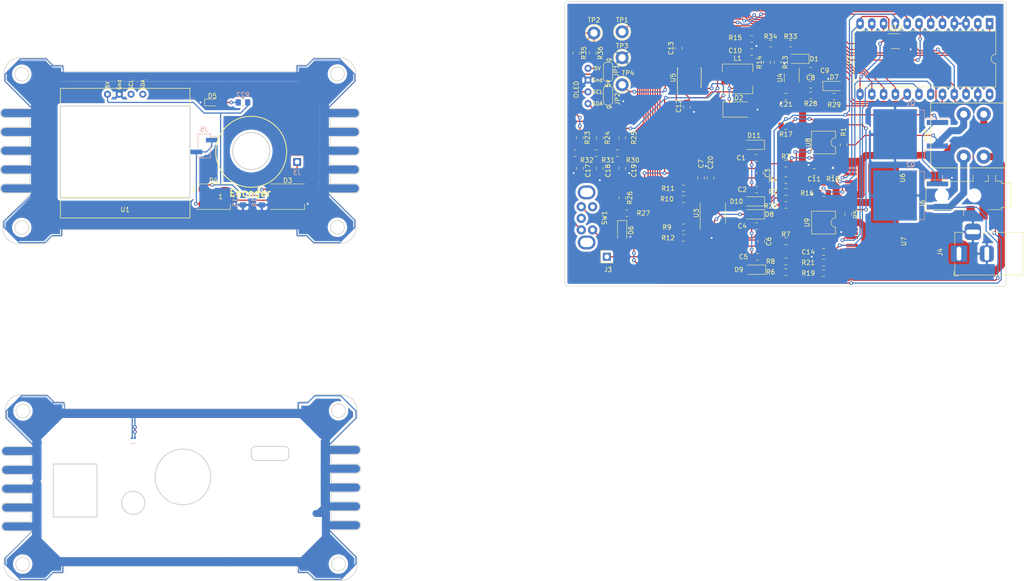
<source format=kicad_pcb>
(kicad_pcb (version 20171130) (host pcbnew "(5.1.6)-1")
  (layers (0 F.Cu signal) (31 B.Cu signal) (34 B.Paste user hide) (35 F.Paste user hide) (36 B.SilkS user hide) (37 F.SilkS user hide) (38 B.Mask user hide) (39 F.Mask user hide) (44 Edge.Cuts user))
  (net 0 "")
  (net 1 "Net-(C1-Pad2)")
  (net 2 GNDA)
  (net 3 "Net-(C2-Pad1)")
  (net 4 "Net-(C4-Pad2)")
  (net 5 "Net-(C5-Pad1)")
  (net 6 GND)
  (net 7 +5VD)
  (net 8 +24V)
  (net 9 "Net-(C9-Pad2)")
  (net 10 "Net-(C9-Pad1)")
  (net 11 /Current_sense_0)
  (net 12 "Net-(C13-Pad1)")
  (net 13 /Current_sense_1)
  (net 14 /swIn)
  (net 15 /bIn)
  (net 16 /aIn)
  (net 17 +5VA)
  (net 18 "Net-(D3-Pad2)")
  (net 19 /led_data)
  (net 20 "Net-(D4-Pad2)")
  (net 21 "Net-(D5-Pad2)")
  (net 22 /sleepIn)
  (net 23 /VinDev)
  (net 24 /Heater0)
  (net 25 "Net-(J1-Pad1)")
  (net 26 /Heater1)
  (net 27 "Net-(J2-Pad1)")
  (net 28 "Net-(J6-Pad2)")
  (net 29 /low_mosfet_0)
  (net 30 "Net-(R3-Pad2)")
  (net 31 "Net-(R7-Pad2)")
  (net 32 "Net-(R9-Pad2)")
  (net 33 /Clk)
  (net 34 "Net-(R10-Pad2)")
  (net 35 /MOSI)
  (net 36 "Net-(R11-Pad2)")
  (net 37 /MISO)
  (net 38 "Net-(R12-Pad2)")
  (net 39 /\CS)
  (net 40 "Net-(R13-Pad2)")
  (net 41 "Net-(R16-Pad1)")
  (net 42 "Net-(R17-Pad1)")
  (net 43 "Net-(R19-Pad1)")
  (net 44 "Net-(R20-Pad1)")
  (net 45 "Net-(R33-Pad2)")
  (net 46 "Net-(TP1-Pad1)")
  (net 47 "Net-(U1-Pad3)")
  (net 48 "Net-(U1-Pad4)")
  (net 49 /Heater_pwm_0)
  (net 50 /Heater_pwm_1)
  (net 51 "Net-(R35-Pad2)")
  (net 52 "Net-(R36-Pad2)")
  (module Resistor_SMD:R_0805_2012Metric_Pad1.15x1.40mm_HandSolder (layer F.Cu) (at 175.26 36.576 270)
    (fp_text reference R36 (at 0 -1.65 90) (layer F.SilkS))
    (fp_text value 10k)
    (pad 1 smd roundrect (at -1.025 0 270) (size 1.15 1.4) (layers F.Cu F.Paste F.Mask) (roundrect_rratio 0.217) (net 7 +5VD))
    (pad 2 smd roundrect (at 1.025 0 270) (size 1.15 1.4) (layers F.Cu F.Paste F.Mask) (roundrect_rratio 0.217) (net 48 "Net-(U1-Pad4)"))
  )
  (module Package_TO_SOT_SMD:SOT-23-5_HandSoldering (layer F.Cu) (at 240.538 34.036)
    (fp_text reference U10 (at 0 -2.9) (layer F.SilkS))
    (fp_text value 74LVC1G32)
    (pad 5 smd rect (at 1.35 -0.95) (size 1.56 0.65) (layers F.Cu F.Paste F.Mask) (net 7 +5VD))
    (pad 4 smd rect (at 1.35 0.95) (size 1.56 0.65) (layers F.Cu F.Paste F.Mask) (net 29 /low_mosfet_0))
    (pad 3 smd rect (at -1.35 0.95) (size 1.56 0.65) (layers F.Cu F.Paste F.Mask) (net 6 GND))
    (pad 2 smd rect (at -1.35 0) (size 1.56 0.65) (layers F.Cu F.Paste F.Mask) (net 50 /Heater_pwm_1))
    (pad 1 smd rect (at -1.35 -0.95) (size 1.56 0.65) (layers F.Cu F.Paste F.Mask) (net 49 /Heater_pwm_0))
  )
  (module Package_TO_SOT_SMD:TO-263-2 (layer B.Cu) (at 243.84 67.31 180)
    (fp_text reference Q2 (at 0 6.65) (layer B.SilkS) (effects (justify mirror)))
    (fp_text value Q_NMOS_GSD)
    (pad 2 smd rect (at 3.375 0 180) (size 9.4 10.8) (layers B.Cu B.Mask) (net 6 GND))
    (pad 3 smd rect (at -5.775 -2.54 180) (size 4.6 1.1) (layers B.Cu B.Paste B.Mask) (net 27 "Net-(J2-Pad1)"))
    (pad 1 smd rect (at -5.775 2.54 180) (size 4.6 1.1) (layers B.Cu B.Paste B.Mask) (net 29 /low_mosfet_0))
  )
  (module Package_TO_SOT_SMD:TO-263-2 (layer B.Cu) (at 243.84 54.102 180)
    (fp_text reference Q1 (at 0 6.65) (layer B.SilkS) (effects (justify mirror)))
    (fp_text value Q_NMOS_GSD)
    (pad 2 smd rect (at 3.375 0 180) (size 9.4 10.8) (layers B.Cu B.Mask) (net 6 GND))
    (pad 3 smd rect (at -5.775 -2.54 180) (size 4.6 1.1) (layers B.Cu B.Paste B.Mask) (net 25 "Net-(J1-Pad1)"))
    (pad 1 smd rect (at -5.775 2.54 180) (size 4.6 1.1) (layers B.Cu B.Paste B.Mask) (net 29 /low_mosfet_0))
  )
  (module Connector_PinHeader_2.54mm:PinHeader_1x01_P2.54mm_Vertical (layer B.Cu) (at 111.506 60.067)
    (fp_text reference J3 (at 0 2.33) (layer B.SilkS) (effects (justify mirror)))
    (fp_text value Conn_01x01)
    (pad 1 thru_hole rect (at 0 0) (size 1.7 1.7) (drill 1) (layers *.Cu *.Mask) (net 19 /led_data))
  )
  (module Connector_PinHeader_2.54mm:PinHeader_1x01_P2.54mm_Vertical (layer F.Cu) (at 178.308 80.518)
    (fp_text reference J3 (at 0.254 2.794) (layer F.SilkS))
    (fp_text value Conn_01x01)
    (pad 1 thru_hole rect (at 0 0) (size 1.7 1.7) (drill 1) (layers *.Cu *.Mask) (net 19 /led_data))
  )
  (module Resistor_SMD:R_0805_2012Metric_Pad1.15x1.40mm_HandSolder (layer F.Cu) (at 194.818 68.072)
    (fp_text reference R10 (at -3.556 0) (layer F.SilkS))
    (fp_text value 51)
    (pad 2 smd roundrect (at 1.025 0) (size 1.15 1.4) (layers F.Cu F.Paste F.Mask) (roundrect_rratio 0.217391) (net 34 "Net-(R10-Pad2)"))
    (pad 1 smd roundrect (at -1.025 0) (size 1.15 1.4) (layers F.Cu F.Paste F.Mask) (roundrect_rratio 0.217391) (net 35 /MOSI))
  )
  (module footprints:neutrik_modified (layer F.Cu) (at 252.222 54.356 90)
    (fp_text reference iron (at 0 -5.08 90) (layer F.SilkS))
    (fp_text value neutrik_modified)
    (pad 5 thru_hole circle (at 4.572 7.366 90) (size 3.048 3.048) (drill 1.524) (layers *.Cu *.Mask) (net 24 /Heater0))
    (pad 4 thru_hole circle (at 4.572 3.048 90) (size 3.048 3.048) (drill 1.524) (layers *.Cu *.Mask) (net 25 "Net-(J1-Pad1)"))
    (pad 3 thru_hole circle (at -4.572 7.366 90) (size 3.048 3.048) (drill 1.524) (layers *.Cu *.Mask) (net 26 /Heater1))
    (pad 2 thru_hole circle (at -4.572 3.048 90) (size 3.048 3.048) (drill 1.524) (layers *.Cu *.Mask) (net 27 "Net-(J2-Pad1)"))
  )
  (module Resistor_SMD:R_0805_2012Metric_Pad1.15x1.40mm_HandSolder (layer F.Cu) (at 216.916 81.534)
    (fp_text reference R8 (at -3.302 0) (layer F.SilkS))
    (fp_text value 820)
    (pad 2 smd roundrect (at 1.025 0) (size 1.15 1.4) (layers F.Cu F.Paste F.Mask) (roundrect_rratio 0.217391) (net 27 "Net-(J2-Pad1)"))
    (pad 1 smd roundrect (at -1.025 0) (size 1.15 1.4) (layers F.Cu F.Paste F.Mask) (roundrect_rratio 0.217391) (net 5 "Net-(C5-Pad1)"))
  )
  (module Resistor_SMD:R_0805_2012Metric_Pad1.15x1.40mm_HandSolder (layer F.Cu) (at 230.378 71.374 270)
    (fp_text reference R5 (at 0 -1.65 90) (layer F.SilkS))
    (fp_text value 100k)
    (pad 1 smd roundrect (at -1.025 0 270) (size 1.15 1.4) (layers F.Cu F.Paste F.Mask) (roundrect_rratio 0.217391) (net 17 +5VA))
    (pad 2 smd roundrect (at 1.025 0 270) (size 1.15 1.4) (layers F.Cu F.Paste F.Mask) (roundrect_rratio 0.217391) (net 26 /Heater1))
  )
  (module Connector_BarrelJack:BarrelJack_Horizontal (layer F.Cu) (at 254.254 79.852 180)
    (fp_text reference J4 (at 4.064 0.35 90) (layer F.SilkS))
    (fp_text value Barrel_Jack_Switch)
    (pad 1 thru_hole rect (at 0 0 180) (size 3.5 3.5) (drill oval 1 3) (layers *.Cu *.Mask) (net 8 +24V))
    (pad 2 thru_hole roundrect (at -6 0 180) (size 3 3.5) (drill oval 1 3) (layers *.Cu *.Mask) (net 6 GND))
    (pad 3 thru_hole roundrect (at -3 4.7 180) (size 3.5 3.5) (drill oval 3 1) (layers *.Cu *.Mask) (net 6 GND))
  )
  (module Jumper:SolderJumper-3_P1.3mm_Bridged12_RoundedPad1.0x1.5mm_NumberLabels (layer F.Cu) (at 178.562 45.72 90)
    (fp_text reference JP2 (at -0.762 2.032 90) (layer F.SilkS))
    (fp_text value -)
    (fp_poly (pts (xy -0.9 -0.3) (xy -0.4 -0.3) (xy -0.4 0.3) (xy -0.9 0.3)) (layer F.Cu) (width 0))
    (fp_text user 5v (at 2.54 0 90) (layer F.SilkS))
    (fp_text user g (at -2.54 0 90) (layer F.SilkS))
    (pad 1 smd custom (at -1.3 0 90) (size 1 0.5) (layers F.Cu F.Mask) (net 6 GND) (options (clearance outline) (anchor rect)) (primitives (gr_poly (pts (xy 0.55 -0.75) (xy 0 -0.75) (xy 0 0.75) (xy 0.55 0.75)) (width 0)) (gr_circle (center 0 0.25) (end 0.5 0.25) (width 0)) (gr_circle (center 0 -0.25) (end 0.5 -0.25) (width 0))))
    (pad 2 smd rect (at 0 0 90) (size 1 1.5) (layers F.Cu F.Mask) (net 6 GND))
    (pad 3 smd custom (at 1.3 0 90) (size 1 0.5) (layers F.Cu F.Mask) (net 7 +5VD) (options (clearance outline) (anchor rect)) (primitives (gr_circle (center 0 0.25) (end 0.5 0.25) (width 0)) (gr_circle (center 0 -0.25) (end 0.5 -0.25) (width 0)) (gr_poly (pts (xy -0.55 -0.75) (xy 0 -0.75) (xy 0 0.75) (xy -0.55 0.75)) (width 0))))
  )
  (module Resistor_SMD:R_0805_2012Metric_Pad1.15x1.40mm_HandSolder (layer F.Cu) (at 216.916 60.452)
    (fp_text reference R3 (at 0 -1.524) (layer F.SilkS))
    (fp_text value 820)
    (pad 2 smd roundrect (at 1.025 0) (size 1.15 1.4) (layers F.Cu F.Paste F.Mask) (roundrect_rratio 0.217391) (net 30 "Net-(R3-Pad2)"))
    (pad 1 smd roundrect (at -1.025 0) (size 1.15 1.4) (layers F.Cu F.Paste F.Mask) (roundrect_rratio 0.217391) (net 1 "Net-(C1-Pad2)"))
  )
  (module Jumper:SolderJumper-3_P1.3mm_Bridged12_RoundedPad1.0x1.5mm_NumberLabels (layer F.Cu) (at 178.562 40.64 90)
    (fp_text reference JP1 (at 0.254 1.778 90) (layer F.SilkS))
    (fp_text value -)
    (fp_poly (pts (xy -0.9 -0.3) (xy -0.4 -0.3) (xy -0.4 0.3) (xy -0.9 0.3)) (layer F.Cu) (width 0))
    (fp_text user 5v (at -2.54 0 90) (layer F.SilkS))
    (fp_text user g (at 2.6 0 90) (layer F.SilkS))
    (pad 1 smd custom (at -1.3 0 90) (size 1 0.5) (layers F.Cu F.Mask) (net 7 +5VD) (options (clearance outline) (anchor rect)) (primitives (gr_poly (pts (xy 0.55 -0.75) (xy 0 -0.75) (xy 0 0.75) (xy 0.55 0.75)) (width 0)) (gr_circle (center 0 0.25) (end 0.5 0.25) (width 0)) (gr_circle (center 0 -0.25) (end 0.5 -0.25) (width 0))))
    (pad 2 smd rect (at 0 0 90) (size 1 1.5) (layers F.Cu F.Mask) (net 7 +5VD))
    (pad 3 smd custom (at 1.3 0 90) (size 1 0.5) (layers F.Cu F.Mask) (net 6 GND) (options (clearance outline) (anchor rect)) (primitives (gr_circle (center 0 0.25) (end 0.5 0.25) (width 0)) (gr_circle (center 0 -0.25) (end 0.5 -0.25) (width 0)) (gr_poly (pts (xy -0.55 -0.75) (xy 0 -0.75) (xy 0 0.75) (xy -0.55 0.75)) (width 0))))
  )
  (module Resistor_SMD:R_0805_2012Metric_Pad1.15x1.40mm_HandSolder (layer F.Cu) (at 194.818 65.786)
    (fp_text reference R11 (at -3.302 0) (layer F.SilkS))
    (fp_text value 51)
    (pad 1 smd roundrect (at -1.025 0) (size 1.15 1.4) (layers F.Cu F.Paste F.Mask) (roundrect_rratio 0.217391) (net 37 /MISO))
    (pad 2 smd roundrect (at 1.025 0) (size 1.15 1.4) (layers F.Cu F.Paste F.Mask) (roundrect_rratio 0.217391) (net 36 "Net-(R11-Pad2)"))
  )
  (module Inductor_SMD:L_6.3x6.3_H3 (layer F.Cu) (at 206.502 42.164)
    (fp_text reference L1 (at 0 -4.45) (layer F.SilkS))
    (fp_text value 22uH)
    (pad 1 smd rect (at -2.75 0) (size 1.5 2.4) (layers F.Cu F.Paste F.Mask) (net 9 "Net-(C9-Pad2)"))
    (pad 2 smd rect (at 2.75 0) (size 1.5 2.4) (layers F.Cu F.Paste F.Mask) (net 7 +5VD))
  )
  (module Resistor_SMD:R_0805_2012Metric_Pad1.15x1.40mm_HandSolder (layer F.Cu) (at 225.044 84.074 180)
    (fp_text reference R19 (at 3.302 0) (layer F.SilkS))
    (fp_text value 10k)
    (pad 2 smd roundrect (at 1.025 0 180) (size 1.15 1.4) (layers F.Cu F.Paste F.Mask) (roundrect_rratio 0.217391) (net 6 GND))
    (pad 1 smd roundrect (at -1.025 0 180) (size 1.15 1.4) (layers F.Cu F.Paste F.Mask) (roundrect_rratio 0.217391) (net 43 "Net-(R19-Pad1)"))
  )
  (module Resistor_SMD:R_0805_2012Metric_Pad1.15x1.40mm_HandSolder (layer F.Cu) (at 212.852 38.608 90)
    (fp_text reference R14 (at 0 -1.65 90) (layer F.SilkS))
    (fp_text value 10k)
    (pad 1 smd roundrect (at -1.025 0 90) (size 1.15 1.4) (layers F.Cu F.Paste F.Mask) (roundrect_rratio 0.217391) (net 40 "Net-(R13-Pad2)"))
    (pad 2 smd roundrect (at 1.025 0 90) (size 1.15 1.4) (layers F.Cu F.Paste F.Mask) (roundrect_rratio 0.217391) (net 6 GND))
  )
  (module Resistor_SMD:R_0805_2012Metric_Pad1.15x1.40mm_HandSolder (layer F.Cu) (at 209.55 33.528 180)
    (fp_text reference R15 (at 3.556 0.254) (layer F.SilkS))
    (fp_text value 0R)
    (pad 2 smd roundrect (at 1.025 0 180) (size 1.15 1.4) (layers F.Cu F.Paste F.Mask) (roundrect_rratio 0.217391) (net 2 GNDA))
    (pad 1 smd roundrect (at -1.025 0 180) (size 1.15 1.4) (layers F.Cu F.Paste F.Mask) (roundrect_rratio 0.217391) (net 6 GND))
  )
  (module Resistor_SMD:R_0805_2012Metric_Pad1.15x1.40mm_HandSolder (layer F.Cu) (at 181.61 54.864 270)
    (fp_text reference R25 (at 0 -2.54 90) (layer F.SilkS))
    (fp_text value 10k)
    (pad 2 smd roundrect (at 1.025 0 270) (size 1.15 1.4) (layers F.Cu F.Paste F.Mask) (roundrect_rratio 0.217391) (net 16 /aIn))
    (pad 1 smd roundrect (at -1.025 0 270) (size 1.15 1.4) (layers F.Cu F.Paste F.Mask) (roundrect_rratio 0.217391) (net 7 +5VD))
  )
  (module Resistor_SMD:R_0805_2012Metric_Pad1.15x1.40mm_HandSolder (layer F.Cu) (at 225.044 81.788 180)
    (fp_text reference R21 (at 3.302 0) (layer F.SilkS))
    (fp_text value 1k2)
    (pad 1 smd roundrect (at -1.025 0 180) (size 1.15 1.4) (layers F.Cu F.Paste F.Mask) (roundrect_rratio 0.217391) (net 13 /Current_sense_1))
    (pad 2 smd roundrect (at 1.025 0 180) (size 1.15 1.4) (layers F.Cu F.Paste F.Mask) (roundrect_rratio 0.217391) (net 6 GND))
  )
  (module Resistor_SMD:R_0805_2012Metric_Pad1.15x1.40mm_HandSolder (layer F.Cu) (at 172.466 54.864 270)
    (fp_text reference R23 (at 0 -1.65 90) (layer F.SilkS))
    (fp_text value 10k)
    (pad 2 smd roundrect (at 1.025 0 270) (size 1.15 1.4) (layers F.Cu F.Paste F.Mask) (roundrect_rratio 0.217391) (net 14 /swIn))
    (pad 1 smd roundrect (at -1.025 0 270) (size 1.15 1.4) (layers F.Cu F.Paste F.Mask) (roundrect_rratio 0.217391) (net 7 +5VD))
  )
  (module Resistor_SMD:R_0805_2012Metric_Pad1.15x1.40mm_HandSolder (layer F.Cu) (at 222.25 45.72)
    (fp_text reference R28 (at 0 1.778) (layer F.SilkS))
    (fp_text value 30k)
    (pad 1 smd roundrect (at -1.025 0) (size 1.15 1.4) (layers F.Cu F.Paste F.Mask) (roundrect_rratio 0.217391) (net 8 +24V))
    (pad 2 smd roundrect (at 1.025 0) (size 1.15 1.4) (layers F.Cu F.Paste F.Mask) (roundrect_rratio 0.217391) (net 23 /VinDev))
  )
  (module Resistor_SMD:R_0805_2012Metric_Pad1.15x1.40mm_HandSolder (layer F.Cu) (at 180.594 58.166 180)
    (fp_text reference R30 (at -3.302 -1.524) (layer F.SilkS))
    (fp_text value 100)
    (pad 1 smd roundrect (at -1.025 0 180) (size 1.15 1.4) (layers F.Cu F.Paste F.Mask) (roundrect_rratio 0.217391) (net 16 /aIn))
    (pad 2 smd roundrect (at 1.025 0 180) (size 1.15 1.4) (layers F.Cu F.Paste F.Mask) (roundrect_rratio 0.217))
  )
  (module Resistor_SMD:R_0805_2012Metric_Pad1.15x1.40mm_HandSolder (layer F.Cu) (at 171.704 36.576 270)
    (fp_text reference R35 (at 0 -1.65 90) (layer F.SilkS))
    (fp_text value 10k)
    (pad 2 smd roundrect (at 1.025 0 270) (size 1.15 1.4) (layers F.Cu F.Paste F.Mask) (roundrect_rratio 0.217) (net 47 "Net-(U1-Pad3)"))
    (pad 1 smd roundrect (at -1.025 0 270) (size 1.15 1.4) (layers F.Cu F.Paste F.Mask) (roundrect_rratio 0.217) (net 7 +5VD))
  )
  (module Resistor_SMD:R_0805_2012Metric_Pad1.15x1.40mm_HandSolder (layer F.Cu) (at 216.916 69.342 180)
    (fp_text reference R20 (at 3.302 -0.254) (layer F.SilkS))
    (fp_text value 750R)
    (pad 1 smd roundrect (at -1.025 0 180) (size 1.15 1.4) (layers F.Cu F.Paste F.Mask) (roundrect_rratio 0.217391) (net 44 "Net-(R20-Pad1)"))
    (pad 2 smd roundrect (at 1.025 0 180) (size 1.15 1.4) (layers F.Cu F.Paste F.Mask) (roundrect_rratio 0.217391) (net 29 /low_mosfet_0))
  )
  (module Resistor_SMD:R_0805_2012Metric_Pad1.15x1.40mm_HandSolder (layer F.Cu) (at 182.626 71.12 180)
    (fp_text reference R27 (at -3.556 0) (layer F.SilkS))
    (fp_text value 100)
    (pad 2 smd roundrect (at 1.025 0 180) (size 1.15 1.4) (layers F.Cu F.Paste F.Mask) (roundrect_rratio 0.217391) (net 22 /sleepIn))
    (pad 1 smd roundrect (at -1.025 0 180) (size 1.15 1.4) (layers F.Cu F.Paste F.Mask) (roundrect_rratio 0.217391) (net 28 "Net-(J6-Pad2)"))
  )
  (module Resistor_SMD:R_0805_2012Metric_Pad1.15x1.40mm_HandSolder (layer F.Cu) (at 227.33 45.974)
    (fp_text reference R29 (at 0 1.778) (layer F.SilkS))
    (fp_text value 5k1)
    (pad 2 smd roundrect (at 1.025 0) (size 1.15 1.4) (layers F.Cu F.Paste F.Mask) (roundrect_rratio 0.217391) (net 6 GND))
    (pad 1 smd roundrect (at -1.025 0) (size 1.15 1.4) (layers F.Cu F.Paste F.Mask) (roundrect_rratio 0.217391) (net 23 /VinDev))
  )
  (module Resistor_SMD:R_0805_2012Metric_Pad1.15x1.40mm_HandSolder (layer F.Cu) (at 176.022 58.166 180)
    (fp_text reference R31 (at -2.54 -1.524) (layer F.SilkS))
    (fp_text value 100)
    (pad 2 smd roundrect (at 1.025 0 180) (size 1.15 1.4) (layers F.Cu F.Paste F.Mask) (roundrect_rratio 0.217391))
    (pad 1 smd roundrect (at -1.025 0 180) (size 1.15 1.4) (layers F.Cu F.Paste F.Mask) (roundrect_rratio 0.217391) (net 15 /bIn))
  )
  (module Resistor_SMD:R_0805_2012Metric_Pad1.15x1.40mm_HandSolder (layer F.Cu) (at 181.61 67.818 270)
    (fp_text reference R26 (at 0 -1.65 90) (layer F.SilkS))
    (fp_text value 10k)
    (pad 1 smd roundrect (at -1.025 0 270) (size 1.15 1.4) (layers F.Cu F.Paste F.Mask) (roundrect_rratio 0.217391) (net 7 +5VD))
    (pad 2 smd roundrect (at 1.025 0 270) (size 1.15 1.4) (layers F.Cu F.Paste F.Mask) (roundrect_rratio 0.217391) (net 22 /sleepIn))
  )
  (module Resistor_SMD:R_0805_2012Metric_Pad1.15x1.40mm_HandSolder (layer F.Cu) (at 225.044 66.802 180)
    (fp_text reference R16 (at 3.556 0) (layer F.SilkS))
    (fp_text value 10k)
    (pad 1 smd roundrect (at -1.025 0 180) (size 1.15 1.4) (layers F.Cu F.Paste F.Mask) (roundrect_rratio 0.217391) (net 41 "Net-(R16-Pad1)"))
    (pad 2 smd roundrect (at 1.025 0 180) (size 1.15 1.4) (layers F.Cu F.Paste F.Mask) (roundrect_rratio 0.217391) (net 6 GND))
  )
  (module Resistor_SMD:R_0805_2012Metric_Pad1.15x1.40mm_HandSolder (layer F.Cu) (at 216.916 52.324 180)
    (fp_text reference R17 (at 0 -1.778) (layer F.SilkS))
    (fp_text value 750R)
    (pad 2 smd roundrect (at 1.025 0 180) (size 1.15 1.4) (layers F.Cu F.Paste F.Mask) (roundrect_rratio 0.217391) (net 29 /low_mosfet_0))
    (pad 1 smd roundrect (at -1.025 0 180) (size 1.15 1.4) (layers F.Cu F.Paste F.Mask) (roundrect_rratio 0.217391) (net 42 "Net-(R17-Pad1)"))
  )
  (module Resistor_SMD:R_0805_2012Metric_Pad1.15x1.40mm_HandSolder (layer F.Cu) (at 227.076 62.23)
    (fp_text reference R18 (at 0 1.524) (layer F.SilkS))
    (fp_text value 1k2)
    (pad 1 smd roundrect (at -1.025 0) (size 1.15 1.4) (layers F.Cu F.Paste F.Mask) (roundrect_rratio 0.217391) (net 11 /Current_sense_0))
    (pad 2 smd roundrect (at 1.025 0) (size 1.15 1.4) (layers F.Cu F.Paste F.Mask) (roundrect_rratio 0.217391) (net 6 GND))
  )
  (module Resistor_SMD:R_0805_2012Metric_Pad1.15x1.40mm_HandSolder (layer F.Cu) (at 176.784 54.864 270)
    (fp_text reference R24 (at 0 -1.65 90) (layer F.SilkS))
    (fp_text value 10k)
    (pad 1 smd roundrect (at -1.025 0 270) (size 1.15 1.4) (layers F.Cu F.Paste F.Mask) (roundrect_rratio 0.217391) (net 7 +5VD))
    (pad 2 smd roundrect (at 1.025 0 270) (size 1.15 1.4) (layers F.Cu F.Paste F.Mask) (roundrect_rratio 0.217391) (net 15 /bIn))
  )
  (module Capacitor_SMD:C_0805_2012Metric_Pad1.15x1.40mm_HandSolder (layer F.Cu) (at 216.916 45.974 180)
    (fp_text reference C21 (at 0 -1.65) (layer F.SilkS))
    (fp_text value 1uF)
    (pad 1 smd roundrect (at -1.025 0 180) (size 1.15 1.4) (layers F.Cu F.Paste F.Mask) (roundrect_rratio 0.217391) (net 8 +24V))
    (pad 2 smd roundrect (at 1.025 0 180) (size 1.15 1.4) (layers F.Cu F.Paste F.Mask) (roundrect_rratio 0.217391) (net 6 GND))
  )
  (module Capacitor_SMD:C_0805_2012Metric_Pad1.15x1.40mm_HandSolder (layer F.Cu) (at 176.784 61.468 270)
    (fp_text reference C18 (at 0.508 -1.778 90) (layer F.SilkS))
    (fp_text value 10nF)
    (pad 2 smd roundrect (at 1.025 0 270) (size 1.15 1.4) (layers F.Cu F.Paste F.Mask) (roundrect_rratio 0.217391) (net 6 GND))
    (pad 1 smd roundrect (at -1.025 0 270) (size 1.15 1.4) (layers F.Cu F.Paste F.Mask) (roundrect_rratio 0.217391) (net 15 /bIn))
  )
  (module Capacitor_SMD:C_0805_2012Metric_Pad1.15x1.40mm_HandSolder (layer F.Cu) (at 198.628 63.5 90)
    (fp_text reference C7 (at 3.048 0 90) (layer F.SilkS))
    (fp_text value 0.1uF)
    (pad 1 smd roundrect (at -1.025 0 90) (size 1.15 1.4) (layers F.Cu F.Paste F.Mask) (roundrect_rratio 0.217391) (net 7 +5VD))
    (pad 2 smd roundrect (at 1.025 0 90) (size 1.15 1.4) (layers F.Cu F.Paste F.Mask) (roundrect_rratio 0.217391) (net 6 GND))
  )
  (module Capacitor_SMD:C_0805_2012Metric_Pad1.15x1.40mm_HandSolder (layer F.Cu) (at 222.25 43.434)
    (fp_text reference C8 (at 0 -1.524) (layer F.SilkS))
    (fp_text value 10uF)
    (pad 1 smd roundrect (at -1.025 0) (size 1.15 1.4) (layers F.Cu F.Paste F.Mask) (roundrect_rratio 0.217391) (net 8 +24V))
    (pad 2 smd roundrect (at 1.025 0) (size 1.15 1.4) (layers F.Cu F.Paste F.Mask) (roundrect_rratio 0.217391) (net 6 GND))
  )
  (module footprints:pin_oled (layer F.Cu) (at 174.244 39.878 180)
    (fp_text reference OLED (at 2.54 -4.572 90) (layer F.SilkS))
    (fp_text value pin_oled)
    (fp_text user SCL (at -2.032 -5.08) (layer F.SilkS) (effects (font (size 0.8 0.8))))
    (fp_text user SDA (at -2.032 -7.62) (layer F.SilkS) (effects (font (size 0.8 0.8))))
    (fp_text user 5V (at -2.032 0) (layer F.SilkS) (effects (font (size 0.8 0.8))))
    (fp_text user Gnd (at -2.032 -2.54) (layer F.SilkS) (effects (font (size 0.8 0.8))))
    (pad 4 thru_hole circle (at 0 -7.62 180) (size 1.524 1.524) (drill 0.762) (layers *.Cu *.Mask) (net 48 "Net-(U1-Pad4)"))
    (pad 3 thru_hole circle (at 0 -5.08 180) (size 1.524 1.524) (drill 0.762) (layers *.Cu *.Mask) (net 47 "Net-(U1-Pad3)"))
    (pad 2 thru_hole circle (at 0 -2.54 180) (size 1.524 1.524) (drill 0.762) (layers *.Cu *.Mask) (net 6 GND))
    (pad 1 thru_hole circle (at 0 0 180) (size 1.524 1.524) (drill 0.762) (layers *.Cu *.Mask) (net 7 +5VD))
  )
  (module Capacitor_SMD:C_0805_2012Metric_Pad1.15x1.40mm_HandSolder (layer F.Cu) (at 200.66 63.5 90)
    (fp_text reference C20 (at 3.302 0 90) (layer F.SilkS))
    (fp_text value 0.1uF)
    (pad 2 smd roundrect (at 1.025 0 90) (size 1.15 1.4) (layers F.Cu F.Paste F.Mask) (roundrect_rratio 0.217391) (net 6 GND))
    (pad 1 smd roundrect (at -1.025 0 90) (size 1.15 1.4) (layers F.Cu F.Paste F.Mask) (roundrect_rratio 0.217391) (net 17 +5VA))
  )
  (module Diode_SMD:D_SMA (layer F.Cu) (at 206.756 48.768)
    (fp_text reference D2 (at 0 -2.5) (layer F.SilkS))
    (fp_text value B140-E3)
    (pad 1 smd rect (at -2 0) (size 2.5 1.8) (layers F.Cu F.Paste F.Mask) (net 9 "Net-(C9-Pad2)"))
    (pad 2 smd rect (at 2 0) (size 2.5 1.8) (layers F.Cu F.Paste F.Mask) (net 6 GND))
  )
  (module Diode_SMD:D_SOD-123 (layer F.Cu) (at 210.312 83.312 180)
    (fp_text reference D9 (at 3.556 0) (layer F.SilkS))
    (fp_text value 4V7)
    (pad 1 smd rect (at -1.65 0 180) (size 0.9 1.2) (layers F.Cu F.Paste F.Mask) (net 5 "Net-(C5-Pad1)"))
    (pad 2 smd rect (at 1.65 0 180) (size 0.9 1.2) (layers F.Cu F.Paste F.Mask) (net 2 GNDA))
  )
  (module Capacitor_SMD:C_0805_2012Metric_Pad1.15x1.40mm_HandSolder (layer F.Cu) (at 181.61 61.468 270)
    (fp_text reference C19 (at 0.508 -2.54 90) (layer F.SilkS))
    (fp_text value 10nF)
    (pad 1 smd roundrect (at -1.025 0 270) (size 1.15 1.4) (layers F.Cu F.Paste F.Mask) (roundrect_rratio 0.217391) (net 16 /aIn))
    (pad 2 smd roundrect (at 1.025 0 270) (size 1.15 1.4) (layers F.Cu F.Paste F.Mask) (roundrect_rratio 0.217391) (net 6 GND))
  )
  (module Capacitor_SMD:C_0805_2012Metric_Pad1.15x1.40mm_HandSolder (layer F.Cu) (at 211.582 77.216 270)
    (fp_text reference C6 (at 0 -1.65 90) (layer F.SilkS))
    (fp_text value 0.47uF)
    (pad 2 smd roundrect (at 1.025 0 270) (size 1.15 1.4) (layers F.Cu F.Paste F.Mask) (roundrect_rratio 0.217391) (net 5 "Net-(C5-Pad1)"))
    (pad 1 smd roundrect (at -1.025 0 270) (size 1.15 1.4) (layers F.Cu F.Paste F.Mask) (roundrect_rratio 0.217391) (net 4 "Net-(C4-Pad2)"))
  )
  (module Capacitor_SMD:C_0805_2012Metric_Pad1.15x1.40mm_HandSolder (layer F.Cu) (at 211.328 62.484 270)
    (fp_text reference C3 (at 0 -1.65 90) (layer F.SilkS))
    (fp_text value 0.47uF)
    (pad 1 smd roundrect (at -1.025 0 270) (size 1.15 1.4) (layers F.Cu F.Paste F.Mask) (roundrect_rratio 0.217391) (net 1 "Net-(C1-Pad2)"))
    (pad 2 smd roundrect (at 1.025 0 270) (size 1.15 1.4) (layers F.Cu F.Paste F.Mask) (roundrect_rratio 0.217391) (net 3 "Net-(C2-Pad1)"))
  )
  (module Capacitor_SMD:C_0805_2012Metric_Pad1.15x1.40mm_HandSolder (layer F.Cu) (at 222.25 40.386)
    (fp_text reference C9 (at 3.048 0) (layer F.SilkS))
    (fp_text value 0.1uF)
    (pad 2 smd roundrect (at 1.025 0) (size 1.15 1.4) (layers F.Cu F.Paste F.Mask) (roundrect_rratio 0.217391) (net 9 "Net-(C9-Pad2)"))
    (pad 1 smd roundrect (at -1.025 0) (size 1.15 1.4) (layers F.Cu F.Paste F.Mask) (roundrect_rratio 0.217391) (net 10 "Net-(C9-Pad1)"))
  )
  (module Capacitor_SMD:C_0805_2012Metric_Pad1.15x1.40mm_HandSolder (layer F.Cu) (at 210.557 59.182)
    (fp_text reference C1 (at -3.293 0) (layer F.SilkS))
    (fp_text value 0.047uF)
    (pad 1 smd roundrect (at -1.025 0) (size 1.15 1.4) (layers F.Cu F.Paste F.Mask) (roundrect_rratio 0.217391) (net 2 GNDA))
    (pad 2 smd roundrect (at 1.025 0) (size 1.15 1.4) (layers F.Cu F.Paste F.Mask) (roundrect_rratio 0.217391) (net 1 "Net-(C1-Pad2)"))
  )
  (module Capacitor_SMD:C_0805_2012Metric_Pad1.15x1.40mm_HandSolder (layer F.Cu) (at 210.566 73.914)
    (fp_text reference C4 (at -3.048 0) (layer F.SilkS))
    (fp_text value 0.047uF)
    (pad 1 smd roundrect (at -1.025 0) (size 1.15 1.4) (layers F.Cu F.Paste F.Mask) (roundrect_rratio 0.217391) (net 2 GNDA))
    (pad 2 smd roundrect (at 1.025 0) (size 1.15 1.4) (layers F.Cu F.Paste F.Mask) (roundrect_rratio 0.217391) (net 4 "Net-(C4-Pad2)"))
  )
  (module Capacitor_SMD:C_0805_2012Metric_Pad1.15x1.40mm_HandSolder (layer F.Cu) (at 193.802 35.56 90)
    (fp_text reference C13 (at 0 -1.65 90) (layer F.SilkS))
    (fp_text value 0.1uF)
    (pad 2 smd roundrect (at 1.025 0 90) (size 1.15 1.4) (layers F.Cu F.Paste F.Mask) (roundrect_rratio 0.217391) (net 2 GNDA))
    (pad 1 smd roundrect (at -1.025 0 90) (size 1.15 1.4) (layers F.Cu F.Paste F.Mask) (roundrect_rratio 0.217391) (net 12 "Net-(C13-Pad1)"))
  )
  (module Capacitor_SMD:C_0805_2012Metric_Pad1.15x1.40mm_HandSolder (layer F.Cu) (at 225.044 79.502 180)
    (fp_text reference C14 (at 3.302 0) (layer F.SilkS))
    (fp_text value 10nF)
    (pad 2 smd roundrect (at 1.025 0 180) (size 1.15 1.4) (layers F.Cu F.Paste F.Mask) (roundrect_rratio 0.217391) (net 6 GND))
    (pad 1 smd roundrect (at -1.025 0 180) (size 1.15 1.4) (layers F.Cu F.Paste F.Mask) (roundrect_rratio 0.217391) (net 13 /Current_sense_1))
  )
  (module Diode_SMD:D_SOD-123F (layer F.Cu) (at 181.61 74.93 270)
    (fp_text reference D6 (at -0.127 -1.905 90) (layer F.SilkS))
    (fp_text value D)
    (pad 1 smd rect (at -1.4 0 270) (size 1.1 1.1) (layers F.Cu F.Paste F.Mask) (net 22 /sleepIn))
    (pad 2 smd rect (at 1.4 0 270) (size 1.1 1.1) (layers F.Cu F.Paste F.Mask) (net 6 GND))
  )
  (module Diode_SMD:D_SOD-123F (layer F.Cu) (at 219.71 37.846 180)
    (fp_text reference D1 (at -3.302 0) (layer F.SilkS))
    (fp_text value 1N4448)
    (pad 1 smd rect (at -1.4 0 180) (size 1.1 1.1) (layers F.Cu F.Paste F.Mask) (net 10 "Net-(C9-Pad1)"))
    (pad 2 smd rect (at 1.4 0 180) (size 1.1 1.1) (layers F.Cu F.Paste F.Mask) (net 7 +5VD))
  )
  (module Resistor_SMD:R_0805_2012Metric_Pad1.15x1.40mm_HandSolder (layer F.Cu) (at 229.362 56.388 90)
    (fp_text reference R1 (at 2.794 0 90) (layer F.SilkS))
    (fp_text value 100k)
    (pad 1 smd roundrect (at -1.025 0 90) (size 1.15 1.4) (layers F.Cu F.Paste F.Mask) (roundrect_rratio 0.217391) (net 24 /Heater0))
    (pad 2 smd roundrect (at 1.025 0 90) (size 1.15 1.4) (layers F.Cu F.Paste F.Mask) (roundrect_rratio 0.217391) (net 17 +5VA))
  )
  (module Resistor_SMD:R_0805_2012Metric_Pad1.15x1.40mm_HandSolder (layer F.Cu) (at 216.916 64.008)
    (fp_text reference R4 (at -2.794 0) (layer F.SilkS))
    (fp_text value 820)
    (pad 2 smd roundrect (at 1.025 0) (size 1.15 1.4) (layers F.Cu F.Paste F.Mask) (roundrect_rratio 0.217391) (net 25 "Net-(J1-Pad1)"))
    (pad 1 smd roundrect (at -1.025 0) (size 1.15 1.4) (layers F.Cu F.Paste F.Mask) (roundrect_rratio 0.217391) (net 3 "Net-(C2-Pad1)"))
  )
  (module Resistor_SMD:R_0805_2012Metric_Pad1.15x1.40mm_HandSolder (layer F.Cu) (at 215.138 38.608 270)
    (fp_text reference R13 (at 0 -1.65 90) (layer F.SilkS))
    (fp_text value 52.3k)
    (pad 2 smd roundrect (at 1.025 0 270) (size 1.15 1.4) (layers F.Cu F.Paste F.Mask) (roundrect_rratio 0.217391) (net 40 "Net-(R13-Pad2)"))
    (pad 1 smd roundrect (at -1.025 0 270) (size 1.15 1.4) (layers F.Cu F.Paste F.Mask) (roundrect_rratio 0.217391) (net 7 +5VD))
  )
  (module Resistor_SMD:R_0805_2012Metric_Pad1.15x1.40mm_HandSolder (layer F.Cu) (at 216.916 77.216)
    (fp_text reference R7 (at 0 -1.524) (layer F.SilkS))
    (fp_text value 820)
    (pad 1 smd roundrect (at -1.025 0) (size 1.15 1.4) (layers F.Cu F.Paste F.Mask) (roundrect_rratio 0.217391) (net 4 "Net-(C4-Pad2)"))
    (pad 2 smd roundrect (at 1.025 0) (size 1.15 1.4) (layers F.Cu F.Paste F.Mask) (roundrect_rratio 0.217391) (net 31 "Net-(R7-Pad2)"))
  )
  (module footprints:Jack_3.5mm_Horizontal (layer F.Cu) (at 257.048 67.31 270)
    (fp_text reference J6 (at 1.778 10.668 270) (layer F.SilkS))
    (fp_text value Audio-Jack-3)
    (pad 3 smd rect (at -3.7 7.692 270) (size 2.9 2.4) (layers F.Cu F.Paste F.Mask) (net 6 GND))
    (pad 1 smd rect (at -3.7 -4.408 270) (size 2.9 1.2) (layers F.Cu F.Paste F.Mask) (net 7 +5VD))
    (pad "" np_thru_hole circle (at 0 -0.508 270) (size 2 2) (drill 2) (layers *.Cu *.Mask))
    (pad "" np_thru_hole circle (at 0 6.492 270) (size 2 2) (drill 2) (layers *.Cu *.Mask))
    (pad 2 smd rect (at -3.7 -1.608 270) (size 2.9 1.8) (layers F.Cu F.Paste F.Mask) (net 28 "Net-(J6-Pad2)"))
    (pad 5 smd rect (at 3.7 0.292 270) (size 2.9 1.8) (layers F.Cu F.Paste F.Mask))
    (pad 6 smd rect (at 3.7 -2.508 270) (size 2.9 1.8) (layers F.Cu F.Paste F.Mask))
  )
  (module Diode_SMD:D_SOD-123 (layer F.Cu) (at 210.058 56.388 180)
    (fp_text reference D11 (at 0 2.032) (layer F.SilkS))
    (fp_text value 4V7)
    (pad 1 smd rect (at -1.65 0 180) (size 0.9 1.2) (layers F.Cu F.Paste F.Mask) (net 1 "Net-(C1-Pad2)"))
    (pad 2 smd rect (at 1.65 0 180) (size 0.9 1.2) (layers F.Cu F.Paste F.Mask) (net 2 GNDA))
  )
  (module Resistor_SMD:R_0805_2012Metric_Pad1.15x1.40mm_HandSolder (layer F.Cu) (at 216.916 66.548)
    (fp_text reference R2 (at -2.794 0) (layer F.SilkS))
    (fp_text value 100k)
    (pad 2 smd roundrect (at 1.025 0) (size 1.15 1.4) (layers F.Cu F.Paste F.Mask) (roundrect_rratio 0.217391) (net 25 "Net-(J1-Pad1)"))
    (pad 1 smd roundrect (at -1.025 0) (size 1.15 1.4) (layers F.Cu F.Paste F.Mask) (roundrect_rratio 0.217391) (net 2 GNDA))
  )
  (module Resistor_SMD:R_0805_2012Metric_Pad1.15x1.40mm_HandSolder (layer F.Cu) (at 216.916 83.82)
    (fp_text reference R6 (at -3.302 0) (layer F.SilkS))
    (fp_text value 100k)
    (pad 1 smd roundrect (at -1.025 0) (size 1.15 1.4) (layers F.Cu F.Paste F.Mask) (roundrect_rratio 0.217391) (net 27 "Net-(J2-Pad1)"))
    (pad 2 smd roundrect (at 1.025 0) (size 1.15 1.4) (layers F.Cu F.Paste F.Mask) (roundrect_rratio 0.217391) (net 2 GNDA))
  )
  (module Resistor_SMD:R_0805_2012Metric_Pad1.15x1.40mm_HandSolder (layer F.Cu) (at 194.818 74.168)
    (fp_text reference R9 (at -3.556 0) (layer F.SilkS))
    (fp_text value 51)
    (pad 1 smd roundrect (at -1.025 0) (size 1.15 1.4) (layers F.Cu F.Paste F.Mask) (roundrect_rratio 0.217391) (net 33 /Clk))
    (pad 2 smd roundrect (at 1.025 0) (size 1.15 1.4) (layers F.Cu F.Paste F.Mask) (roundrect_rratio 0.217391) (net 32 "Net-(R9-Pad2)"))
  )
  (module Resistor_SMD:R_0805_2012Metric_Pad1.15x1.40mm_HandSolder (layer F.Cu) (at 194.818 76.454)
    (fp_text reference R12 (at -3.302 0) (layer F.SilkS))
    (fp_text value 51)
    (pad 2 smd roundrect (at 1.025 0) (size 1.15 1.4) (layers F.Cu F.Paste F.Mask) (roundrect_rratio 0.217391) (net 38 "Net-(R12-Pad2)"))
    (pad 1 smd roundrect (at -1.025 0) (size 1.15 1.4) (layers F.Cu F.Paste F.Mask) (roundrect_rratio 0.217391) (net 39 /\CS))
  )
  (module Package_DIP:DIP-24_W15.24mm_LongPads (layer F.Cu) (at 260.858 30.226 270)
    (fp_text reference U2 (at 7.874 30.226 90) (layer F.SilkS))
    (fp_text value arduino_pro_micro)
    (pad 1 thru_hole rect (at 0 0 270) (size 2.4 1.6) (drill 0.8) (layers *.Cu *.Mask) (net 16 /aIn))
    (pad 13 thru_hole oval (at 15.24 27.94 270) (size 2.4 1.6) (drill 0.8) (layers *.Cu *.Mask) (net 50 /Heater_pwm_1))
    (pad 2 thru_hole oval (at 0 2.54 270) (size 2.4 1.6) (drill 0.8) (layers *.Cu *.Mask) (net 15 /bIn))
    (pad 14 thru_hole oval (at 15.24 25.4 270) (size 2.4 1.6) (drill 0.8) (layers *.Cu *.Mask) (net 35 /MOSI))
    (pad 3 thru_hole oval (at 0 5.08 270) (size 2.4 1.6) (drill 0.8) (layers *.Cu *.Mask) (net 6 GND))
    (pad 15 thru_hole oval (at 15.24 22.86 270) (size 2.4 1.6) (drill 0.8) (layers *.Cu *.Mask) (net 37 /MISO))
    (pad 4 thru_hole oval (at 0 7.62 270) (size 2.4 1.6) (drill 0.8) (layers *.Cu *.Mask) (net 6 GND))
    (pad 16 thru_hole oval (at 15.24 20.32 270) (size 2.4 1.6) (drill 0.8) (layers *.Cu *.Mask) (net 33 /Clk))
    (pad 5 thru_hole oval (at 0 10.16 270) (size 2.4 1.6) (drill 0.8) (layers *.Cu *.Mask) (net 52 "Net-(R36-Pad2)"))
    (pad 17 thru_hole oval (at 15.24 17.78 270) (size 2.4 1.6) (drill 0.8) (layers *.Cu *.Mask) (net 45 "Net-(R33-Pad2)"))
    (pad 6 thru_hole oval (at 0 12.7 270) (size 2.4 1.6) (drill 0.8) (layers *.Cu *.Mask) (net 51 "Net-(R35-Pad2)"))
    (pad 18 thru_hole oval (at 15.24 15.24 270) (size 2.4 1.6) (drill 0.8) (layers *.Cu *.Mask) (net 13 /Current_sense_1))
    (pad 7 thru_hole oval (at 0 15.24 270) (size 2.4 1.6) (drill 0.8) (layers *.Cu *.Mask) (net 39 /\CS))
    (pad 19 thru_hole oval (at 15.24 12.7 270) (size 2.4 1.6) (drill 0.8) (layers *.Cu *.Mask) (net 11 /Current_sense_0))
    (pad 8 thru_hole oval (at 0 17.78 270) (size 2.4 1.6) (drill 0.8) (layers *.Cu *.Mask) (net 19 /led_data))
    (pad 20 thru_hole oval (at 15.24 10.16 270) (size 2.4 1.6) (drill 0.8) (layers *.Cu *.Mask) (net 23 /VinDev))
    (pad 9 thru_hole oval (at 0 20.32 270) (size 2.4 1.6) (drill 0.8) (layers *.Cu *.Mask) (net 29 /low_mosfet_0))
    (pad 21 thru_hole oval (at 15.24 7.62 270) (size 2.4 1.6) (drill 0.8) (layers *.Cu *.Mask) (net 7 +5VD))
    (pad 10 thru_hole oval (at 0 22.86 270) (size 2.4 1.6) (drill 0.8) (layers *.Cu *.Mask) (net 14 /swIn))
    (pad 22 thru_hole oval (at 15.24 5.08 270) (size 2.4 1.6) (drill 0.8) (layers *.Cu *.Mask) (net 46 "Net-(TP1-Pad1)"))
    (pad 11 thru_hole oval (at 0 25.4 270) (size 2.4 1.6) (drill 0.8) (layers *.Cu *.Mask) (net 22 /sleepIn))
    (pad 23 thru_hole oval (at 15.24 2.54 270) (size 2.4 1.6) (drill 0.8) (layers *.Cu *.Mask) (net 6 GND))
    (pad 12 thru_hole oval (at 0 27.94 270) (size 2.4 1.6) (drill 0.8) (layers *.Cu *.Mask) (net 49 /Heater_pwm_0))
    (pad 24 thru_hole oval (at 15.24 0 270) (size 2.4 1.6) (drill 0.8) (layers *.Cu *.Mask))
  )
  (module footprints:HPAK (layer F.Cu) (at 231.178 63.5 270)
    (fp_text reference U6 (at 0 -10.922 90) (layer F.SilkS))
    (fp_text value VN5E010)
    (pad 7 smd rect (at 2.55 0.25 270) (size 0.65 2.5) (layers F.Cu F.Paste F.Mask) (net 24 /Heater0))
    (pad 6 smd rect (at 1.7 0.25 270) (size 0.65 2.5) (layers F.Cu F.Paste F.Mask) (net 41 "Net-(R16-Pad1)"))
    (pad 5 smd rect (at 0.85 0.25 270) (size 0.65 2.5) (layers F.Cu F.Paste F.Mask) (net 11 /Current_sense_0))
    (pad 4 smd rect (at 0 -6.82 270) (size 6.3 6.6) (layers F.Cu F.Paste F.Mask) (net 8 +24V))
    (pad 3 smd rect (at -0.85 0.25 270) (size 0.65 2.5) (layers F.Cu F.Paste F.Mask) (net 49 /Heater_pwm_0))
    (pad 2 smd rect (at -1.7 0.25 270) (size 0.65 2.5) (layers F.Cu F.Paste F.Mask) (net 6 GND))
    (pad 1 smd rect (at -2.55 0.25 270) (size 0.65 2.5) (layers F.Cu F.Paste F.Mask) (net 24 /Heater0))
  )
  (module Resistor_SMD:R_0805_2012Metric_Pad1.15x1.40mm_HandSolder (layer F.Cu) (at 217.923 34.544 180)
    (fp_text reference R33 (at 0 1.524) (layer F.SilkS))
    (fp_text value DNF)
    (pad 2 smd roundrect (at 1.025 0 180) (size 1.15 1.4) (layers F.Cu F.Paste F.Mask) (roundrect_rratio 0.217391) (net 45 "Net-(R33-Pad2)"))
    (pad 1 smd roundrect (at -1.025 0 180) (size 1.15 1.4) (layers F.Cu F.Paste F.Mask) (roundrect_rratio 0.217391) (net 7 +5VD))
  )
  (module Capacitor_SMD:C_0805_2012Metric_Pad1.15x1.40mm_HandSolder (layer F.Cu) (at 172.466 61.468 270)
    (fp_text reference C17 (at 0.508 -1.778 90) (layer F.SilkS))
    (fp_text value 10nF)
    (pad 2 smd roundrect (at 1.025 0 270) (size 1.15 1.4) (layers F.Cu F.Paste F.Mask) (roundrect_rratio 0.217391) (net 6 GND))
    (pad 1 smd roundrect (at -1.025 0 270) (size 1.15 1.4) (layers F.Cu F.Paste F.Mask) (roundrect_rratio 0.217391) (net 14 /swIn))
  )
  (module Package_TO_SOT_SMD:SOT-23-6_Handsoldering (layer F.Cu) (at 218.186 41.91 270)
    (fp_text reference U4 (at 0 2.54 90) (layer F.SilkS))
    (fp_text value MCP16301)
    (pad 1 smd rect (at -1.35 -0.95 270) (size 1.56 0.65) (layers F.Cu F.Paste F.Mask) (net 10 "Net-(C9-Pad1)"))
    (pad 2 smd rect (at -1.35 0 270) (size 1.56 0.65) (layers F.Cu F.Paste F.Mask) (net 6 GND))
    (pad 3 smd rect (at -1.35 0.95 270) (size 1.56 0.65) (layers F.Cu F.Paste F.Mask) (net 40 "Net-(R13-Pad2)"))
    (pad 4 smd rect (at 1.35 0.95 270) (size 1.56 0.65) (layers F.Cu F.Paste F.Mask) (net 8 +24V))
    (pad 6 smd rect (at 1.35 -0.95 270) (size 1.56 0.65) (layers F.Cu F.Paste F.Mask) (net 9 "Net-(C9-Pad2)"))
    (pad 5 smd rect (at 1.35 0 270) (size 1.56 0.65) (layers F.Cu F.Paste F.Mask) (net 8 +24V))
  )
  (module TestPoint:TestPoint_Keystone_5005-5009_Compact (layer F.Cu) (at 181.61 32.004 180)
    (fp_text reference TP1 (at 0 2.54) (layer F.SilkS))
    (fp_text value TestPoint)
    (pad 1 thru_hole circle (at 0 0 180) (size 2.8 2.8) (drill 1.6) (layers *.Cu *.Mask) (net 46 "Net-(TP1-Pad1)"))
  )
  (module Package_DIP:SMDIP-4_W7.62mm (layer F.Cu) (at 225.044 55.88 270)
    (fp_text reference U8 (at 0 3.302 90) (layer F.SilkS))
    (fp_text value FODM3011)
    (pad 1 smd rect (at -3.81 -1.27 270) (size 2 1.78) (layers F.Cu F.Paste F.Mask) (net 17 +5VA))
    (pad 3 smd rect (at 3.81 1.27 270) (size 2 1.78) (layers F.Cu F.Paste F.Mask) (net 30 "Net-(R3-Pad2)"))
    (pad 2 smd rect (at -3.81 1.27 270) (size 2 1.78) (layers F.Cu F.Paste F.Mask) (net 42 "Net-(R17-Pad1)"))
    (pad 4 smd rect (at 3.81 -1.27 270) (size 2 1.78) (layers F.Cu F.Paste F.Mask) (net 24 /Heater0))
  )
  (module TestPoint:TestPoint_Keystone_5005-5009_Compact (layer F.Cu) (at 175.514 32.258 180)
    (fp_text reference TP2 (at 0 2.794) (layer F.SilkS))
    (fp_text value TestPoint)
    (pad 1 thru_hole circle (at 0 0 180) (size 2.8 2.8) (drill 1.6) (layers *.Cu *.Mask) (net 7 +5VD))
  )
  (module TestPoint:TestPoint_Keystone_5005-5009_Compact (layer F.Cu) (at 181.61 37.592 180)
    (fp_text reference TP3 (at 0 2.54) (layer F.SilkS))
    (fp_text value TestPoint)
    (pad 1 thru_hole circle (at 0 0 180) (size 2.8 2.8) (drill 1.6) (layers *.Cu *.Mask) (net 6 GND))
  )
  (module footprints:HPAK (layer F.Cu) (at 231.432 77.216 270)
    (fp_text reference U7 (at 0 -10.922 90) (layer F.SilkS))
    (fp_text value VN5E010)
    (pad 1 smd rect (at -2.55 0.25 270) (size 0.65 2.5) (layers F.Cu F.Paste F.Mask) (net 26 /Heater1))
    (pad 2 smd rect (at -1.7 0.25 270) (size 0.65 2.5) (layers F.Cu F.Paste F.Mask) (net 6 GND))
    (pad 3 smd rect (at -0.85 0.25 270) (size 0.65 2.5) (layers F.Cu F.Paste F.Mask) (net 50 /Heater_pwm_1))
    (pad 4 smd rect (at 0 -6.82 270) (size 6.3 6.6) (layers F.Cu F.Paste F.Mask) (net 8 +24V))
    (pad 5 smd rect (at 0.85 0.25 270) (size 0.65 2.5) (layers F.Cu F.Paste F.Mask) (net 13 /Current_sense_1))
    (pad 6 smd rect (at 1.7 0.25 270) (size 0.65 2.5) (layers F.Cu F.Paste F.Mask) (net 43 "Net-(R19-Pad1)"))
    (pad 7 smd rect (at 2.55 0.25 270) (size 0.65 2.5) (layers F.Cu F.Paste F.Mask) (net 26 /Heater1))
  )
  (module Package_SO:SOIC-8-1EP_3.9x4.9mm_P1.27mm_EP2.35x2.35mm (layer F.Cu) (at 196.088 41.91 90)
    (fp_text reference U5 (at 0 -3.5 90) (layer F.SilkS))
    (fp_text value AD586)
    (pad 1 smd rect (at -2.7 -1.905 90) (size 1.55 0.6) (layers F.Cu F.Paste F.Mask))
    (pad 2 smd rect (at -2.7 -0.635 90) (size 1.55 0.6) (layers F.Cu F.Paste F.Mask) (net 8 +24V))
    (pad 3 smd rect (at -2.7 0.635 90) (size 1.55 0.6) (layers F.Cu F.Paste F.Mask))
    (pad 4 smd rect (at -2.7 1.905 90) (size 1.55 0.6) (layers F.Cu F.Paste F.Mask) (net 2 GNDA))
    (pad 5 smd rect (at 2.7 1.905 90) (size 1.55 0.6) (layers F.Cu F.Paste F.Mask))
    (pad 6 smd rect (at 2.7 0.635 90) (size 1.55 0.6) (layers F.Cu F.Paste F.Mask) (net 17 +5VA))
    (pad 7 smd rect (at 2.7 -0.635 90) (size 1.55 0.6) (layers F.Cu F.Paste F.Mask))
    (pad 8 smd rect (at 2.7 -1.905 90) (size 1.55 0.6) (layers F.Cu F.Paste F.Mask) (net 12 "Net-(C13-Pad1)"))
    (pad 9 smd rect (at 0 0 90) (size 2.35 2.35) (layers F.Cu F.Mask))
  )
  (module Package_DIP:SMDIP-4_W7.62mm (layer F.Cu) (at 225.044 73.152 270)
    (fp_text reference U9 (at 0 3.556 90) (layer F.SilkS))
    (fp_text value FODM3011)
    (pad 4 smd rect (at 3.81 -1.27 270) (size 2 1.78) (layers F.Cu F.Paste F.Mask) (net 26 /Heater1))
    (pad 2 smd rect (at -3.81 1.27 270) (size 2 1.78) (layers F.Cu F.Paste F.Mask) (net 44 "Net-(R20-Pad1)"))
    (pad 3 smd rect (at 3.81 1.27 270) (size 2 1.78) (layers F.Cu F.Paste F.Mask) (net 31 "Net-(R7-Pad2)"))
    (pad 1 smd rect (at -3.81 -1.27 270) (size 2 1.78) (layers F.Cu F.Paste F.Mask) (net 17 +5VA))
  )
  (module Diode_SMD:D_SOD-123 (layer F.Cu) (at 210.058 71.374 180)
    (fp_text reference D8 (at -3.302 0) (layer F.SilkS))
    (fp_text value 4V7)
    (pad 2 smd rect (at 1.65 0 180) (size 0.9 1.2) (layers F.Cu F.Paste F.Mask) (net 2 GNDA))
    (pad 1 smd rect (at -1.65 0 180) (size 0.9 1.2) (layers F.Cu F.Paste F.Mask) (net 4 "Net-(C4-Pad2)"))
  )
  (module Diode_SMD:D_SOD-123 (layer F.Cu) (at 210.058 68.58 180)
    (fp_text reference D10 (at 3.81 0) (layer F.SilkS))
    (fp_text value 4V7)
    (pad 2 smd rect (at 1.65 0 180) (size 0.9 1.2) (layers F.Cu F.Paste F.Mask) (net 2 GNDA))
    (pad 1 smd rect (at -1.65 0 180) (size 0.9 1.2) (layers F.Cu F.Paste F.Mask) (net 3 "Net-(C2-Pad1)"))
  )
  (module Package_SO:TSSOP-16_4.4x5mm_P0.65mm (layer F.Cu) (at 201.168 71.12 90)
    (fp_text reference U3 (at 0 -3.556 90) (layer F.SilkS))
    (fp_text value ADS1120-PW)
    (pad 1 smd roundrect (at -2.8625 -2.275 90) (size 1.475 0.4) (layers F.Cu F.Paste F.Mask) (net 32 "Net-(R9-Pad2)"))
    (pad 2 smd roundrect (at -2.8625 -1.625 90) (size 1.475 0.4) (layers F.Cu F.Paste F.Mask) (net 38 "Net-(R12-Pad2)"))
    (pad 3 smd roundrect (at -2.8625 -0.975 90) (size 1.475 0.4) (layers F.Cu F.Paste F.Mask))
    (pad 4 smd roundrect (at -2.8625 -0.325 90) (size 1.475 0.4) (layers F.Cu F.Paste F.Mask) (net 6 GND))
    (pad 5 smd roundrect (at -2.8625 0.325 90) (size 1.475 0.4) (layers F.Cu F.Paste F.Mask) (net 2 GNDA))
    (pad 6 smd roundrect (at -2.8625 0.975 90) (size 1.475 0.4) (layers F.Cu F.Paste F.Mask) (net 5 "Net-(C5-Pad1)"))
    (pad 7 smd roundrect (at -2.8625 1.625 90) (size 1.475 0.4) (layers F.Cu F.Paste F.Mask) (net 4 "Net-(C4-Pad2)"))
    (pad 8 smd roundrect (at -2.8625 2.275 90) (size 1.475 0.4) (layers F.Cu F.Paste F.Mask))
    (pad 9 smd roundrect (at 2.8625 2.275 90) (size 1.475 0.4) (layers F.Cu F.Paste F.Mask))
    (pad 10 smd roundrect (at 2.8625 1.625 90) (size 1.475 0.4) (layers F.Cu F.Paste F.Mask) (net 3 "Net-(C2-Pad1)"))
    (pad 11 smd roundrect (at 2.8625 0.975 90) (size 1.475 0.4) (layers F.Cu F.Paste F.Mask) (net 1 "Net-(C1-Pad2)"))
    (pad 12 smd roundrect (at 2.8625 0.325 90) (size 1.475 0.4) (layers F.Cu F.Paste F.Mask) (net 17 +5VA))
    (pad 13 smd roundrect (at 2.8625 -0.325 90) (size 1.475 0.4) (layers F.Cu F.Paste F.Mask) (net 7 +5VD))
    (pad 14 smd roundrect (at 2.8625 -0.975 90) (size 1.475 0.4) (layers F.Cu F.Paste F.Mask))
    (pad 15 smd roundrect (at 2.8625 -1.625 90) (size 1.475 0.4) (layers F.Cu F.Paste F.Mask) (net 36 "Net-(R11-Pad2)"))
    (pad 16 smd roundrect (at 2.8625 -2.275 90) (size 1.475 0.4) (layers F.Cu F.Paste F.Mask) (net 34 "Net-(R10-Pad2)"))
  )
  (module Resistor_SMD:R_0805_2012Metric_Pad1.15x1.40mm_HandSolder (layer F.Cu) (at 171.45 58.166)
    (fp_text reference R32 (at 2.54 1.524) (layer F.SilkS))
    (fp_text value 100)
    (pad 1 smd roundrect (at -1.025 0) (size 1.15 1.4) (layers F.Cu F.Paste F.Mask) (roundrect_rratio 0.217391))
    (pad 2 smd roundrect (at 1.025 0) (size 1.15 1.4) (layers F.Cu F.Paste F.Mask) (roundrect_rratio 0.217391) (net 14 /swIn))
  )
  (module Resistor_SMD:R_0805_2012Metric_Pad1.15x1.40mm_HandSolder (layer F.Cu) (at 213.614 34.544 180)
    (fp_text reference R34 (at 0 1.524) (layer F.SilkS))
    (fp_text value DNF)
    (pad 1 smd roundrect (at -1.025 0 180) (size 1.15 1.4) (layers F.Cu F.Paste F.Mask) (roundrect_rratio 0.217391) (net 45 "Net-(R33-Pad2)"))
    (pad 2 smd roundrect (at 1.025 0 180) (size 1.15 1.4) (layers F.Cu F.Paste F.Mask) (roundrect_rratio 0.217391) (net 6 GND))
  )
  (module Diode_SMD:D_SOD-123F (layer F.Cu) (at 227.076 43.688)
    (fp_text reference D7 (at 0.254 -1.905) (layer F.SilkS))
    (fp_text value D)
    (pad 2 smd rect (at 1.4 0) (size 1.1 1.1) (layers F.Cu F.Paste F.Mask) (net 6 GND))
    (pad 1 smd rect (at -1.4 0) (size 1.1 1.1) (layers F.Cu F.Paste F.Mask) (net 23 /VinDev))
  )
  (module Capacitor_SMD:C_0805_2012Metric_Pad1.15x1.40mm_HandSolder (layer F.Cu) (at 209.55 36.322)
    (fp_text reference C10 (at -3.556 -0.254) (layer F.SilkS))
    (fp_text value 20uF)
    (pad 2 smd roundrect (at 1.025 0) (size 1.15 1.4) (layers F.Cu F.Paste F.Mask) (roundrect_rratio 0.217391) (net 6 GND))
    (pad 1 smd roundrect (at -1.025 0) (size 1.15 1.4) (layers F.Cu F.Paste F.Mask) (roundrect_rratio 0.217391) (net 7 +5VD))
  )
  (module Capacitor_SMD:C_0805_2012Metric_Pad1.15x1.40mm_HandSolder (layer F.Cu) (at 195.58 48.26 270)
    (fp_text reference C12 (at -0.254 1.778 90) (layer F.SilkS))
    (fp_text value 0.1uF)
    (pad 1 smd roundrect (at -1.025 0 270) (size 1.15 1.4) (layers F.Cu F.Paste F.Mask) (roundrect_rratio 0.217391) (net 8 +24V))
    (pad 2 smd roundrect (at 1.025 0 270) (size 1.15 1.4) (layers F.Cu F.Paste F.Mask) (roundrect_rratio 0.217391) (net 6 GND))
  )
  (module Capacitor_SMD:C_0805_2012Metric_Pad1.15x1.40mm_HandSolder (layer B.Cu) (at 103.886 68.326 270)
    (fp_text reference C16 (at 0 1.65 270) (layer B.SilkS) (effects (justify mirror)))
    (fp_text value 0.1uF)
    (pad 1 smd roundrect (at -1.025 0 270) (size 1.15 1.4) (layers B.Cu B.Paste B.Mask) (roundrect_rratio 0.217391) (net 7 +5VD))
    (pad 2 smd roundrect (at 1.025 0 270) (size 1.15 1.4) (layers B.Cu B.Paste B.Mask) (roundrect_rratio 0.217391) (net 6 GND))
  )
  (module Resistor_SMD:R_0805_2012Metric_Pad1.15x1.40mm_HandSolder (layer B.Cu) (at 99.822 47.244 180)
    (fp_text reference R22 (at 0 1.65) (layer B.SilkS) (effects (justify mirror)))
    (fp_text value 330)
    (pad 2 smd roundrect (at 1.025 0 180) (size 1.15 1.4) (layers B.Cu B.Paste B.Mask) (roundrect_rratio 0.217391) (net 21 "Net-(D5-Pad2)"))
    (pad 1 smd roundrect (at -1.025 0 180) (size 1.15 1.4) (layers B.Cu B.Paste B.Mask) (roundrect_rratio 0.217391) (net 7 +5VD))
  )
  (module LED_SMD:LED_0603_1608Metric_Pad1.05x0.95mm_HandSolder (layer F.Cu) (at 93.218 47.244)
    (fp_text reference D5 (at 0 -1.43) (layer F.SilkS))
    (fp_text value LED)
    (pad 1 smd roundrect (at -0.875 0) (size 1.05 0.95) (layers F.Cu F.Paste F.Mask) (net 6 GND))
    (pad 2 smd roundrect (at 0.875 0) (size 1.05 0.95) (layers F.Cu F.Paste F.Mask) (net 21 "Net-(D5-Pad2)"))
  )
  (module TestPoint:TestPoint_Keystone_5005-5009_Compact (layer F.Cu) (at 181.61 43.434 180)
    (fp_text reference TP4 (at -1.27 2.54) (layer F.SilkS))
    (fp_text value TestPoint)
    (pad 1 thru_hole circle (at 0 0 180) (size 2.8 2.8) (drill 1.6) (layers *.Cu *.Mask) (net 45 "Net-(R33-Pad2)"))
  )
  (module footprints:rot_encoder_alt (layer F.Cu) (at 173.944 72.232 270)
    (fp_text reference SW1 (at -0.096 -3.856 90) (layer F.SilkS))
    (fp_text value Rotary_Encoder_Switch)
    (pad "" np_thru_hole oval (at 5.2 0 270) (size 3 3.8) (drill oval 2 2.8) (layers *.Cu *.Mask))
    (pad "" np_thru_hole oval (at -5.6 0 270) (size 3 3.8) (drill oval 2 2.8) (layers *.Cu *.Mask))
    (pad 5 thru_hole circle (at -2.5 -1.285 270) (size 2 2) (drill 1) (layers *.Cu *.Mask))
    (pad 4 thru_hole circle (at 2.5 -1.285 270) (size 2 2) (drill 1) (layers *.Cu *.Mask))
    (pad 3 thru_hole circle (at 2.5 1.15 270) (size 2 2) (drill 1) (layers *.Cu *.Mask))
    (pad 2 thru_hole circle (at 0 1.15 270) (size 2 2) (drill 1) (layers *.Cu *.Mask))
    (pad 1 thru_hole circle (at -2.5 1.15 270) (size 2 2) (drill 1) (layers *.Cu *.Mask))
  )
  (module Capacitor_SMD:C_0805_2012Metric_Pad1.15x1.40mm_HandSolder (layer F.Cu) (at 210.566 66.04 180)
    (fp_text reference C2 (at 3.048 0) (layer F.SilkS))
    (fp_text value 0.047uF)
    (pad 2 smd roundrect (at 1.025 0 180) (size 1.15 1.4) (layers F.Cu F.Paste F.Mask) (roundrect_rratio 0.217391) (net 2 GNDA))
    (pad 1 smd roundrect (at -1.025 0 180) (size 1.15 1.4) (layers F.Cu F.Paste F.Mask) (roundrect_rratio 0.217391) (net 3 "Net-(C2-Pad1)"))
  )
  (module Capacitor_SMD:C_0805_2012Metric_Pad1.15x1.40mm_HandSolder (layer B.Cu) (at 99.822 68.326 270)
    (fp_text reference C15 (at 0 1.65 270) (layer B.SilkS) (effects (justify mirror)))
    (fp_text value 0.1uF)
    (pad 1 smd roundrect (at -1.025 0 270) (size 1.15 1.4) (layers B.Cu B.Paste B.Mask) (roundrect_rratio 0.217391) (net 7 +5VD))
    (pad 2 smd roundrect (at 1.025 0 270) (size 1.15 1.4) (layers B.Cu B.Paste B.Mask) (roundrect_rratio 0.217391) (net 6 GND))
  )
  (module LED_SMD:LED_WS2812B_PLCC4_5.0x5.0mm_P3.2mm (layer F.Cu) (at 93.472 67.564)
    (fp_text reference D4 (at 0 -3.5) (layer F.SilkS))
    (fp_text value WS2812B)
    (fp_text user 1 (at -4.15 -1.6) (layer F.SilkS))
    (pad 3 smd rect (at 2.45 1.6) (size 1.5 1) (layers F.Cu F.Paste F.Mask) (net 6 GND))
    (pad 4 smd rect (at 2.45 -1.6) (size 1.5 1) (layers F.Cu F.Paste F.Mask) (net 18 "Net-(D3-Pad2)"))
    (pad 2 smd rect (at -2.45 1.6) (size 1.5 1) (layers F.Cu F.Paste F.Mask) (net 20 "Net-(D4-Pad2)"))
    (pad 1 smd rect (at -2.45 -1.6) (size 1.5 1) (layers F.Cu F.Paste F.Mask) (net 7 +5VD))
  )
  (module Connector_PinHeader_2.54mm:PinHeader_1x02_P2.54mm_Vertical_SMD_Pin1Left (layer B.Cu) (at 91.44 56.642 180)
    (fp_text reference J5 (at 0 3.6 180) (layer B.SilkS) (effects (justify mirror)))
    (fp_text value Conn_01x01)
    (pad 1 smd rect (at -1.655 1.27 180) (size 2.51 1) (layers B.Cu B.Paste B.Mask) (net 20 "Net-(D4-Pad2)"))
    (pad 2 smd rect (at 1.655 -1.27 180) (size 2.51 1) (layers B.Cu B.Paste B.Mask) (net 20 "Net-(D4-Pad2)"))
  )
  (module Capacitor_SMD:C_0805_2012Metric_Pad1.15x1.40mm_HandSolder (layer F.Cu) (at 223.012 62.23 180)
    (fp_text reference C11 (at 0 -1.524) (layer F.SilkS))
    (fp_text value 10nF)
    (pad 1 smd roundrect (at -1.025 0 180) (size 1.15 1.4) (layers F.Cu F.Paste F.Mask) (roundrect_rratio 0.217391) (net 11 /Current_sense_0))
    (pad 2 smd roundrect (at 1.025 0 180) (size 1.15 1.4) (layers F.Cu F.Paste F.Mask) (roundrect_rratio 0.217391) (net 6 GND))
  )
  (module Capacitor_SMD:C_0805_2012Metric_Pad1.15x1.40mm_HandSolder (layer F.Cu) (at 210.82 80.518 180)
    (fp_text reference C5 (at 3.048 0) (layer F.SilkS))
    (fp_text value 0.047uF)
    (pad 2 smd roundrect (at 1.025 0 180) (size 1.15 1.4) (layers F.Cu F.Paste F.Mask) (roundrect_rratio 0.217391) (net 2 GNDA))
    (pad 1 smd roundrect (at -1.025 0 180) (size 1.15 1.4) (layers F.Cu F.Paste F.Mask) (roundrect_rratio 0.217391) (net 5 "Net-(C5-Pad1)"))
  )
  (module footprints:OLED_I2C_128x32_alt (layer F.Cu) (at 60.452 58.166)
    (fp_text reference U1 (at 13.97 12.192) (layer F.SilkS))
    (fp_text value OLED_I2C_128x32)
    (fp_text user Gnd (at 12.7 -14.732 270) (layer F.SilkS) (effects (font (size 0.8 0.8))))
    (fp_text user 5V (at 10.16 -14.732 270) (layer F.SilkS) (effects (font (size 0.8 0.8))))
    (fp_text user SDA (at 17.78 -14.732 270) (layer F.SilkS) (effects (font (size 0.8 0.8))))
    (fp_text user SCL (at 15.24 -14.732 270) (layer F.SilkS) (effects (font (size 0.8 0.8))))
    (pad 1 thru_hole circle (at 10.16 -12.7 270) (size 1.524 1.524) (drill 0.762) (layers *.Cu *.Mask) (net 7 +5VD))
    (pad 2 thru_hole circle (at 12.7 -12.7 270) (size 1.524 1.524) (drill 0.762) (layers *.Cu *.Mask) (net 6 GND))
    (pad 3 thru_hole circle (at 15.24 -12.7 270) (size 1.524 1.524) (drill 0.762) (layers *.Cu *.Mask) (net 51 "Net-(R35-Pad2)"))
    (pad 4 thru_hole circle (at 17.78 -12.7 270) (size 1.524 1.524) (drill 0.762) (layers *.Cu *.Mask) (net 52 "Net-(R36-Pad2)"))
  )
  (module LED_SMD:LED_WS2812B_PLCC4_5.0x5.0mm_P3.2mm (layer F.Cu) (at 109.474 67.564)
    (fp_text reference D3 (at 0 -3.5) (layer F.SilkS))
    (fp_text value WS2812B)
    (fp_text user 1 (at -14.478 0) (layer F.SilkS))
    (pad 1 smd rect (at -2.45 -1.6) (size 1.5 1) (layers F.Cu F.Paste F.Mask) (net 7 +5VD))
    (pad 2 smd rect (at -2.45 1.6) (size 1.5 1) (layers F.Cu F.Paste F.Mask) (net 18 "Net-(D3-Pad2)"))
    (pad 4 smd rect (at 2.45 -1.6) (size 1.5 1) (layers F.Cu F.Paste F.Mask) (net 19 /led_data))
    (pad 3 smd rect (at 2.45 1.6) (size 1.5 1) (layers F.Cu F.Paste F.Mask) (net 6 GND))
  )
  (module Resistor_SMD:R_0201_0603Metric (layer B.Cu) (at 76.2 119.634)
    (fp_text reference - (at 0 1.05) (layer B.SilkS) (effects (justify mirror)))
    (fp_text value R_0201_0603Metric)
    (pad 2 smd roundrect (at 0.32 0) (size 0.46 0.4) (layers B.Cu B.Mask) (net 6 GND))
    (pad 1 smd roundrect (at -0.32 0) (size 0.46 0.4) (layers B.Cu B.Mask) (net 6 GND))
  )
  (gr_text Encoder (at 101.346 66.802) (layer F.SilkS) (effects (font (size 1.5 1.5) (thickness 0.3))))
  (gr_line (start 123.952 58.674) (end 118.618 58.674) (layer Edge.Cuts) (width 0.15))
  (gr_arc (start 123.952 49.53) (end 123.952 50.546) (angle -180) (layer Edge.Cuts) (width 0.15))
  (gr_line (start 124.206 41.148) (end 124.206 42.672) (layer Edge.Cuts) (width 0.15))
  (gr_line (start 53.848 67.056) (end 53.848 66.802) (layer Edge.Cuts) (width 0.15))
  (gr_line (start 48.514 48.514) (end 53.848 48.514) (layer Edge.Cuts) (width 0.15))
  (gr_line (start 118.618 52.578) (end 123.952 52.578) (layer Edge.Cuts) (width 0.15))
  (gr_line (start 115.062 77.724) (end 113.538 76.2) (layer Edge.Cuts) (width 0.15))
  (gr_line (start 53.848 66.802) (end 48.514 66.802) (layer Edge.Cuts) (width 0.15))
  (gr_line (start 118.618 50.546) (end 118.618 52.578) (layer Edge.Cuts) (width 0.15))
  (gr_arc (start 48.514 61.722) (end 48.514 60.706) (angle -180) (layer Edge.Cuts) (width 0.15))
  (gr_line (start 53.848 58.674) (end 48.514 58.674) (layer Edge.Cuts) (width 0.15))
  (gr_arc (start 48.514 57.658) (end 48.514 56.642) (angle -180) (layer Edge.Cuts) (width 0.15))
  (gr_arc (start 60.706 39.624) (end 61.214 39.624) (angle -90) (layer Edge.Cuts) (width 0.15))
  (gr_line (start 118.618 56.642) (end 123.952 56.642) (layer Edge.Cuts) (width 0.15))
  (gr_line (start 123.952 66.802) (end 118.618 66.802) (layer Edge.Cuts) (width 0.15))
  (gr_line (start 111.252 74.93) (end 111.252 74.676) (layer Edge.Cuts) (width 0.15))
  (gr_arc (start 123.952 53.594) (end 123.952 54.61) (angle -180) (layer Edge.Cuts) (width 0.15))
  (gr_arc (start 51.816 41.148) (end 51.816 37.592) (angle -90) (layer Edge.Cuts) (width 0.15))
  (gr_line (start 60.96 74.676) (end 60.96 75.692) (layer Edge.Cuts) (width 0.15))
  (gr_circle (center 120.19 41.1) (end 121.69 41.1) (layer Edge.Cuts) (width 0.15))
  (gr_line (start 58.674 76.2) (end 57.15 77.724) (layer Edge.Cuts) (width 0.15))
  (gr_line (start 53.848 60.706) (end 53.848 58.674) (layer Edge.Cuts) (width 0.15))
  (gr_line (start 53.848 50.546) (end 48.514 50.546) (layer Edge.Cuts) (width 0.15))
  (gr_arc (start 120.65 41.148) (end 124.206 41.148) (angle -90) (layer Edge.Cuts) (width 0.15))
  (gr_arc (start 51.562 74.168) (end 48.006 74.168) (angle -90) (layer Edge.Cuts) (width 0.15))
  (gr_line (start 118.618 48.26) (end 118.618 48.514) (layer Edge.Cuts) (width 0.15))
  (gr_line (start 48.26 42.672) (end 48.26 41.148) (layer Edge.Cuts) (width 0.15))
  (gr_line (start 111.76 76.2) (end 113.538 76.2) (layer Edge.Cuts) (width 0.15))
  (gr_line (start 113.284 39.116) (end 113.538 39.116) (layer Edge.Cuts) (width 0.15))
  (gr_line (start 123.952 62.738) (end 118.618 62.738) (layer Edge.Cuts) (width 0.15))
  (gr_line (start 48.514 56.642) (end 53.848 56.642) (layer Edge.Cuts) (width 0.15))
  (gr_line (start 48.514 52.578) (end 53.848 52.578) (layer Edge.Cuts) (width 0.15))
  (gr_line (start 53.848 52.578) (end 53.848 50.546) (layer Edge.Cuts) (width 0.15))
  (gr_line (start 53.848 64.77) (end 53.848 62.738) (layer Edge.Cuts) (width 0.15))
  (gr_line (start 88.392 48.006) (end 88.392 67.818) (layer Edge.Cuts) (width 0.2))
  (gr_line (start 118.618 48.514) (end 123.952 48.514) (layer Edge.Cuts) (width 0.15))
  (gr_line (start 53.848 48.26) (end 48.26 42.672) (layer Edge.Cuts) (width 0.15))
  (gr_line (start 48.514 64.77) (end 53.848 64.77) (layer Edge.Cuts) (width 0.15))
  (gr_line (start 53.848 62.738) (end 48.514 62.738) (layer Edge.Cuts) (width 0.15))
  (gr_line (start 60.452 48.006) (end 88.392 48.006) (layer Edge.Cuts) (width 0.2))
  (gr_line (start 124.206 42.672) (end 118.618 48.26) (layer Edge.Cuts) (width 0.15))
  (gr_line (start 53.848 56.642) (end 53.848 54.61) (layer Edge.Cuts) (width 0.15))
  (gr_line (start 111.252 74.93) (end 111.252 75.692) (layer Edge.Cuts) (width 0.15))
  (gr_arc (start 111.76 39.624) (end 111.76 39.116) (angle -90) (layer Edge.Cuts) (width 0.15))
  (gr_line (start 111.252 74.676) (end 82.042 74.676) (layer Edge.Cuts) (width 0.15))
  (gr_line (start 61.214 40.64) (end 111.252 40.64) (layer Edge.Cuts) (width 0.15))
  (gr_arc (start 123.952 61.722) (end 123.952 62.738) (angle -180) (layer Edge.Cuts) (width 0.15))
  (gr_line (start 118.618 54.61) (end 118.618 56.642) (layer Edge.Cuts) (width 0.15))
  (gr_line (start 48.006 72.898) (end 53.848 67.056) (layer Edge.Cuts) (width 0.15))
  (gr_line (start 60.452 76.2) (end 58.674 76.2) (layer Edge.Cuts) (width 0.15))
  (gr_line (start 58.928 39.116) (end 60.706 39.116) (layer Edge.Cuts) (width 0.15))
  (gr_line (start 48.006 74.168) (end 48.006 72.898) (layer Edge.Cuts) (width 0.15))
  (gr_arc (start 120.65 74.168) (end 120.65 77.724) (angle -90) (layer Edge.Cuts) (width 0.15))
  (gr_arc (start 48.514 53.594) (end 48.514 52.578) (angle -180) (layer Edge.Cuts) (width 0.15))
  (gr_line (start 118.618 64.77) (end 123.952 64.77) (layer Edge.Cuts) (width 0.15))
  (gr_circle (center 52.118 41.148) (end 53.618 41.148) (layer Edge.Cuts) (width 0.15))
  (gr_circle (center 120.19 74.168) (end 121.69 74.168) (layer Edge.Cuts) (width 0.15))
  (gr_arc (start 111.76 75.692) (end 111.252 75.692) (angle -90) (layer Edge.Cuts) (width 0.15))
  (gr_line (start 48.514 60.706) (end 53.848 60.706) (layer Edge.Cuts) (width 0.15))
  (gr_line (start 53.848 48.514) (end 53.848 48.26) (layer Edge.Cuts) (width 0.15))
  (gr_arc (start 48.514 65.786) (end 48.514 64.77) (angle -180) (layer Edge.Cuts) (width 0.15))
  (gr_line (start 53.848 54.61) (end 48.514 54.61) (layer Edge.Cuts) (width 0.15))
  (gr_line (start 170 25.4) (end 263.652 25.4) (layer Edge.Cuts) (width 0.1))
  (gr_line (start 51.816 37.592) (end 57.404 37.592) (layer Edge.Cuts) (width 0.15))
  (gr_arc (start 170 86.162) (end 169.238 86.162) (angle -90) (layer Edge.Cuts) (width 0.1))
  (gr_circle (center 101.6 57.722) (end 105.6 57.722) (layer Edge.Cuts) (width 0.2))
  (gr_line (start 264.414 26.162) (end 264.414 86.162) (layer Edge.Cuts) (width 0.1))
  (gr_arc (start 48.514 49.53) (end 48.514 48.514) (angle -180) (layer Edge.Cuts) (width 0.15))
  (gr_line (start 123.952 50.546) (end 118.618 50.546) (layer Edge.Cuts) (width 0.15))
  (gr_line (start 170 86.924) (end 263.652 86.924) (layer Edge.Cuts) (width 0.1))
  (gr_arc (start 60.452 75.692) (end 60.452 76.2) (angle -90) (layer Edge.Cuts) (width 0.15))
  (gr_line (start 118.618 66.802) (end 118.618 67.056) (layer Edge.Cuts) (width 0.15))
  (gr_arc (start 263.652 26.162) (end 264.414 26.162) (angle -90) (layer Edge.Cuts) (width 0.1))
  (gr_arc (start 263.652 86.162) (end 263.652 86.924) (angle -90) (layer Edge.Cuts) (width 0.1))
  (gr_arc (start 123.952 57.658) (end 123.952 58.674) (angle -180) (layer Edge.Cuts) (width 0.15))
  (gr_line (start 118.618 62.738) (end 118.618 64.77) (layer Edge.Cuts) (width 0.15))
  (gr_line (start 82.042 74.676) (end 60.96 74.676) (layer Edge.Cuts) (width 0.15))
  (gr_line (start 124.206 72.644) (end 124.206 74.168) (layer Edge.Cuts) (width 0.15))
  (gr_line (start 61.214 39.624) (end 61.214 40.64) (layer Edge.Cuts) (width 0.15))
  (gr_arc (start 170 26.162) (end 170 25.4) (angle -90) (layer Edge.Cuts) (width 0.1))
  (gr_line (start 60.452 67.818) (end 60.452 48.006) (layer Edge.Cuts) (width 0.2))
  (gr_arc (start 123.952 65.786) (end 123.952 66.802) (angle -180) (layer Edge.Cuts) (width 0.15))
  (gr_circle (center 101.6 57.882) (end 109.25 57.882) (layer F.SilkS) (width 0.2))
  (gr_line (start 111.76 39.116) (end 113.284 39.116) (layer Edge.Cuts) (width 0.15))
  (gr_line (start 118.618 48.26) (end 118.618 48.256) (layer Edge.Cuts) (width 0.15))
  (gr_circle (center 52.118 74.216) (end 53.618 74.216) (layer Edge.Cuts) (width 0.15))
  (gr_line (start 169.238 26.162) (end 169.238 86.162) (layer Edge.Cuts) (width 0.1))
  (gr_line (start 113.538 39.116) (end 115.062 37.592) (layer Edge.Cuts) (width 0.15))
  (gr_line (start 123.952 54.61) (end 118.618 54.61) (layer Edge.Cuts) (width 0.15))
  (gr_line (start 57.15 77.724) (end 51.562 77.724) (layer Edge.Cuts) (width 0.15))
  (gr_line (start 111.252 40.64) (end 111.252 39.624) (layer Edge.Cuts) (width 0.15))
  (gr_line (start 120.65 77.724) (end 115.062 77.724) (layer Edge.Cuts) (width 0.15))
  (gr_line (start 118.618 58.674) (end 118.618 60.706) (layer Edge.Cuts) (width 0.15))
  (gr_line (start 118.618 60.706) (end 123.952 60.706) (layer Edge.Cuts) (width 0.15))
  (gr_line (start 88.392 67.818) (end 60.452 67.818) (layer Edge.Cuts) (width 0.2))
  (gr_line (start 115.062 37.592) (end 120.65 37.592) (layer Edge.Cuts) (width 0.15))
  (gr_line (start 57.404 37.592) (end 58.928 39.116) (layer Edge.Cuts) (width 0.15))
  (gr_line (start 118.618 67.056) (end 124.206 72.644) (layer Edge.Cuts) (width 0.15))
  (gr_line (start 48.26 145.542) (end 54.102 139.954) (layer Edge.Cuts) (width 0.15))
  (gr_line (start 54.102 123.444) (end 48.768 123.444) (layer Edge.Cuts) (width 0.15))
  (gr_circle (center 120.396 146.812) (end 121.896 146.812) (layer Edge.Cuts) (width 0.15))
  (gr_line (start 111.506 147.32) (end 82.296 147.32) (layer Edge.Cuts) (width 0.15))
  (gr_line (start 54.102 121.412) (end 54.102 120.904) (layer Edge.Cuts) (width 0.15))
  (gr_line (start 118.872 125.222) (end 124.206 125.222) (layer Edge.Cuts) (width 0.15))
  (gr_line (start 54.102 133.604) (end 54.102 131.572) (layer Edge.Cuts) (width 0.15))
  (gr_line (start 48.768 133.604) (end 54.102 133.604) (layer Edge.Cuts) (width 0.15))
  (gr_line (start 54.102 125.476) (end 54.102 123.444) (layer Edge.Cuts) (width 0.15))
  (gr_line (start 124.46 145.288) (end 124.46 146.812) (layer Edge.Cuts) (width 0.15))
  (gr_line (start 54.102 129.54) (end 54.102 127.508) (layer Edge.Cuts) (width 0.15))
  (gr_line (start 124.206 131.318) (end 118.872 131.318) (layer Edge.Cuts) (width 0.15))
  (gr_line (start 120.904 150.368) (end 115.316 150.368) (layer Edge.Cuts) (width 0.15))
  (gr_line (start 54.102 131.572) (end 48.768 131.572) (layer Edge.Cuts) (width 0.15))
  (gr_line (start 111.506 147.574) (end 111.506 147.32) (layer Edge.Cuts) (width 0.15))
  (gr_line (start 60.706 148.844) (end 58.928 148.844) (layer Edge.Cuts) (width 0.15))
  (gr_line (start 124.206 139.446) (end 118.872 139.446) (layer Edge.Cuts) (width 0.15))
  (gr_line (start 118.872 137.414) (end 124.206 137.414) (layer Edge.Cuts) (width 0.15))
  (gr_line (start 48.768 121.412) (end 54.102 121.412) (layer Edge.Cuts) (width 0.15))
  (gr_line (start 48.768 125.476) (end 54.102 125.476) (layer Edge.Cuts) (width 0.15))
  (gr_line (start 57.404 150.368) (end 51.816 150.368) (layer Edge.Cuts) (width 0.15))
  (gr_line (start 54.102 139.954) (end 54.102 139.7) (layer Edge.Cuts) (width 0.15))
  (gr_line (start 58.928 148.844) (end 57.404 150.368) (layer Edge.Cuts) (width 0.15))
  (gr_line (start 118.872 139.446) (end 118.872 139.7) (layer Edge.Cuts) (width 0.15))
  (gr_line (start 115.316 150.368) (end 113.792 148.844) (layer Edge.Cuts) (width 0.15))
  (gr_line (start 124.206 127.254) (end 118.872 127.254) (layer Edge.Cuts) (width 0.15))
  (gr_line (start 48.768 129.54) (end 54.102 129.54) (layer Edge.Cuts) (width 0.15))
  (gr_arc (start 102.616 122.428) (end 102.616 121.412) (angle -90) (layer Edge.Cuts) (width 0.2))
  (gr_line (start 54.102 139.7) (end 48.768 139.7) (layer Edge.Cuts) (width 0.15))
  (gr_line (start 118.872 127.254) (end 118.872 129.286) (layer Edge.Cuts) (width 0.15))
  (gr_line (start 58.928 125.222) (end 59.182 125.222) (layer Edge.Cuts) (width 0.2))
  (gr_line (start 118.872 139.7) (end 124.46 145.288) (layer Edge.Cuts) (width 0.15))
  (gr_line (start 54.102 137.668) (end 54.102 135.636) (layer Edge.Cuts) (width 0.15))
  (gr_arc (start 51.816 146.812) (end 48.26 146.812) (angle -90) (layer Edge.Cuts) (width 0.15))
  (gr_line (start 118.872 133.35) (end 124.206 133.35) (layer Edge.Cuts) (width 0.15))
  (gr_line (start 68.326 125.222) (end 68.326 136.652) (layer Edge.Cuts) (width 0.2))
  (gr_arc (start 102.616 123.444) (end 101.6 123.444) (angle -90) (layer Edge.Cuts) (width 0.2))
  (gr_line (start 54.102 127.508) (end 48.768 127.508) (layer Edge.Cuts) (width 0.15))
  (gr_line (start 118.872 129.286) (end 124.206 129.286) (layer Edge.Cuts) (width 0.15))
  (gr_circle (center 52.324 146.812) (end 53.824 146.812) (layer Edge.Cuts) (width 0.15))
  (gr_line (start 58.928 136.652) (end 58.928 125.222) (layer Edge.Cuts) (width 0.2))
  (gr_arc (start 108.712 122.428) (end 109.728 122.428) (angle -90) (layer Edge.Cuts) (width 0.2))
  (gr_line (start 118.872 131.318) (end 118.872 133.35) (layer Edge.Cuts) (width 0.15))
  (gr_line (start 61.214 147.32) (end 61.214 148.336) (layer Edge.Cuts) (width 0.15))
  (gr_line (start 82.296 147.32) (end 61.214 147.32) (layer Edge.Cuts) (width 0.15))
  (gr_line (start 118.872 123.19) (end 118.872 125.222) (layer Edge.Cuts) (width 0.15))
  (gr_arc (start 120.904 146.812) (end 120.904 150.368) (angle -90) (layer Edge.Cuts) (width 0.15))
  (gr_line (start 48.768 137.668) (end 54.102 137.668) (layer Edge.Cuts) (width 0.15))
  (gr_line (start 111.506 147.574) (end 111.506 148.336) (layer Edge.Cuts) (width 0.15))
  (gr_line (start 54.102 135.636) (end 48.768 135.636) (layer Edge.Cuts) (width 0.15))
  (gr_line (start 124.206 123.19) (end 118.872 123.19) (layer Edge.Cuts) (width 0.15))
  (gr_arc (start 108.712 123.444) (end 108.712 124.46) (angle -90) (layer Edge.Cuts) (width 0.2))
  (gr_line (start 105.664 124.46) (end 102.616 124.46) (layer Edge.Cuts) (width 0.2))
  (gr_arc (start 124.206 126.238) (end 124.206 127.254) (angle -180) (layer Edge.Cuts) (width 0.15))
  (gr_arc (start 48.768 130.556) (end 48.768 129.54) (angle -180) (layer Edge.Cuts) (width 0.15))
  (gr_arc (start 60.706 148.336) (end 60.706 148.844) (angle -90) (layer Edge.Cuts) (width 0.15))
  (gr_arc (start 124.206 130.302) (end 124.206 131.318) (angle -180) (layer Edge.Cuts) (width 0.15))
  (gr_line (start 109.728 123.444) (end 109.728 122.428) (layer Edge.Cuts) (width 0.2))
  (gr_line (start 108.712 124.46) (end 105.664 124.46) (layer Edge.Cuts) (width 0.2))
  (gr_arc (start 124.206 122.174) (end 124.206 123.19) (angle -180) (layer Edge.Cuts) (width 0.15))
  (gr_line (start 101.6 122.428) (end 101.6 123.444) (layer Edge.Cuts) (width 0.2))
  (gr_line (start 105.664 121.412) (end 108.712 121.412) (layer Edge.Cuts) (width 0.2))
  (gr_arc (start 48.768 138.684) (end 48.768 137.668) (angle -180) (layer Edge.Cuts) (width 0.15))
  (gr_arc (start 124.206 134.366) (end 124.206 135.382) (angle -180) (layer Edge.Cuts) (width 0.15))
  (gr_arc (start 112.014 148.336) (end 111.506 148.336) (angle -90) (layer Edge.Cuts) (width 0.15))
  (gr_line (start 118.872 135.382) (end 118.872 137.414) (layer Edge.Cuts) (width 0.15))
  (gr_arc (start 124.206 138.43) (end 124.206 139.446) (angle -180) (layer Edge.Cuts) (width 0.15))
  (gr_line (start 61.468 113.284) (end 111.506 113.284) (layer Edge.Cuts) (width 0.15))
  (gr_line (start 59.182 125.222) (end 68.326 125.222) (layer Edge.Cuts) (width 0.2))
  (gr_arc (start 48.768 126.492) (end 48.768 125.476) (angle -180) (layer Edge.Cuts) (width 0.15))
  (gr_circle (center 86.868 128.016) (end 92.868 128.016) (layer Edge.Cuts) (width 0.2))
  (gr_arc (start 48.768 122.428) (end 48.768 121.412) (angle -180) (layer Edge.Cuts) (width 0.15))
  (gr_line (start 48.26 146.812) (end 48.26 145.542) (layer Edge.Cuts) (width 0.15))
  (gr_arc (start 48.768 134.62) (end 48.768 133.604) (angle -180) (layer Edge.Cuts) (width 0.15))
  (gr_line (start 59.436 136.652) (end 58.928 136.652) (layer Edge.Cuts) (width 0.2))
  (gr_line (start 124.206 135.382) (end 118.872 135.382) (layer Edge.Cuts) (width 0.15))
  (gr_line (start 102.616 121.412) (end 105.664 121.412) (layer Edge.Cuts) (width 0.2))
  (gr_circle (center 76.16 133.604) (end 78.66 133.604) (layer Edge.Cuts) (width 0.2))
  (gr_line (start 68.326 136.652) (end 59.436 136.652) (layer Edge.Cuts) (width 0.2))
  (gr_line (start 112.014 148.844) (end 113.792 148.844) (layer Edge.Cuts) (width 0.15))
  (gr_line (start 115.316 110.236) (end 120.904 110.236) (layer Edge.Cuts) (width 0.15))
  (gr_line (start 118.872 120.904) (end 118.872 121.158) (layer Edge.Cuts) (width 0.15))
  (gr_line (start 48.514 115.316) (end 48.514 113.792) (layer Edge.Cuts) (width 0.15))
  (gr_line (start 52.07 110.236) (end 57.658 110.236) (layer Edge.Cuts) (width 0.15))
  (gr_line (start 124.46 113.792) (end 124.46 115.316) (layer Edge.Cuts) (width 0.15))
  (gr_line (start 118.872 120.904) (end 118.872 120.9) (layer Edge.Cuts) (width 0.15))
  (gr_arc (start 112.014 112.268) (end 112.014 111.76) (angle -90) (layer Edge.Cuts) (width 0.15))
  (gr_line (start 118.872 121.158) (end 124.206 121.158) (layer Edge.Cuts) (width 0.15))
  (gr_arc (start 52.07 113.792) (end 52.07 110.236) (angle -90) (layer Edge.Cuts) (width 0.15))
  (gr_line (start 124.46 115.316) (end 118.872 120.904) (layer Edge.Cuts) (width 0.15))
  (gr_line (start 111.506 113.284) (end 111.506 112.268) (layer Edge.Cuts) (width 0.15))
  (gr_arc (start 120.904 113.792) (end 124.46 113.792) (angle -90) (layer Edge.Cuts) (width 0.15))
  (gr_line (start 54.102 120.904) (end 48.514 115.316) (layer Edge.Cuts) (width 0.15))
  (gr_line (start 59.182 111.76) (end 60.96 111.76) (layer Edge.Cuts) (width 0.15))
  (gr_circle (center 120.444 113.744) (end 121.944 113.744) (layer Edge.Cuts) (width 0.15))
  (gr_arc (start 60.96 112.268) (end 61.468 112.268) (angle -90) (layer Edge.Cuts) (width 0.15))
  (gr_line (start 112.014 111.76) (end 113.538 111.76) (layer Edge.Cuts) (width 0.15))
  (gr_line (start 113.538 111.76) (end 113.792 111.76) (layer Edge.Cuts) (width 0.15))
  (gr_circle (center 52.372 113.792) (end 53.872 113.792) (layer Edge.Cuts) (width 0.15))
  (gr_line (start 61.468 112.268) (end 61.468 113.284) (layer Edge.Cuts) (width 0.15))
  (gr_line (start 57.658 110.236) (end 59.182 111.76) (layer Edge.Cuts) (width 0.15))
  (gr_line (start 113.792 111.76) (end 115.316 110.236) (layer Edge.Cuts) (width 0.15))
  (segment (start 115.316 110.49) (end 120.904 110.49) (width 0.25) (layer B.Cu) (net 0))
  (segment (start 124.206 115.316) (end 118.618 120.904) (width 0.25) (layer B.Cu) (net 0))
  (segment (start 124.206 113.792) (end 124.206 115.316) (width 0.25) (layer B.Cu) (net 0))
  (segment (start 111.76 113.284) (end 111.76 112.014) (width 0.25) (layer B.Cu) (net 0))
  (segment (start 111.76 112.014) (end 113.792 112.014) (width 0.25) (layer B.Cu) (net 0))
  (segment (start 120.904 110.49) (end 124.206 113.792) (width 0.25) (layer B.Cu) (net 0))
  (segment (start 113.792 112.014) (end 115.316 110.49) (width 0.25) (layer B.Cu) (net 0))
  (segment (start 172.72 64.262) (end 170.942 66.04) (width 0.25) (layer F.Cu) (net 0))
  (segment (start 171.196 73.134) (end 172.794 74.732) (width 0.25) (layer F.Cu) (net 0))
  (segment (start 175.26 79.756) (end 176.53 78.486) (width 0.25) (layer F.Cu) (net 0))
  (segment (start 171.45 79.756) (end 175.26 79.756) (width 0.25) (layer F.Cu) (net 0))
  (segment (start 174.997 58.166) (end 174.997 63.255) (width 0.25) (layer F.Cu) (net 0))
  (segment (start 170.942 72.898) (end 170.96 72.898) (width 0.25) (layer F.Cu) (net 0))
  (segment (start 179.578 63.264) (end 179.578 70.358) (width 0.25) (layer F.Cu) (net 0))
  (segment (start 179.569 58.166) (end 179.569 63.255) (width 0.25) (layer F.Cu) (net 0))
  (segment (start 170.425 58.166) (end 170.425 78.731) (width 0.25) (layer F.Cu) (net 0))
  (segment (start 174.997 63.255) (end 173.99 64.262) (width 0.25) (layer F.Cu) (net 0))
  (segment (start 176.53 78.486) (end 176.53 76.033) (width 0.25) (layer F.Cu) (net 0))
  (segment (start 179.578 70.358) (end 178.562 71.374) (width 0.25) (layer F.Cu) (net 0))
  (segment (start 170.425 78.731) (end 171.45 79.756) (width 0.25) (layer F.Cu) (net 0))
  (segment (start 179.569 63.255) (end 179.578 63.264) (width 0.25) (layer F.Cu) (net 0))
  (segment (start 176.53 76.033) (end 175.229 74.732) (width 0.25) (layer F.Cu) (net 0))
  (segment (start 178.562 71.374) (end 174.436 71.374) (width 0.25) (layer F.Cu) (net 0))
  (segment (start 174.436 71.374) (end 172.794 69.732) (width 0.25) (layer F.Cu) (net 0))
  (segment (start 170.942 66.04) (end 170.942 72.898) (width 0.25) (layer F.Cu) (net 0))
  (segment (start 170.96 72.898) (end 171.196 73.134) (width 0.25) (layer F.Cu) (net 0))
  (segment (start 173.99 64.262) (end 172.72 64.262) (width 0.25) (layer F.Cu) (net 0))
  (segment (start 211.582 59.182) (end 211.582 56.514) (width 0.25) (layer F.Cu) (net 1))
  (segment (start 212.852 60.452) (end 212.598 60.198) (width 0.25) (layer F.Cu) (net 1))
  (segment (start 212.335 60.452) (end 211.328 61.459) (width 0.25) (layer F.Cu) (net 1))
  (segment (start 215.891 60.452) (end 212.852 60.452) (width 0.25) (layer F.Cu) (net 1))
  (segment (start 212.598 60.198) (end 212.589 60.198) (width 0.25) (layer F.Cu) (net 1))
  (segment (start 212.589 60.198) (end 212.335 60.452) (width 0.25) (layer F.Cu) (net 1))
  (segment (start 212.852 60.452) (end 212.335 60.452) (width 0.25) (layer F.Cu) (net 1))
  (segment (start 212.598 60.198) (end 211.582 59.182) (width 0.25) (layer F.Cu) (net 1))
  (segment (start 205.495 61.459) (end 202.143 64.811) (width 0.25) (layer F.Cu) (net 1))
  (segment (start 202.143 64.811) (end 202.143 68.2575) (width 0.25) (layer F.Cu) (net 1))
  (segment (start 211.582 56.514) (end 211.708 56.388) (width 0.25) (layer F.Cu) (net 1))
  (segment (start 211.328 61.459) (end 205.495 61.459) (width 0.25) (layer F.Cu) (net 1))
  (segment (start 209.55 66.031) (end 209.541 66.04) (width 0.25) (layer F.Cu) (net 2))
  (segment (start 209.541 73.914) (end 209.541 72.507) (width 0.25) (layer F.Cu) (net 2))
  (segment (start 209.795 80.518) (end 209.55 80.518) (width 0.25) (layer F.Cu) (net 2))
  (segment (start 197.993 44.61) (end 198.722 44.61) (width 0.25) (layer F.Cu) (net 2))
  (segment (start 201.493 72.827) (end 201.93 72.39) (width 0.25) (layer F.Cu) (net 2))
  (segment (start 208.525 33.528) (end 200.66 33.528) (width 0.25) (layer F.Cu) (net 2))
  (segment (start 217.17 85.344) (end 217.941 84.573) (width 0.25) (layer F.Cu) (net 2))
  (segment (start 209.541 72.507) (end 208.408 71.374) (width 0.25) (layer F.Cu) (net 2))
  (segment (start 199.136 44.196) (end 199.136 34.798) (width 0.25) (layer F.Cu) (net 2))
  (segment (start 199.653 34.535) (end 199.399 34.535) (width 0.25) (layer F.Cu) (net 2))
  (segment (start 209.541 73.914) (end 209.541 75.429) (width 0.25) (layer F.Cu) (net 2))
  (segment (start 209.532 59.182) (end 209.532 60.688) (width 0.25) (layer F.Cu) (net 2))
  (segment (start 215.891 66.548) (end 215.00959 66.548) (width 0.25) (layer F.Cu) (net 2))
  (segment (start 199.399 34.535) (end 199.136 34.798) (width 0.25) (layer F.Cu) (net 2))
  (segment (start 211.83559 69.976) (end 208.408 69.976) (width 0.25) (layer F.Cu) (net 2))
  (segment (start 208.408 71.374) (end 208.408 69.976) (width 0.25) (layer F.Cu) (net 2))
  (segment (start 209.541 66.04) (end 209.042 66.04) (width 0.25) (layer F.Cu) (net 2))
  (segment (start 209.55 60.706) (end 209.55 64.516) (width 0.25) (layer B.Cu) (net 2))
  (segment (start 198.722 44.61) (end 199.136 44.196) (width 0.25) (layer F.Cu) (net 2))
  (segment (start 213.925991 67.631599) (end 213.925991 67.885599) (width 0.25) (layer F.Cu) (net 2))
  (segment (start 199.136 34.798) (end 198.873 34.535) (width 0.25) (layer F.Cu) (net 2))
  (segment (start 208.408 56.388) (end 208.408 58.802) (width 0.25) (layer F.Cu) (net 2))
  (segment (start 200.66 33.528) (end 199.653 34.535) (width 0.25) (layer F.Cu) (net 2))
  (segment (start 215.00959 66.548) (end 213.925991 67.631599) (width 0.25) (layer F.Cu) (net 2))
  (segment (start 209.55 78.994) (end 209.55 75.438) (width 0.25) (layer B.Cu) (net 2))
  (segment (start 210.312 85.344) (end 217.17 85.344) (width 0.25) (layer F.Cu) (net 2))
  (segment (start 208.408 58.802) (end 208.788 59.182) (width 0.25) (layer F.Cu) (net 2))
  (segment (start 209.55 75.438) (end 209.54534 75.43334) (width 0.25) (layer B.Cu) (net 2))
  (segment (start 208.408 66.674) (end 208.408 68.58) (width 0.25) (layer F.Cu) (net 2))
  (segment (start 209.55 64.516) (end 209.55 66.031) (width 0.25) (layer F.Cu) (net 2))
  (segment (start 198.873 34.535) (end 198.637 34.535) (width 0.25) (layer F.Cu) (net 2))
  (segment (start 199.399 34.535) (end 198.637 34.535) (width 0.25) (layer F.Cu) (net 2))
  (segment (start 209.541 75.429) (end 209.54534 75.43334) (width 0.25) (layer F.Cu) (net 2))
  (segment (start 208.788 59.182) (end 209.532 59.182) (width 0.25) (layer F.Cu) (net 2))
  (segment (start 208.662 81.406) (end 208.662 83.312) (width 0.25) (layer F.Cu) (net 2))
  (segment (start 209.55 80.273) (end 209.795 80.518) (width 0.25) (layer F.Cu) (net 2))
  (segment (start 208.662 83.694) (end 210.312 85.344) (width 0.25) (layer F.Cu) (net 2))
  (segment (start 208.662 83.312) (end 208.662 83.694) (width 0.25) (layer F.Cu) (net 2))
  (segment (start 209.532 60.688) (end 209.55 60.706) (width 0.25) (layer F.Cu) (net 2))
  (segment (start 213.925991 67.885599) (end 211.83559 69.976) (width 0.25) (layer F.Cu) (net 2))
  (segment (start 207.01 71.374) (end 208.408 71.374) (width 0.25) (layer F.Cu) (net 2))
  (segment (start 202.946 71.374) (end 201.93 72.39) (width 0.25) (layer B.Cu) (net 2))
  (segment (start 209.042 66.04) (end 208.408 66.674) (width 0.25) (layer F.Cu) (net 2))
  (segment (start 203.454 45.72) (end 202.692 46.482) (width 0.25) (layer F.Cu) (net 2))
  (segment (start 208.408 69.976) (end 208.408 68.58) (width 0.25) (layer F.Cu) (net 2))
  (segment (start 198.637 34.535) (end 193.802 34.535) (width 0.25) (layer F.Cu) (net 2))
  (segment (start 209.55 78.994) (end 209.55 80.273) (width 0.25) (layer F.Cu) (net 2))
  (segment (start 202.946 43.18) (end 203.454 43.688) (width 0.25) (layer B.Cu) (net 2))
  (segment (start 207.01 71.374) (end 202.946 71.374) (width 0.25) (layer B.Cu) (net 2))
  (segment (start 208.28 56.388) (end 208.408 56.388) (width 0.25) (layer F.Cu) (net 2))
  (segment (start 200.914 43.434) (end 201.168 43.18) (width 0.25) (layer B.Cu) (net 2))
  (segment (start 202.692 50.8) (end 208.28 56.388) (width 0.25) (layer F.Cu) (net 2))
  (segment (start 202.692 46.482) (end 202.692 50.8) (width 0.25) (layer F.Cu) (net 2))
  (segment (start 200.914 44.196) (end 200.914 43.434) (width 0.25) (layer B.Cu) (net 2))
  (segment (start 201.493 73.9825) (end 201.493 72.827) (width 0.25) (layer F.Cu) (net 2))
  (segment (start 217.941 84.573) (end 217.941 83.82) (width 0.25) (layer F.Cu) (net 2))
  (segment (start 209.55 80.518) (end 208.662 81.406) (width 0.25) (layer F.Cu) (net 2))
  (segment (start 201.168 43.18) (end 202.946 43.18) (width 0.25) (layer B.Cu) (net 2))
  (segment (start 199.136 44.196) (end 200.914 44.196) (width 0.25) (layer F.Cu) (net 2))
  (segment (start 203.454 43.688) (end 203.454 45.72) (width 0.25) (layer B.Cu) (net 2))
  (via (at 209.55 60.706) (size 0.8) (drill 0.4) (layers F.Cu B.Cu) (net 2))
  (via (at 209.55 78.994) (size 0.8) (drill 0.4) (layers F.Cu B.Cu) (net 2))
  (via (at 201.93 72.39) (size 0.8) (drill 0.4) (layers F.Cu B.Cu) (net 2))
  (via (at 207.01 71.374) (size 0.8) (drill 0.4) (layers F.Cu B.Cu) (net 2))
  (via (at 203.454 45.72) (size 0.8) (drill 0.4) (layers F.Cu B.Cu) (net 2))
  (via (at 209.55 64.516) (size 0.8) (drill 0.4) (layers F.Cu B.Cu) (net 2))
  (via (at 209.54534 75.43334) (size 0.8) (drill 0.4) (layers F.Cu B.Cu) (net 2))
  (via (at 200.914 44.196) (size 0.8) (drill 0.4) (layers F.Cu B.Cu) (net 2))
  (segment (start 215.891 64.008) (end 214.63 64.008) (width 0.25) (layer F.Cu) (net 3))
  (segment (start 214.63 64.008) (end 214.131 63.509) (width 0.25) (layer F.Cu) (net 3))
  (segment (start 211.328 63.509) (end 204.715 63.509) (width 0.25) (layer F.Cu) (net 3))
  (segment (start 204.715 63.509) (end 202.793 65.431) (width 0.25) (layer F.Cu) (net 3))
  (segment (start 202.793 65.431) (end 202.793 68.2575) (width 0.25) (layer F.Cu) (net 3))
  (segment (start 211.708 66.157) (end 211.591 66.04) (width 0.25) (layer F.Cu) (net 3))
  (segment (start 214.131 63.509) (end 211.328 63.509) (width 0.25) (layer F.Cu) (net 3))
  (segment (start 211.708 68.58) (end 211.708 66.157) (width 0.25) (layer F.Cu) (net 3))
  (segment (start 211.591 64.525) (end 211.591 66.04) (width 0.25) (layer F.Cu) (net 3))
  (segment (start 211.328 63.509) (end 211.328 64.262) (width 0.25) (layer F.Cu) (net 3))
  (segment (start 211.328 64.262) (end 211.591 64.525) (width 0.25) (layer F.Cu) (net 3))
  (segment (start 204.977011 76.904011) (end 202.793 74.72) (width 0.25) (layer F.Cu) (net 4))
  (segment (start 215.138 77.216) (end 214.113 76.191) (width 0.25) (layer F.Cu) (net 4))
  (segment (start 211.582 76.191) (end 210.868989 76.904011) (width 0.25) (layer F.Cu) (net 4))
  (segment (start 211.708 73.797) (end 211.591 73.914) (width 0.25) (layer F.Cu) (net 4))
  (segment (start 202.793 74.72) (end 202.793 73.9825) (width 0.25) (layer F.Cu) (net 4))
  (segment (start 215.891 77.216) (end 215.138 77.216) (width 0.25) (layer F.Cu) (net 4))
  (segment (start 210.868989 76.904011) (end 204.977011 76.904011) (width 0.25) (layer F.Cu) (net 4))
  (segment (start 211.582 73.923) (end 211.591 73.914) (width 0.25) (layer F.Cu) (net 4))
  (segment (start 211.582 76.191) (end 211.582 73.923) (width 0.25) (layer F.Cu) (net 4))
  (segment (start 214.113 76.191) (end 211.582 76.191) (width 0.25) (layer F.Cu) (net 4))
  (segment (start 211.708 71.374) (end 211.708 73.797) (width 0.25) (layer F.Cu) (net 4))
  (segment (start 215.891 81.534) (end 212.861 81.534) (width 0.25) (layer F.Cu) (net 5))
  (segment (start 202.143 73.9825) (end 202.143 75.651) (width 0.25) (layer F.Cu) (net 5))
  (segment (start 211.582 78.994) (end 211.845 79.257) (width 0.25) (layer F.Cu) (net 5))
  (segment (start 212.861 81.534) (end 212.852 81.534) (width 0.25) (layer F.Cu) (net 5))
  (segment (start 211.582 78.241) (end 211.582 78.994) (width 0.25) (layer F.Cu) (net 5))
  (segment (start 211.845 79.257) (end 211.845 80.518) (width 0.25) (layer F.Cu) (net 5))
  (segment (start 211.962 82.424) (end 211.962 83.312) (width 0.25) (layer F.Cu) (net 5))
  (segment (start 202.143 75.651) (end 204.733 78.241) (width 0.25) (layer F.Cu) (net 5))
  (segment (start 212.852 81.534) (end 211.962 82.424) (width 0.25) (layer F.Cu) (net 5))
  (segment (start 212.861 81.534) (end 211.845 80.518) (width 0.25) (layer F.Cu) (net 5))
  (segment (start 204.733 78.241) (end 211.582 78.241) (width 0.25) (layer F.Cu) (net 5))
  (segment (start 51.816 150.114) (end 57.404 150.114) (width 0.25) (layer B.Cu) (net 6))
  (segment (start 60.96 148.59) (end 60.96 147.32) (width 0.25) (layer B.Cu) (net 6))
  (segment (start 57.404 150.114) (end 58.928 148.59) (width 0.25) (layer B.Cu) (net 6))
  (segment (start 120.904 150.114) (end 124.206 146.812) (width 0.25) (layer B.Cu) (net 6))
  (segment (start 113.792 148.59) (end 115.316 150.114) (width 0.25) (layer B.Cu) (net 6))
  (segment (start 55.372 138.176) (end 55.372 140.208) (width 2) (layer B.Cu) (net 6))
  (segment (start 111.252 114.3) (end 110.49 114.3) (width 0.25) (layer B.Cu) (net 6))
  (segment (start 112.268 145.542) (end 112.776 145.034) (width 0.25) (layer B.Cu) (net 6))
  (segment (start 112.014 145.796) (end 112.776 145.034) (width 0.25) (layer B.Cu) (net 6))
  (segment (start 111.76 148.59) (end 111.90601 147.68199) (width 0.25) (layer B.Cu) (net 6))
  (segment (start 112.014 146.304) (end 112.014 145.796) (width 0.25) (layer B.Cu) (net 6))
  (segment (start 54.50201 139.55399) (end 48.514 145.542) (width 0.25) (layer B.Cu) (net 6))
  (segment (start 112.776 145.034) (end 116.332 141.478) (width 0.25) (layer B.Cu) (net 6))
  (segment (start 55.372 129.54) (end 55.372 134.112) (width 2) (layer B.Cu) (net 6))
  (segment (start 118.364 126.238) (end 117.602 126.238) (width 0.25) (layer B.Cu) (net 6))
  (segment (start 48.514 146.75401) (end 48.514 146.304) (width 0.25) (layer B.Cu) (net 6))
  (segment (start 118.364 121.412) (end 118.364 120.142) (width 0.25) (layer B.Cu) (net 6))
  (segment (start 117.602 133.858) (end 117.602 135.128) (width 1.5) (layer B.Cu) (net 6))
  (segment (start 112.014 146.304) (end 96.774 146.304) (width 2) (layer B.Cu) (net 6))
  (segment (start 117.602 133.858) (end 117.602 135.89) (width 1.5) (layer B.Cu) (net 6))
  (segment (start 54.356 140.716) (end 54.50201 140.56999) (width 0.25) (layer B.Cu) (net 6))
  (segment (start 112.014 146.304) (end 112.014 147.574) (width 0.25) (layer B.Cu) (net 6))
  (segment (start 117.84699 141.23301) (end 117.602 141.478) (width 1.5) (layer B.Cu) (net 6))
  (segment (start 118.618 139.7) (end 118.47199 139.55399) (width 0.25) (layer B.Cu) (net 6))
  (segment (start 118.364 139.446) (end 118.47199 139.55399) (width 0.25) (layer B.Cu) (net 6))
  (segment (start 117.602 129.286) (end 117.602 126.238) (width 2) (layer B.Cu) (net 6))
  (segment (start 117.602 142.24) (end 117.602 137.668) (width 1.5) (layer B.Cu) (net 6))
  (segment (start 54.864 140.208) (end 54.50201 140.56999) (width 0.25) (layer B.Cu) (net 6))
  (segment (start 117.602 126.238) (end 117.602 120.396) (width 2) (layer B.Cu) (net 6))
  (segment (start 112.014 147.574) (end 111.90601 147.68199) (width 0.25) (layer B.Cu) (net 6))
  (segment (start 111.90601 147.68199) (end 111.76 147.32) (width 0.25) (layer B.Cu) (net 6))
  (segment (start 55.37701 140.208) (end 54.864 140.208) (width 0.25) (layer B.Cu) (net 6))
  (segment (start 116.84 135.89) (end 116.078 135.89) (width 1.5) (layer B.Cu) (net 6))
  (segment (start 116.332 141.478) (end 118.364 139.446) (width 0.25) (layer B.Cu) (net 6))
  (segment (start 117.84699 137.91299) (end 118.364 138.43) (width 1.5) (layer B.Cu) (net 6))
  (segment (start 118.47199 139.55399) (end 124.206 145.288) (width 0.25) (layer B.Cu) (net 6))
  (segment (start 118.364 134.366) (end 117.84699 134.88301) (width 1.5) (layer B.Cu) (net 6))
  (segment (start 117.602 137.668) (end 118.364 138.43) (width 1.5) (layer B.Cu) (net 6))
  (segment (start 60.96 115.062) (end 60.706 115.316) (width 0.25) (layer B.Cu) (net 6))
  (segment (start 51.308 111.252) (end 51.816 110.744) (width 0.25) (layer B.Cu) (net 6))
  (segment (start 117.602 135.89) (end 116.84 135.89) (width 1.5) (layer B.Cu) (net 6))
  (segment (start 52.07 110.49) (end 57.658 110.49) (width 0.25) (layer B.Cu) (net 6))
  (segment (start 60.706 114.332) (end 60.674 114.3) (width 0.25) (layer B.Cu) (net 6))
  (segment (start 55.372 116.98398) (end 55.372 115.65897) (width 2) (layer B.Cu) (net 6))
  (segment (start 51.816 110.744) (end 52.07 110.49) (width 0.25) (layer B.Cu) (net 6))
  (segment (start 117.602 134.366) (end 116.078 135.89) (width 1.5) (layer B.Cu) (net 6))
  (segment (start 117.84699 134.88301) (end 117.84699 137.91299) (width 1.5) (layer B.Cu) (net 6))
  (segment (start 117.602 135.89) (end 117.602 137.668) (width 1.5) (layer B.Cu) (net 6))
  (segment (start 62.23 114.3) (end 60.90499 114.3) (width 2) (layer B.Cu) (net 6))
  (segment (start 59.182 112.014) (end 57.658 110.49) (width 0.25) (layer B.Cu) (net 6))
  (segment (start 60.706 115.316) (end 60.706 114.332) (width 0.25) (layer B.Cu) (net 6))
  (segment (start 48.768 113.792) (end 51.308 111.252) (width 0.25) (layer B.Cu) (net 6))
  (segment (start 54.356 120.904) (end 48.768 115.316) (width 0.25) (layer B.Cu) (net 6))
  (segment (start 55.372 119.634) (end 55.372 118.30899) (width 2) (layer B.Cu) (net 6))
  (segment (start 117.84699 137.91299) (end 117.84699 141.99501) (width 1.5) (layer B.Cu) (net 6))
  (segment (start 116.078 135.89) (end 115.57 135.89) (width 1.5) (layer B.Cu) (net 6))
  (segment (start 117.602 135.128) (end 116.84 135.89) (width 1.5) (layer B.Cu) (net 6))
  (segment (start 117.602 133.858) (end 117.602 134.366) (width 1.5) (layer B.Cu) (net 6))
  (segment (start 60.452 145.542) (end 56.388 141.478) (width 0.25) (layer B.Cu) (net 6))
  (segment (start 118.364 122.174) (end 124.206 122.174) (width 1.75) (layer B.Cu) (net 6))
  (segment (start 61.468 113.68401) (end 61.214 112.014) (width 0.25) (layer B.Cu) (net 6))
  (segment (start 97.028 114.3) (end 96.774 114.3) (width 2) (layer B.Cu) (net 6))
  (segment (start 61.214 113.284) (end 61.468 113.68401) (width 0.25) (layer B.Cu) (net 6))
  (segment (start 48.768 113.792) (end 48.768 115.316) (width 0.25) (layer B.Cu) (net 6))
  (segment (start 97.536 114.3) (end 97.028 114.3) (width 2) (layer B.Cu) (net 6))
  (segment (start 75.946 119.601) (end 75.946 114.963) (width 0.25) (layer B.Cu) (net 6))
  (segment (start 96.774 114.3) (end 62.484 114.3) (width 2) (layer B.Cu) (net 6))
  (segment (start 117.348 119.634) (end 117.602 119.888) (width 0.25) (layer B.Cu) (net 6))
  (segment (start 61.468 114.332) (end 61.468 113.68401) (width 0.25) (layer B.Cu) (net 6))
  (segment (start 60.706 114.332) (end 61.468 114.332) (width 0.25) (layer B.Cu) (net 6))
  (segment (start 51.562 110.998) (end 51.308 111.252) (width 0.25) (layer B.Cu) (net 6))
  (segment (start 61.436 114.332) (end 61.468 114.3) (width 0.25) (layer B.Cu) (net 6))
  (segment (start 116.586 119.634) (end 117.348 119.634) (width 0.25) (layer B.Cu) (net 6))
  (segment (start 56.388 120.65) (end 55.372 120.65) (width 0.25) (layer B.Cu) (net 6))
  (segment (start 58.54559 112.014) (end 61.214 112.014) (width 0.25) (layer B.Cu) (net 6))
  (segment (start 55.372 118.30899) (end 55.372 116.98398) (width 2) (layer B.Cu) (net 6))
  (segment (start 98.11 114.874) (end 97.536 114.3) (width 0.25) (layer B.Cu) (net 6))
  (segment (start 76.52 119.634) (end 76.52 118.298) (width 0.25) (layer B.Cu) (net 6))
  (segment (start 97.47 114.742) (end 97.028 114.3) (width 0.25) (layer B.Cu) (net 6))
  (segment (start 112.014 115.062) (end 116.586 119.634) (width 0.25) (layer B.Cu) (net 6))
  (segment (start 112.014 114.3) (end 112.014 115.062) (width 0.25) (layer B.Cu) (net 6))
  (segment (start 112.014 114.3) (end 97.536 114.3) (width 2) (layer B.Cu) (net 6))
  (segment (start 60.706 114.332) (end 61.436 114.332) (width 0.25) (layer B.Cu) (net 6))
  (segment (start 60.706 115.316) (end 56.388 119.634) (width 0.25) (layer B.Cu) (net 6))
  (segment (start 55.372 138.176) (end 55.37701 138.18101) (width 2) (layer B.Cu) (net 6))
  (segment (start 55.372 142.748) (end 55.372 140.97) (width 2) (layer B.Cu) (net 6))
  (segment (start 55.37701 138.18101) (end 55.37701 140.208) (width 2) (layer B.Cu) (net 6))
  (segment (start 48.768 130.556) (end 54.61 130.556) (width 1.75) (layer B.Cu) (net 6))
  (segment (start 118.364 138.43) (end 124.206 138.43) (width 1.75) (layer B.Cu) (net 6))
  (segment (start 111.76 148.59) (end 113.792 148.59) (width 0.25) (layer B.Cu) (net 6))
  (segment (start 118.364 130.302) (end 124.206 130.302) (width 1.75) (layer B.Cu) (net 6))
  (segment (start 55.37701 142.74299) (end 55.372 142.748) (width 2) (layer B.Cu) (net 6))
  (segment (start 117.602 129.286) (end 117.602 133.858) (width 2) (layer B.Cu) (net 6))
  (segment (start 55.626 142.494) (end 55.372 142.748) (width 0.25) (layer B.Cu) (net 6))
  (segment (start 48.514 145.542) (end 48.514 146.6256) (width 0.25) (layer B.Cu) (net 6))
  (segment (start 51.816 150.114) (end 48.514 146.812) (width 0.25) (layer B.Cu) (net 6))
  (segment (start 118.364 126.238) (end 124.206 126.238) (width 1.75) (layer B.Cu) (net 6))
  (segment (start 48.768 126.492) (end 54.61 126.492) (width 1.75) (layer B.Cu) (net 6))
  (segment (start 115.316 150.114) (end 120.904 150.114) (width 0.25) (layer B.Cu) (net 6))
  (segment (start 55.372 118.872) (end 55.372 128.27) (width 2) (layer B.Cu) (net 6))
  (segment (start 56.388 142.494) (end 55.626 142.494) (width 0.25) (layer B.Cu) (net 6))
  (segment (start 55.37701 140.208) (end 55.37701 142.74299) (width 2) (layer B.Cu) (net 6))
  (segment (start 118.364 134.366) (end 124.206 134.366) (width 1.75) (layer B.Cu) (net 6))
  (segment (start 55.37701 140.208) (end 55.37701 141.244126) (width 2) (layer B.Cu) (net 6))
  (segment (start 58.928 148.59) (end 60.96 148.59) (width 0.25) (layer B.Cu) (net 6))
  (segment (start 48.768 134.62) (end 54.61 134.62) (width 1.75) (layer B.Cu) (net 6))
  (segment (start 48.768 122.428) (end 54.61 122.428) (width 1.75) (layer B.Cu) (net 6))
  (segment (start 124.206 145.288) (end 124.206 146.812) (width 0.25) (layer B.Cu) (net 6))
  (segment (start 96.774 146.304) (end 60.674 146.304) (width 2) (layer B.Cu) (net 6))
  (segment (start 55.372 134.112) (end 55.372 138.176) (width 2) (layer B.Cu) (net 6))
  (segment (start 48.768 138.684) (end 54.61 138.684) (width 1.75) (layer B.Cu) (net 6))
  (segment (start 197.095 49.285) (end 197.104 49.276) (width 0.25) (layer F.Cu) (net 6))
  (segment (start 222.758 66.802) (end 222.504 67.056) (width 0.25) (layer F.Cu) (net 6))
  (segment (start 178.592 46.99) (end 178.562 47.02) (width 0.25) (layer F.Cu) (net 6))
  (segment (start 181.864 46.99) (end 178.592 46.99) (width 0.25) (layer F.Cu) (net 6))
  (segment (start 215.891 45.974) (end 215.891 47.489) (width 0.25) (layer F.Cu) (net 6))
  (segment (start 230.928 61.8) (end 228.531 61.8) (width 0.25) (layer F.Cu) (net 6))
  (segment (start 181.834 47.02) (end 181.864 46.99) (width 0.25) (layer F.Cu) (net 6))
  (segment (start 179.862 39.34) (end 181.61 37.592) (width 0.25) (layer F.Cu) (net 6))
  (segment (start 210.575 33.528) (end 211.573 33.528) (width 0.25) (layer F.Cu) (net 6))
  (segment (start 213.097 37.583) (end 214.24699 38.73299) (width 0.25) (layer F.Cu) (net 6))
  (segment (start 171.15901 62.493) (end 171.15001 62.484) (width 0.25) (layer F.Cu) (net 6))
  (segment (start 228.476 43.688) (end 228.476 45.853) (width 0.25) (layer F.Cu) (net 6))
  (segment (start 200.66 62.475) (end 199.635 62.475) (width 0.25) (layer F.Cu) (net 6))
  (segment (start 183.258 76.33) (end 183.388 76.2) (width 0.25) (layer F.Cu) (net 6))
  (segment (start 223.275 43.434) (end 224.545 42.164) (width 0.25) (layer F.Cu) (net 6))
  (segment (start 210.575 35.061) (end 210.566 35.052) (width 0.25) (layer F.Cu) (net 6))
  (segment (start 200.843 76.383) (end 200.914 76.454) (width 0.25) (layer F.Cu) (net 6))
  (segment (start 224.545 42.164) (end 226.06 42.164) (width 0.25) (layer F.Cu) (net 6))
  (segment (start 210.575 35.043) (end 210.566 35.052) (width 0.25) (layer F.Cu) (net 6))
  (segment (start 195.58 49.285) (end 197.095 49.285) (width 0.25) (layer F.Cu) (net 6))
  (segment (start 208.756 48.768) (end 210.82 48.768) (width 0.25) (layer F.Cu) (net 6))
  (segment (start 221.987 62.23) (end 221.987 60.881) (width 0.25) (layer F.Cu) (net 6))
  (segment (start 211.573 33.528) (end 212.589 34.544) (width 0.25) (layer F.Cu) (net 6))
  (segment (start 216.53299 38.73299) (end 216.662 38.862) (width 0.25) (layer F.Cu) (net 6))
  (segment (start 224.019 80.527) (end 224.019 81.788) (width 0.25) (layer F.Cu) (net 6))
  (segment (start 176.784 44.958) (end 174.244 42.418) (width 0.25) (layer F.Cu) (net 6))
  (segment (start 210.575 33.528) (end 210.575 35.043) (width 0.25) (layer F.Cu) (net 6))
  (segment (start 111.924 69.164) (end 113.716 69.164) (width 0.25) (layer F.Cu) (net 6))
  (segment (start 224.019 66.802) (end 222.758 66.802) (width 0.25) (layer F.Cu) (net 6))
  (segment (start 210.575 36.322) (end 210.575 35.061) (width 0.25) (layer F.Cu) (net 6))
  (segment (start 183.125 62.493) (end 183.134 62.484) (width 0.25) (layer F.Cu) (net 6))
  (segment (start 97.968 69.164) (end 98.044 69.088) (width 0.25) (layer F.Cu) (net 6))
  (segment (start 229.186 75.516) (end 228.854 75.184) (width 0.25) (layer F.Cu) (net 6))
  (segment (start 177.546 45.72) (end 176.784 44.958) (width 0.25) (layer F.Cu) (net 6))
  (segment (start 178.562 45.72) (end 177.546 45.72) (width 0.25) (layer F.Cu) (net 6))
  (segment (start 228.101 62.23) (end 228.015998 62.23) (width 0.25) (layer F.Cu) (net 6))
  (segment (start 231.182 75.516) (end 229.186 75.516) (width 0.25) (layer F.Cu) (net 6))
  (segment (start 224.019 81.788) (end 224.019 84.074) (width 0.25) (layer F.Cu) (net 6))
  (segment (start 224.019 80.527) (end 222.513 80.527) (width 0.25) (layer F.Cu) (net 6))
  (segment (start 181.61 62.493) (end 183.125 62.493) (width 0.25) (layer F.Cu) (net 6))
  (segment (start 178.562 39.34) (end 179.862 39.34) (width 0.25) (layer F.Cu) (net 6))
  (segment (start 55.118 69.088) (end 55.118 68.58) (width 0.25) (layer B.Cu) (net 6))
  (segment (start 73.152 45.466) (end 73.152 41.66501) (width 1.5) (layer B.Cu) (net 6))
  (segment (start 214.24699 38.73299) (end 216.53299 38.73299) (width 0.25) (layer F.Cu) (net 6))
  (segment (start 176.784 62.493) (end 176.784 64.008) (width 0.25) (layer F.Cu) (net 6))
  (segment (start 224.019 79.502) (end 224.019 80.527) (width 0.25) (layer F.Cu) (net 6))
  (segment (start 212.852 37.583) (end 213.097 37.583) (width 0.25) (layer F.Cu) (net 6))
  (segment (start 218.186 40.56) (end 218.186 39.53) (width 0.25) (layer F.Cu) (net 6))
  (segment (start 200.843 73.9825) (end 200.843 76.383) (width 0.25) (layer F.Cu) (net 6))
  (segment (start 61.214 41.688) (end 61.214 41.04001) (width 0.25) (layer B.Cu) (net 6))
  (segment (start 252.62 63.61) (end 252.73 63.5) (width 0.25) (layer F.Cu) (net 6))
  (segment (start 92.343 47.244) (end 90.678 47.244) (width 0.25) (layer F.Cu) (net 6))
  (segment (start 104.14 73.66) (end 99.822 73.66) (width 2) (layer B.Cu) (net 6))
  (segment (start 215.891 47.489) (end 215.9 47.498) (width 0.25) (layer F.Cu) (net 6))
  (segment (start 181.61 76.33) (end 183.258 76.33) (width 0.25) (layer F.Cu) (net 6))
  (segment (start 95.922 69.164) (end 97.968 69.164) (width 0.25) (layer F.Cu) (net 6))
  (segment (start 199.635 62.475) (end 198.628 62.475) (width 0.25) (layer F.Cu) (net 6))
  (segment (start 221.987 60.881) (end 221.812 60.706) (width 0.25) (layer F.Cu) (net 6))
  (segment (start 113.716 69.164) (end 113.792 69.088) (width 0.25) (layer F.Cu) (net 6))
  (segment (start 228.015998 62.23) (end 227.076 61.290002) (width 0.25) (layer F.Cu) (net 6))
  (segment (start 217.518 38.862) (end 216.662 38.862) (width 0.25) (layer F.Cu) (net 6))
  (segment (start 227.584 42.164) (end 226.06 42.164) (width 0.25) (layer F.Cu) (net 6))
  (segment (start 228.531 61.8) (end 228.101 62.23) (width 0.25) (layer F.Cu) (net 6))
  (segment (start 228.476 43.056) (end 227.584 42.164) (width 0.25) (layer F.Cu) (net 6))
  (segment (start 55.118 69.088) (end 56.388 69.088) (width 0.25) (layer B.Cu) (net 6))
  (segment (start 172.466 62.493) (end 171.15901 62.493) (width 0.25) (layer F.Cu) (net 6))
  (segment (start 228.476 43.688) (end 228.476 43.056) (width 0.25) (layer F.Cu) (net 6))
  (segment (start 218.186 39.53) (end 217.518 38.862) (width 0.25) (layer F.Cu) (net 6))
  (segment (start 228.476 45.853) (end 228.355 45.974) (width 0.25) (layer F.Cu) (net 6))
  (segment (start 249.356 63.61) (end 252.62 63.61) (width 0.25) (layer F.Cu) (net 6))
  (segment (start 199.635 62.475) (end 199.635 60.969) (width 0.25) (layer F.Cu) (net 6))
  (segment (start 199.635 60.969) (end 199.644 60.96) (width 0.25) (layer F.Cu) (net 6))
  (segment (start 222.513 80.527) (end 222.504 80.518) (width 0.25) (layer F.Cu) (net 6))
  (segment (start 54.003849 67.465849) (end 48.26 72.898) (width 0.25) (layer B.Cu) (net 6))
  (segment (start 55.118 45.66499) (end 55.118 44.33998) (width 2) (layer B.Cu) (net 6))
  (segment (start 70.612 41.656) (end 62.484 41.656) (width 2) (layer B.Cu) (net 6))
  (segment (start 56.388 69.088) (end 56.896 69.596) (width 0.25) (layer B.Cu) (net 6))
  (segment (start 96.52 41.656) (end 92.202 41.656) (width 2) (layer B.Cu) (net 6))
  (segment (start 60.198 72.898) (end 56.896 69.596) (width 0.25) (layer B.Cu) (net 6))
  (segment (start 123.952 42.672) (end 118.364 48.26) (width 0.25) (layer B.Cu) (net 6))
  (segment (start 111.76 41.656) (end 111.76 42.418) (width 0.25) (layer B.Cu) (net 6))
  (segment (start 54.102 48.26) (end 48.514 42.672) (width 0.25) (layer B.Cu) (net 6))
  (segment (start 48.514 65.786) (end 54.356 65.786) (width 1.75) (layer B.Cu) (net 6))
  (segment (start 120.65 37.846) (end 123.952 41.148) (width 0.25) (layer B.Cu) (net 6))
  (segment (start 51.562 38.1) (end 51.816 37.846) (width 0.25) (layer B.Cu) (net 6))
  (segment (start 58.29159 39.37) (end 60.96 39.37) (width 0.25) (layer B.Cu) (net 6))
  (segment (start 51.816 37.846) (end 57.404 37.846) (width 0.25) (layer B.Cu) (net 6))
  (segment (start 48.514 41.148) (end 48.514 42.672) (width 0.25) (layer B.Cu) (net 6))
  (segment (start 118.364 67.056) (end 118.21799 66.90999) (width 0.25) (layer B.Cu) (net 6))
  (segment (start 60.452 41.688) (end 61.182 41.688) (width 0.25) (layer B.Cu) (net 6))
  (segment (start 117.348 65.278) (end 117.348 67.31) (width 2) (layer B.Cu) (net 6))
  (segment (start 60.452 42.672) (end 56.134 46.99) (width 0.25) (layer B.Cu) (net 6))
  (segment (start 92.202 41.656) (end 70.612 41.656) (width 2) (layer B.Cu) (net 6))
  (segment (start 60.96 40.64) (end 61.214 41.04001) (width 0.25) (layer B.Cu) (net 6))
  (segment (start 115.57 69.342) (end 116.078 68.834) (width 0.25) (layer B.Cu) (net 6))
  (segment (start 61.182 41.688) (end 61.214 41.656) (width 0.25) (layer B.Cu) (net 6))
  (segment (start 118.618 49.022) (end 118.364 48.768) (width 0.25) (layer B.Cu) (net 6))
  (segment (start 51.054 38.608) (end 51.562 38.1) (width 0.25) (layer B.Cu) (net 6))
  (segment (start 115.062 37.846) (end 120.65 37.846) (width 0.25) (layer B.Cu) (net 6))
  (segment (start 111.506 75.946) (end 111.506 74.676) (width 0.25) (layer B.Cu) (net 6))
  (segment (start 118.364 48.26) (end 118.364 48.768) (width 0.25) (layer B.Cu) (net 6))
  (segment (start 55.118 46.99) (end 55.118 45.66499) (width 2) (layer B.Cu) (net 6))
  (segment (start 116.332 46.99) (end 117.094 46.99) (width 0.25) (layer B.Cu) (net 6))
  (segment (start 112.014 72.898) (end 115.57 69.342) (width 0.25) (layer B.Cu) (net 6))
  (segment (start 55.118 68.58) (end 54.003849 67.465849) (width 0.25) (layer B.Cu) (net 6))
  (segment (start 118.21799 66.90999) (end 123.952 72.644) (width 0.25) (layer B.Cu) (net 6))
  (segment (start 118.11 66.802) (end 118.21799 66.90999) (width 0.25) (layer B.Cu) (net 6))
  (segment (start 118.11 57.658) (end 123.952 57.658) (width 1.75) (layer B.Cu) (net 6))
  (segment (start 55.118 43.01497) (end 55.118 56.388) (width 2) (layer B.Cu) (net 6))
  (segment (start 96.52 73.66) (end 60.42 73.66) (width 2) (layer B.Cu) (net 6))
  (segment (start 55.118 65.278) (end 55.118 67.31) (width 2) (layer B.Cu) (net 6))
  (segment (start 61.214 41.688) (end 62.452 41.688) (width 0.25) (layer B.Cu) (net 6))
  (segment (start 99.822 73.66) (end 96.52 73.66) (width 2) (layer B.Cu) (net 6))
  (segment (start 61.214 41.656) (end 60.42 41.656) (width 2) (layer B.Cu) (net 6))
  (segment (start 117.348 56.642) (end 117.348 61.214) (width 2) (layer B.Cu) (net 6))
  (segment (start 60.452 41.688) (end 61.214 41.688) (width 0.25) (layer B.Cu) (net 6))
  (segment (start 55.118 44.33998) (end 55.118 43.01497) (width 2) (layer B.Cu) (net 6))
  (segment (start 48.514 41.148) (end 51.054 38.608) (width 0.25) (layer B.Cu) (net 6))
  (segment (start 61.214 41.04001) (end 60.96 39.37) (width 0.25) (layer B.Cu) (net 6))
  (segment (start 56.896 69.596) (end 56.134 68.834) (width 0.25) (layer B.Cu) (net 6))
  (segment (start 55.118 69.088) (end 55.118 67.31) (width 2) (layer B.Cu) (net 6))
  (segment (start 56.134 46.99) (end 55.118 46.99) (width 0.25) (layer B.Cu) (net 6))
  (segment (start 111.76 73.66) (end 104.14 73.66) (width 2) (layer B.Cu) (net 6))
  (segment (start 120.65 77.47) (end 123.952 74.168) (width 0.25) (layer B.Cu) (net 6))
  (segment (start 117.348 65.278) (end 117.348 66.294) (width 0.25) (layer B.Cu) (net 6))
  (segment (start 51.308 38.354) (end 51.054 38.608) (width 0.25) (layer B.Cu) (net 6))
  (segment (start 111.506 40.64) (end 111.506 39.37) (width 0.25) (layer B.Cu) (net 6))
  (segment (start 118.11 65.786) (end 123.952 65.786) (width 1.75) (layer B.Cu) (net 6))
  (segment (start 111.506 75.946) (end 113.538 75.946) (width 0.25) (layer B.Cu) (net 6))
  (segment (start 123.952 41.148) (end 123.952 42.672) (width 0.25) (layer B.Cu) (net 6))
  (segment (start 62.452 41.688) (end 62.484 41.656) (width 0.25) (layer B.Cu) (net 6))
  (segment (start 54.102 67.056) (end 54.003849 67.465849) (width 0.25) (layer B.Cu) (net 6))
  (segment (start 62.484 41.656) (end 61.214 41.656) (width 2) (layer B.Cu) (net 6))
  (segment (start 111.76 41.656) (end 96.52 41.656) (width 2) (layer B.Cu) (net 6))
  (segment (start 103.886 73.406) (end 104.14 73.66) (width 0.25) (layer B.Cu) (net 6))
  (segment (start 116.84 66.802) (end 118.11 66.802) (width 0.25) (layer B.Cu) (net 6))
  (segment (start 117.348 69.088) (end 117.348 67.31) (width 2) (layer B.Cu) (net 6))
  (segment (start 55.118 56.642) (end 55.118 61.214) (width 2) (layer B.Cu) (net 6))
  (segment (start 113.538 39.37) (end 115.062 37.846) (width 0.25) (layer B.Cu) (net 6))
  (segment (start 123.952 72.644) (end 123.952 74.168) (width 0.25) (layer B.Cu) (net 6))
  (segment (start 113.538 75.946) (end 115.062 77.47) (width 0.25) (layer B.Cu) (net 6))
  (segment (start 57.15 77.47) (end 58.674 75.946) (width 0.25) (layer B.Cu) (net 6))
  (segment (start 48.26 72.898) (end 48.26 73.9816) (width 0.25) (layer B.Cu) (net 6))
  (segment (start 60.452 42.672) (end 60.452 41.688) (width 0.25) (layer B.Cu) (net 6))
  (segment (start 48.26 73.9816) (end 48.26 73.53159) (width 0.25) (layer B.Cu) (net 6))
  (segment (start 51.562 77.47) (end 48.26 74.168) (width 0.25) (layer B.Cu) (net 6))
  (segment (start 117.348 61.214) (end 117.348 65.278) (width 2) (layer B.Cu) (net 6))
  (segment (start 51.562 77.47) (end 57.15 77.47) (width 0.25) (layer B.Cu) (net 6))
  (segment (start 48.26 74.168) (end 48.26 73.9816) (width 0.25) (layer B.Cu) (net 6))
  (segment (start 117.094 46.99) (end 117.348 47.244) (width 0.25) (layer B.Cu) (net 6))
  (segment (start 48.514 61.722) (end 54.356 61.722) (width 1.75) (layer B.Cu) (net 6))
  (segment (start 60.706 42.418) (end 60.452 42.672) (width 0.25) (layer B.Cu) (net 6))
  (segment (start 118.11 53.594) (end 123.952 53.594) (width 1.75) (layer B.Cu) (net 6))
  (segment (start 118.618 49.53) (end 118.618 49.022) (width 0.25) (layer B.Cu) (net 6))
  (segment (start 111.76 42.418) (end 116.332 46.99) (width 0.25) (layer B.Cu) (net 6))
  (segment (start 55.118 61.214) (end 55.118 65.278) (width 2) (layer B.Cu) (net 6))
  (segment (start 111.506 39.37) (end 113.538 39.37) (width 0.25) (layer B.Cu) (net 6))
  (segment (start 60.706 75.946) (end 60.706 74.676) (width 0.25) (layer B.Cu) (net 6))
  (segment (start 60.452 41.688) (end 60.42 41.656) (width 0.25) (layer B.Cu) (net 6))
  (segment (start 48.514 57.658) (end 54.356 57.658) (width 1.75) (layer B.Cu) (net 6))
  (segment (start 48.514 49.53) (end 54.356 49.53) (width 1.75) (layer B.Cu) (net 6))
  (segment (start 58.928 39.37) (end 57.404 37.846) (width 0.25) (layer B.Cu) (net 6))
  (segment (start 117.348 47.244) (end 117.348 56.642) (width 2) (layer B.Cu) (net 6))
  (segment (start 118.11 49.53) (end 123.952 49.53) (width 1.75) (layer B.Cu) (net 6))
  (segment (start 118.11 61.722) (end 123.952 61.722) (width 1.75) (layer B.Cu) (net 6))
  (segment (start 115.062 77.47) (end 120.65 77.47) (width 0.25) (layer B.Cu) (net 6))
  (segment (start 48.514 53.594) (end 54.356 53.594) (width 1.75) (layer B.Cu) (net 6))
  (segment (start 117.094 63.246) (end 115.062 63.246) (width 1.5) (layer B.Cu) (net 6))
  (segment (start 116.84 66.802) (end 115.062 66.802) (width 1.5) (layer B.Cu) (net 6))
  (segment (start 116.078 68.834) (end 117.094 67.818) (width 0.25) (layer B.Cu) (net 6))
  (segment (start 58.674 75.946) (end 60.706 75.946) (width 0.25) (layer B.Cu) (net 6))
  (via (at 98.044 69.088) (size 0.8) (drill 0.4) (layers F.Cu B.Cu) (net 6))
  (via (at 90.678 47.244) (size 0.8) (drill 0.4) (layers F.Cu B.Cu) (net 6))
  (via (at 197.104 49.276) (size 0.8) (drill 0.4) (layers F.Cu B.Cu) (net 6))
  (via (at 181.864 46.99) (size 0.8) (drill 0.4) (layers F.Cu B.Cu) (net 6))
  (via (at 113.792 69.088) (size 0.8) (drill 0.4) (layers F.Cu B.Cu) (net 6))
  (via (at 183.388 76.2) (size 0.8) (drill 0.4) (layers F.Cu B.Cu) (net 6))
  (via (at 226.06 42.164) (size 0.8) (drill 0.4) (layers F.Cu B.Cu) (net 6))
  (via (at 199.644 60.96) (size 0.8) (drill 0.4) (layers F.Cu B.Cu) (net 6))
  (via (at 176.784 64.008) (size 0.8) (drill 0.4) (layers F.Cu B.Cu) (net 6))
  (via (at 210.82 48.768) (size 0.8) (drill 0.4) (layers F.Cu B.Cu) (net 6))
  (via (at 252.73 63.5) (size 0.8) (drill 0.4) (layers F.Cu B.Cu) (net 6))
  (via (at 200.914 76.454) (size 0.8) (drill 0.4) (layers F.Cu B.Cu) (net 6))
  (via (at 227.076 61.290002) (size 0.8) (drill 0.4) (layers F.Cu B.Cu) (net 6))
  (via (at 215.9 47.498) (size 0.8) (drill 0.4) (layers F.Cu B.Cu) (net 6))
  (via (at 228.854 75.184) (size 0.8) (drill 0.4) (layers F.Cu B.Cu) (net 6))
  (via (at 221.812 60.706) (size 0.8) (drill 0.4) (layers F.Cu B.Cu) (net 6))
  (via (at 183.134 62.484) (size 0.8) (drill 0.4) (layers F.Cu B.Cu) (net 6))
  (via (at 216.662 38.862) (size 0.8) (drill 0.4) (layers F.Cu B.Cu) (net 6))
  (via (at 222.504 67.056) (size 0.8) (drill 0.4) (layers F.Cu B.Cu) (net 6))
  (via (at 210.566 35.052) (size 0.8) (drill 0.4) (layers F.Cu B.Cu) (net 6))
  (via (at 171.15001 62.484) (size 0.8) (drill 0.4) (layers F.Cu B.Cu) (net 6))
  (via (at 222.504 80.518) (size 0.8) (drill 0.4) (layers F.Cu B.Cu) (net 6))
  (segment (start 76.52 117.282) (end 76.52 115.128) (width 0.25) (layer B.Cu) (net 6))
  (via (at 76.52 117.282) (size 0.8) (drill 0.4) (layers F.Cu B.Cu) (net 6))
  (via (at 76.52 118.298) (size 0.8) (drill 0.4) (layers F.Cu B.Cu) (net 6))
  (segment (start 76.52 117.282) (end 76.52 118.298) (width 0.25) (layer F.Cu) (net 6))
  (via (at 243.84 35.814) (size 0.8) (drill 0.4) (layers F.Cu B.Cu) (net 6))
  (segment (start 239.188 34.986) (end 240.016 35.814) (width 0.25) (layer F.Cu) (net 6))
  (segment (start 240.016 35.814) (end 243.84 35.814) (width 0.25) (layer F.Cu) (net 6))
  (segment (start 230.632 42.418) (end 230.632 46.736) (width 0.25) (layer F.Cu) (net 7))
  (segment (start 211.582 37.084) (end 211.582 41.656) (width 0.25) (layer F.Cu) (net 7))
  (segment (start 190.5 46.736) (end 188.214 49.022) (width 0.25) (layer B.Cu) (net 7))
  (segment (start 252.222 42.672) (end 253.238 43.688) (width 0.25) (layer F.Cu) (net 7))
  (segment (start 222.758 34.544) (end 230.632 42.418) (width 0.25) (layer F.Cu) (net 7))
  (segment (start 258.572 61.214) (end 260.096 61.214) (width 0.25) (layer F.Cu) (net 7))
  (segment (start 253.238 45.466) (end 253.238 46.736) (width 0.25) (layer F.Cu) (net 7))
  (segment (start 175.514 32.258) (end 175.514 35.297) (width 0.25) (layer F.Cu) (net 7))
  (segment (start 175.514 32.258) (end 173.736 32.258) (width 0.25) (layer F.Cu) (net 7))
  (segment (start 254 47.498) (end 260.604 47.498) (width 0.25) (layer F.Cu) (net 7))
  (segment (start 175.514 35.297) (end 175.26 35.551) (width 0.25) (layer F.Cu) (net 7))
  (segment (start 214.884 36.322) (end 212.344 36.322) (width 0.25) (layer F.Cu) (net 7))
  (segment (start 194.31 62.484) (end 196.351 64.525) (width 0.25) (layer F.Cu) (net 7))
  (segment (start 200.152 46.228) (end 191.008 46.228) (width 0.25) (layer B.Cu) (net 7))
  (segment (start 208.525 36.322) (end 203.2 36.322) (width 0.25) (layer F.Cu) (net 7))
  (segment (start 261.874 48.768) (end 261.874 52.832) (width 0.25) (layer F.Cu) (net 7))
  (segment (start 191.008 46.228) (end 190.5 46.736) (width 0.25) (layer B.Cu) (net 7))
  (segment (start 253.238 46.736) (end 254 47.498) (width 0.25) (layer F.Cu) (net 7))
  (segment (start 253.238 43.688) (end 253.238 45.466) (width 0.25) (layer F.Cu) (net 7))
  (segment (start 208.525 36.322) (end 208.525 41.437) (width 0.25) (layer F.Cu) (net 7))
  (segment (start 257.302 57.404) (end 257.302 59.944) (width 0.25) (layer F.Cu) (net 7))
  (segment (start 188.214 49.022) (end 184.404 52.832) (width 0.25) (layer B.Cu) (net 7))
  (segment (start 261.456 62.574) (end 260.096 61.214) (width 0.25) (layer F.Cu) (net 7))
  (segment (start 201.422 44.958) (end 202.184 44.196) (width 0.25) (layer B.Cu) (net 7))
  (segment (start 218.948 34.544) (end 222.758 34.544) (width 0.25) (layer F.Cu) (net 7))
  (segment (start 249.28301 43.57899) (end 250.19 42.672) (width 0.25) (layer F.Cu) (net 7))
  (segment (start 183.388 52.832) (end 182.617 52.832) (width 0.25) (layer F.Cu) (net 7))
  (segment (start 191.008 46.228) (end 190.754 46.482) (width 0.25) (layer F.Cu) (net 7))
  (segment (start 183.143 66.793) (end 186.436 63.5) (width 0.25) (layer F.Cu) (net 7))
  (segment (start 212.344 36.322) (end 211.582 37.084) (width 0.25) (layer F.Cu) (net 7))
  (segment (start 190.754 62.484) (end 194.31 62.484) (width 0.25) (layer F.Cu) (net 7))
  (segment (start 186.436 63.5) (end 186.436 62.484) (width 0.25) (layer F.Cu) (net 7))
  (segment (start 211.074 42.164) (end 209.252 42.164) (width 0.25) (layer F.Cu) (net 7))
  (segment (start 261.456 63.61) (end 261.456 62.574) (width 0.25) (layer F.Cu) (net 7))
  (segment (start 182.617 52.832) (end 181.61 53.839) (width 0.25) (layer F.Cu) (net 7))
  (segment (start 172.466 53.839) (end 176.784 53.839) (width 0.25) (layer F.Cu) (net 7))
  (segment (start 215.138 37.583) (end 215.138 36.576) (width 0.25) (layer F.Cu) (net 7))
  (segment (start 173.482 34.29) (end 173.482 38.354) (width 0.25) (layer F.Cu) (net 7))
  (segment (start 215.138 36.576) (end 214.884 36.322) (width 0.25) (layer F.Cu) (net 7))
  (segment (start 190.754 46.482) (end 190.754 62.484) (width 0.25) (layer F.Cu) (net 7))
  (segment (start 208.525 41.437) (end 209.252 42.164) (width 0.25) (layer F.Cu) (net 7))
  (segment (start 203.2 36.322) (end 202.184 37.338) (width 0.25) (layer F.Cu) (net 7))
  (segment (start 196.351 64.525) (end 198.628 64.525) (width 0.25) (layer F.Cu) (net 7))
  (segment (start 199.898 66.04) (end 199.136 66.04) (width 0.25) (layer F.Cu) (net 7))
  (segment (start 184.404 52.832) (end 183.388 52.832) (width 0.25) (layer B.Cu) (net 7))
  (segment (start 181.61 66.793) (end 183.143 66.793) (width 0.25) (layer F.Cu) (net 7))
  (segment (start 230.632 46.736) (end 231.394 47.498) (width 0.25) (layer F.Cu) (net 7))
  (segment (start 201.422 44.958) (end 200.152 46.228) (width 0.25) (layer B.Cu) (net 7))
  (segment (start 172.466 52.324) (end 172.466 50.546) (width 0.25) (layer B.Cu) (net 7))
  (segment (start 176.784 53.839) (end 176.784 53.848) (width 0.25) (layer F.Cu) (net 7))
  (segment (start 199.136 66.04) (end 198.628 65.532) (width 0.25) (layer F.Cu) (net 7))
  (segment (start 175.514 32.258) (end 173.482 34.29) (width 0.25) (layer F.Cu) (net 7))
  (segment (start 198.628 65.532) (end 198.628 64.525) (width 0.25) (layer F.Cu) (net 7))
  (segment (start 99.813 67.301) (end 99.822 67.301) (width 0.25) (layer B.Cu) (net 7))
  (segment (start 103.886 67.301) (end 103.886 66.04) (width 0.25) (layer B.Cu) (net 7))
  (segment (start 181.61 53.839) (end 176.784 53.839) (width 0.25) (layer F.Cu) (net 7))
  (segment (start 172.72 40.64) (end 173.228 41.148) (width 0.25) (layer F.Cu) (net 7))
  (segment (start 211.582 41.656) (end 211.074 42.164) (width 0.25) (layer F.Cu) (net 7))
  (segment (start 170.18 48.26) (end 170.942 49.022) (width 0.25) (layer F.Cu) (net 7))
  (segment (start 91.694 65.024) (end 93.218 65.024) (width 0.25) (layer F.Cu) (net 7))
  (segment (start 250.19 42.672) (end 252.222 42.672) (width 0.25) (layer F.Cu) (net 7))
  (segment (start 260.604 47.498) (end 261.874 48.768) (width 0.25) (layer F.Cu) (net 7))
  (segment (start 178.562 40.64) (end 177.038 40.64) (width 0.25) (layer F.Cu) (net 7))
  (segment (start 200.843 68.2575) (end 200.843 66.985) (width 0.25) (layer F.Cu) (net 7))
  (segment (start 218.948 37.208) (end 218.31 37.846) (width 0.25) (layer F.Cu) (net 7))
  (segment (start 99.822 67.301) (end 103.886 67.301) (width 0.25) (layer B.Cu) (net 7))
  (segment (start 178.562 40.64) (end 178.562 41.94) (width 0.25) (layer F.Cu) (net 7))
  (segment (start 186.436 62.484) (end 190.754 62.484) (width 0.25) (layer B.Cu) (net 7))
  (segment (start 249.28301 46.88099) (end 249.28301 43.57899) (width 0.25) (layer F.Cu) (net 7))
  (segment (start 202.184 37.338) (end 202.184 44.196) (width 0.25) (layer F.Cu) (net 7))
  (segment (start 171.704 35.551) (end 170.697 35.551) (width 0.25) (layer F.Cu) (net 7))
  (segment (start 91.022 65.964) (end 91.022 65.696) (width 0.25) (layer F.Cu) (net 7))
  (segment (start 178.562 43.18) (end 178.562 44.42) (width 0.25) (layer F.Cu) (net 7))
  (segment (start 248.666 47.498) (end 231.394 47.498) (width 0.25) (layer F.Cu) (net 7))
  (segment (start 171.704 34.29) (end 171.704 35.551) (width 0.25) (layer F.Cu) (net 7))
  (segment (start 103.962 65.964) (end 103.886 66.04) (width 0.25) (layer F.Cu) (net 7))
  (segment (start 174.244 39.878) (end 176.276 39.878) (width 0.25) (layer F.Cu) (net 7))
  (segment (start 174.752 41.148) (end 176.784 43.18) (width 0.25) (layer F.Cu) (net 7))
  (segment (start 170.942 49.022) (end 172.466 50.546) (width 0.25) (layer F.Cu) (net 7))
  (segment (start 176.784 43.18) (end 177.292 43.18) (width 0.25) (layer F.Cu) (net 7))
  (segment (start 218.31 37.846) (end 215.401 37.846) (width 0.25) (layer F.Cu) (net 7))
  (segment (start 170.18 36.068) (end 170.18 48.26) (width 0.25) (layer F.Cu) (net 7))
  (segment (start 172.72 39.116) (end 172.72 40.64) (width 0.25) (layer F.Cu) (net 7))
  (segment (start 173.736 32.258) (end 171.704 34.29) (width 0.25) (layer F.Cu) (net 7))
  (segment (start 177.292 43.18) (end 178.562 43.18) (width 0.25) (layer F.Cu) (net 7))
  (segment (start 173.228 41.148) (end 174.752 41.148) (width 0.25) (layer F.Cu) (net 7))
  (segment (start 173.482 38.354) (end 172.72 39.116) (width 0.25) (layer F.Cu) (net 7))
  (segment (start 176.276 39.878) (end 177.038 40.64) (width 0.25) (layer F.Cu) (net 7))
  (segment (start 178.562 41.94) (end 178.562 43.18) (width 0.25) (layer F.Cu) (net 7))
  (segment (start 218.948 34.544) (end 218.948 37.208) (width 0.25) (layer F.Cu) (net 7))
  (segment (start 91.022 65.696) (end 91.694 65.024) (width 0.25) (layer F.Cu) (net 7))
  (segment (start 215.401 37.846) (end 215.138 37.583) (width 0.25) (layer F.Cu) (net 7))
  (segment (start 261.874 52.832) (end 257.302 57.404) (width 0.25) (layer F.Cu) (net 7))
  (segment (start 172.466 53.839) (end 172.466 52.324) (width 0.25) (layer F.Cu) (net 7))
  (segment (start 200.843 66.985) (end 199.898 66.04) (width 0.25) (layer F.Cu) (net 7))
  (segment (start 107.024 65.964) (end 103.962 65.964) (width 0.25) (layer F.Cu) (net 7))
  (segment (start 170.697 35.551) (end 170.18 36.068) (width 0.25) (layer F.Cu) (net 7))
  (segment (start 248.666 47.498) (end 249.28301 46.88099) (width 0.25) (layer F.Cu) (net 7))
  (segment (start 257.302 59.944) (end 258.572 61.214) (width 0.25) (layer F.Cu) (net 7))
  (segment (start 97.536 65.024) (end 99.813 67.301) (width 0.25) (layer B.Cu) (net 7))
  (segment (start 70.612 46.99) (end 70.866 47.244) (width 0.25) (layer B.Cu) (net 7))
  (segment (start 99.314 49.53) (end 100.847 47.997) (width 0.25) (layer B.Cu) (net 7))
  (segment (start 70.612 45.466) (end 70.612 46.99) (width 0.25) (layer B.Cu) (net 7))
  (segment (start 70.866 47.244) (end 89.154 47.244) (width 0.25) (layer B.Cu) (net 7))
  (segment (start 89.154 47.244) (end 91.44 49.53) (width 0.25) (layer B.Cu) (net 7))
  (segment (start 100.847 47.997) (end 100.847 47.244) (width 0.25) (layer B.Cu) (net 7))
  (via (at 202.184 44.196) (size 0.8) (drill 0.4) (layers F.Cu B.Cu) (net 7))
  (via (at 93.218 65.024) (size 0.8) (drill 0.4) (layers F.Cu B.Cu) (net 7))
  (via (at 186.436 62.484) (size 0.8) (drill 0.4) (layers F.Cu B.Cu) (net 7))
  (via (at 172.466 50.546) (size 0.8) (drill 0.4) (layers F.Cu B.Cu) (net 7))
  (via (at 183.388 52.832) (size 0.8) (drill 0.4) (layers F.Cu B.Cu) (net 7))
  (via (at 103.886 66.04) (size 0.8) (drill 0.4) (layers F.Cu B.Cu) (net 7))
  (via (at 172.466 52.324) (size 0.8) (drill 0.4) (layers F.Cu B.Cu) (net 7))
  (via (at 191.008 46.228) (size 0.8) (drill 0.4) (layers F.Cu B.Cu) (net 7))
  (via (at 190.754 62.484) (size 0.8) (drill 0.4) (layers F.Cu B.Cu) (net 7))
  (segment (start 94.996 65.024) (end 97.536 65.024) (width 0.25) (layer B.Cu) (net 7))
  (segment (start 93.218 65.024) (end 94.996 65.024) (width 0.25) (layer B.Cu) (net 7))
  (segment (start 94.996 49.53) (end 94.996 65.024) (width 0.25) (layer B.Cu) (net 7))
  (segment (start 91.44 49.53) (end 94.996 49.53) (width 0.25) (layer B.Cu) (net 7))
  (segment (start 94.996 49.53) (end 99.314 49.53) (width 0.25) (layer B.Cu) (net 7))
  (segment (start 241.888 33.086) (end 242.636 33.086) (width 0.25) (layer F.Cu) (net 7))
  (segment (start 242.636 33.086) (end 245.618 36.068) (width 0.25) (layer F.Cu) (net 7))
  (via (at 249.682 35.814) (size 0.8) (drill 0.4) (layers F.Cu B.Cu) (net 7))
  (segment (start 245.618 36.068) (end 249.428 36.068) (width 0.25) (layer F.Cu) (net 7))
  (segment (start 249.428 36.068) (end 249.682 35.814) (width 0.25) (layer F.Cu) (net 7))
  (segment (start 253.238 39.37) (end 253.238 45.466) (width 0.25) (layer B.Cu) (net 7))
  (segment (start 249.682 35.814) (end 253.238 39.37) (width 0.25) (layer B.Cu) (net 7))
  (segment (start 240.888 79.852) (end 238.252 77.216) (width 6) (layer F.Cu) (net 8))
  (segment (start 238.252 77.216) (end 238.252 66.802) (width 6) (layer F.Cu) (net 8))
  (segment (start 217.941 47.253) (end 217.941 45.974) (width 1.5) (layer F.Cu) (net 8))
  (segment (start 221.225 47.235) (end 220.46199 47.99801) (width 1.5) (layer F.Cu) (net 8))
  (segment (start 238.252 66.802) (end 238.252 63.754) (width 6) (layer F.Cu) (net 8))
  (segment (start 217.941 45.274) (end 217.678 45.011) (width 1.5) (layer F.Cu) (net 8))
  (segment (start 196.046 46.228) (end 196.046 46.769) (width 0.25) (layer F.Cu) (net 8))
  (segment (start 217.61599 44.94899) (end 200.92301 44.94899) (width 0.25) (layer F.Cu) (net 8))
  (segment (start 220.890989 64.426989) (end 226.762987 64.426989) (width 1.5) (layer F.Cu) (net 8))
  (segment (start 220.46199 58.426304) (end 220.46199 63.99799) (width 1.5) (layer F.Cu) (net 8))
  (segment (start 218.68601 47.99801) (end 217.941 47.253) (width 1.5) (layer F.Cu) (net 8))
  (segment (start 220.46199 47.99801) (end 218.68601 47.99801) (width 1.5) (layer F.Cu) (net 8))
  (segment (start 217.941 45.974) (end 217.941 45.274) (width 1.5) (layer F.Cu) (net 8))
  (segment (start 195.453 45.635) (end 195.453 44.61) (width 0.25) (layer F.Cu) (net 8))
  (segment (start 196.046 46.228) (end 195.453 45.635) (width 0.25) (layer F.Cu) (net 8))
  (segment (start 227.753858 65.41786) (end 227.753858 67.197258) (width 1.5) (layer F.Cu) (net 8))
  (segment (start 217.678 45.011) (end 217.678 43.434) (width 1.5) (layer F.Cu) (net 8))
  (segment (start 217.678 45.011) (end 217.61599 44.94899) (width 0.25) (layer F.Cu) (net 8))
  (segment (start 220.53101 48.06703) (end 220.53101 58.357284) (width 1.5) (layer F.Cu) (net 8))
  (segment (start 220.46199 47.99801) (end 220.53101 48.06703) (width 1.5) (layer F.Cu) (net 8))
  (segment (start 221.225 43.434) (end 221.225 45.72) (width 0.25) (layer F.Cu) (net 8))
  (segment (start 254.254 79.852) (end 240.888 79.852) (width 6) (layer F.Cu) (net 8))
  (segment (start 226.762987 64.426989) (end 227.753858 65.41786) (width 1.5) (layer F.Cu) (net 8))
  (segment (start 238.252 63.754) (end 237.998 63.5) (width 6) (layer F.Cu) (net 8))
  (segment (start 221.225 45.72) (end 221.225 47.235) (width 1.5) (layer F.Cu) (net 8))
  (segment (start 236.23001 68.82399) (end 238.252 66.802) (width 1.5) (layer F.Cu) (net 8))
  (segment (start 200.92301 44.94899) (end 199.644 46.228) (width 0.25) (layer F.Cu) (net 8))
  (segment (start 220.53101 58.357284) (end 220.46199 58.426304) (width 1.5) (layer F.Cu) (net 8))
  (segment (start 220.46199 63.99799) (end 220.890989 64.426989) (width 1.5) (layer F.Cu) (net 8))
  (segment (start 199.644 46.228) (end 196.046 46.228) (width 0.25) (layer F.Cu) (net 8))
  (segment (start 196.046 46.769) (end 195.58 47.235) (width 0.25) (layer F.Cu) (net 8))
  (segment (start 229.38059 68.82399) (end 236.23001 68.82399) (width 1.5) (layer F.Cu) (net 8))
  (segment (start 227.753858 67.197258) (end 229.38059 68.82399) (width 1.5) (layer F.Cu) (net 8))
  (segment (start 223.275 41.393) (end 222.504 42.164) (width 0.25) (layer F.Cu) (net 9))
  (segment (start 219.136 42.352) (end 219.136 43.26) (width 0.25) (layer F.Cu) (net 9))
  (segment (start 223.275 40.386) (end 223.275 41.393) (width 0.25) (layer F.Cu) (net 9))
  (segment (start 204.724 43.136) (end 203.752 42.164) (width 0.25) (layer F.Cu) (net 9))
  (segment (start 219.136 42.738) (end 219.136 43.26) (width 0.25) (layer F.Cu) (net 9))
  (segment (start 216.408 42.418) (end 216.671001 42.154999) (width 0.25) (layer F.Cu) (net 9))
  (segment (start 218.938999 42.154999) (end 219.136 42.352) (width 0.25) (layer F.Cu) (net 9))
  (segment (start 204.724 44.196) (end 204.724 43.136) (width 0.25) (layer F.Cu) (net 9))
  (segment (start 219.71 42.164) (end 219.136 42.738) (width 0.25) (layer F.Cu) (net 9))
  (segment (start 216.408 43.434) (end 216.408 42.418) (width 0.25) (layer F.Cu) (net 9))
  (segment (start 204.756 48.768) (end 204.756 46.514) (width 0.25) (layer F.Cu) (net 9))
  (segment (start 204.724 44.196) (end 215.646 44.196) (width 0.25) (layer F.Cu) (net 9))
  (segment (start 222.504 42.164) (end 219.71 42.164) (width 0.25) (layer F.Cu) (net 9))
  (segment (start 204.756 46.514) (end 204.724 46.482) (width 0.25) (layer F.Cu) (net 9))
  (segment (start 204.724 46.482) (end 204.724 44.196) (width 0.25) (layer B.Cu) (net 9))
  (segment (start 215.646 44.196) (end 216.408 43.434) (width 0.25) (layer F.Cu) (net 9))
  (segment (start 216.671001 42.154999) (end 218.938999 42.154999) (width 0.25) (layer F.Cu) (net 9))
  (via (at 204.724 46.482) (size 0.8) (drill 0.4) (layers F.Cu B.Cu) (net 9))
  (via (at 204.724 44.196) (size 0.8) (drill 0.4) (layers F.Cu B.Cu) (net 9))
  (segment (start 219.31 40.386) (end 219.136 40.56) (width 0.25) (layer F.Cu) (net 10))
  (segment (start 221.225 40.386) (end 219.31 40.386) (width 0.25) (layer F.Cu) (net 10))
  (segment (start 221.11 37.846) (end 221.11 40.271) (width 0.25) (layer F.Cu) (net 10))
  (segment (start 221.11 40.271) (end 221.225 40.386) (width 0.25) (layer F.Cu) (net 10))
  (segment (start 228.817001 64.298999) (end 228.581809 64.298999) (width 0.25) (layer F.Cu) (net 11))
  (segment (start 231.902 62.738) (end 231.79299 62.62899) (width 0.25) (layer B.Cu) (net 11))
  (segment (start 230.341001 64.298999) (end 231.902 62.738) (width 0.25) (layer B.Cu) (net 11))
  (segment (start 225.053 63.246) (end 224.037 62.23) (width 0.25) (layer F.Cu) (net 11))
  (segment (start 232.41 42.672) (end 247.396 42.672) (width 0.25) (layer B.Cu) (net 11))
  (segment (start 230.876999 64.298999) (end 228.817001 64.298999) (width 0.25) (layer F.Cu) (net 11))
  (segment (start 248.158 43.434) (end 248.158 45.466) (width 0.25) (layer B.Cu) (net 11))
  (segment (start 227.52881 63.246) (end 226.822 63.246) (width 0.25) (layer F.Cu) (net 11))
  (segment (start 247.396 42.672) (end 248.158 43.434) (width 0.25) (layer B.Cu) (net 11))
  (segment (start 226.051 62.729) (end 226.568 63.246) (width 0.25) (layer F.Cu) (net 11))
  (segment (start 226.568 63.246) (end 226.822 63.246) (width 0.25) (layer F.Cu) (net 11))
  (segment (start 231.79299 43.28901) (end 232.41 42.672) (width 0.25) (layer B.Cu) (net 11))
  (segment (start 228.581809 64.298999) (end 230.341001 64.298999) (width 0.25) (layer B.Cu) (net 11))
  (segment (start 231.79299 62.62899) (end 231.79299 43.28901) (width 0.25) (layer B.Cu) (net 11))
  (segment (start 228.581809 64.298999) (end 227.52881 63.246) (width 0.25) (layer F.Cu) (net 11))
  (segment (start 226.051 62.23) (end 226.051 62.729) (width 0.25) (layer F.Cu) (net 11))
  (segment (start 226.822 63.246) (end 225.053 63.246) (width 0.25) (layer F.Cu) (net 11))
  (segment (start 230.928 64.35) (end 230.876999 64.298999) (width 0.25) (layer F.Cu) (net 11))
  (via (at 228.581809 64.298999) (size 0.8) (drill 0.4) (layers F.Cu B.Cu) (net 11))
  (segment (start 193.802 36.585) (end 193.802 38.829) (width 0.25) (layer F.Cu) (net 12))
  (segment (start 193.802 38.829) (end 194.183 39.21) (width 0.25) (layer F.Cu) (net 12))
  (segment (start 226.069 81.788) (end 226.069 79.502) (width 0.25) (layer F.Cu) (net 13))
  (segment (start 226.069 79.502) (end 227.076 79.502) (width 0.25) (layer F.Cu) (net 13))
  (segment (start 231.56 78.066) (end 228.512 78.066) (width 0.25) (layer B.Cu) (net 13))
  (segment (start 228.512 78.066) (end 231.182 78.066) (width 0.25) (layer F.Cu) (net 13))
  (segment (start 234.04301 47.89699) (end 233.426 48.514) (width 0.25) (layer B.Cu) (net 13))
  (segment (start 244.348 43.18) (end 235.204 43.18) (width 0.25) (layer B.Cu) (net 13))
  (segment (start 235.204 43.18) (end 234.04301 44.34099) (width 0.25) (layer B.Cu) (net 13))
  (segment (start 234.04301 44.34099) (end 234.04301 47.89699) (width 0.25) (layer B.Cu) (net 13))
  (segment (start 228.512 78.066) (end 228.512 78.066) (width 0.25) (layer F.Cu) (net 13))
  (segment (start 245.618 45.466) (end 245.618 44.45) (width 0.25) (layer B.Cu) (net 13))
  (segment (start 233.426 76.2) (end 231.56 78.066) (width 0.25) (layer B.Cu) (net 13))
  (segment (start 245.618 44.45) (end 244.348 43.18) (width 0.25) (layer B.Cu) (net 13))
  (segment (start 233.426 48.514) (end 233.426 76.2) (width 0.25) (layer B.Cu) (net 13))
  (segment (start 227.076 79.502) (end 228.512 78.066) (width 0.25) (layer F.Cu) (net 13))
  (via (at 228.512 78.066) (size 0.8) (drill 0.4) (layers F.Cu B.Cu) (net 13))
  (segment (start 209.366991 28.752689) (end 209.967215 29.352913) (width 0.25) (layer F.Cu) (net 14))
  (segment (start 172.475 60.434) (end 172.466 60.443) (width 0.25) (layer F.Cu) (net 14))
  (segment (start 172.466 55.889) (end 171.205 55.889) (width 0.25) (layer F.Cu) (net 14))
  (segment (start 208.560111 27.896965) (end 209.366991 28.703845) (width 0.25) (layer F.Cu) (net 14))
  (segment (start 182.372 51.308) (end 185.847967 47.832033) (width 0.25) (layer F.Cu) (net 14))
  (segment (start 171.205 55.889) (end 170.688 55.372) (width 0.25) (layer F.Cu) (net 14))
  (segment (start 233.86 35.814) (end 237.998 31.676) (width 0.25) (layer F.Cu) (net 14))
  (segment (start 237.998 31.676) (end 237.998 30.226) (width 0.25) (layer F.Cu) (net 14))
  (segment (start 209.967215 29.352913) (end 224.170913 29.352913) (width 0.25) (layer F.Cu) (net 14))
  (segment (start 170.688 52.324) (end 171.704 51.308) (width 0.25) (layer F.Cu) (net 14))
  (segment (start 209.366991 28.703845) (end 209.366991 28.752689) (width 0.25) (layer F.Cu) (net 14))
  (segment (start 230.632 35.814) (end 233.86 35.814) (width 0.25) (layer F.Cu) (net 14))
  (segment (start 172.466 58.157) (end 172.475 58.166) (width 0.25) (layer F.Cu) (net 14))
  (segment (start 224.170913 29.352913) (end 230.632 35.814) (width 0.25) (layer F.Cu) (net 14))
  (segment (start 185.847967 32.206801) (end 190.157803 27.896965) (width 0.25) (layer F.Cu) (net 14))
  (segment (start 172.466 55.889) (end 172.466 58.157) (width 0.25) (layer F.Cu) (net 14))
  (segment (start 171.704 51.308) (end 182.372 51.308) (width 0.25) (layer F.Cu) (net 14))
  (segment (start 185.847967 47.832033) (end 185.847967 32.206801) (width 0.25) (layer F.Cu) (net 14))
  (segment (start 170.688 55.372) (end 170.688 52.324) (width 0.25) (layer F.Cu) (net 14))
  (segment (start 172.475 58.166) (end 172.475 60.434) (width 0.25) (layer F.Cu) (net 14))
  (segment (start 190.157803 27.896965) (end 208.560111 27.896965) (width 0.25) (layer F.Cu) (net 14))
  (segment (start 176.784 55.889) (end 176.784 57.903) (width 0.25) (layer F.Cu) (net 15))
  (segment (start 183.131179 54.864) (end 177.234 54.864) (width 0.25) (layer F.Cu) (net 15))
  (segment (start 176.784 55.314) (end 176.784 55.889) (width 0.25) (layer F.Cu) (net 15))
  (segment (start 230.632 36.576) (end 223.858924 29.802924) (width 0.25) (layer F.Cu) (net 15))
  (segment (start 177.234 54.864) (end 176.784 55.314) (width 0.25) (layer F.Cu) (net 15))
  (segment (start 258.318 35.814) (end 257.556 36.576) (width 0.25) (layer F.Cu) (net 15))
  (segment (start 209.780815 29.802924) (end 208.91698 28.939089) (width 0.25) (layer F.Cu) (net 15))
  (segment (start 208.373711 28.346976) (end 190.344203 28.346976) (width 0.25) (layer F.Cu) (net 15))
  (segment (start 208.91698 28.939089) (end 208.91698 28.890245) (width 0.25) (layer F.Cu) (net 15))
  (segment (start 208.91698 28.890245) (end 208.373711 28.346976) (width 0.25) (layer F.Cu) (net 15))
  (segment (start 258.318 30.226) (end 258.318 35.814) (width 0.25) (layer F.Cu) (net 15))
  (segment (start 176.784 57.903) (end 177.047 58.166) (width 0.25) (layer F.Cu) (net 15))
  (segment (start 190.344203 28.346976) (end 186.297978 32.393201) (width 0.25) (layer F.Cu) (net 15))
  (segment (start 186.297978 51.697201) (end 183.131179 54.864) (width 0.25) (layer F.Cu) (net 15))
  (segment (start 177.047 58.166) (end 177.047 60.18) (width 0.25) (layer F.Cu) (net 15))
  (segment (start 186.297978 32.393201) (end 186.297978 51.697201) (width 0.25) (layer F.Cu) (net 15))
  (segment (start 257.556 36.576) (end 230.632 36.576) (width 0.25) (layer F.Cu) (net 15))
  (segment (start 177.047 60.18) (end 176.784 60.443) (width 0.25) (layer F.Cu) (net 15))
  (segment (start 223.858924 29.802924) (end 209.780815 29.802924) (width 0.25) (layer F.Cu) (net 15))
  (segment (start 186.747989 32.70519) (end 186.747989 53.037011) (width 0.25) (layer F.Cu) (net 16))
  (segment (start 190.656192 28.796987) (end 186.747989 32.70519) (width 0.25) (layer F.Cu) (net 16))
  (segment (start 260.858 30.226) (end 260.858 36.322) (width 0.25) (layer F.Cu) (net 16))
  (segment (start 181.619 55.898) (end 181.61 55.889) (width 0.25) (layer F.Cu) (net 16))
  (segment (start 208.466969 29.125489) (end 208.466969 29.076645) (width 0.25) (layer F.Cu) (net 16))
  (segment (start 181.619 58.166) (end 181.619 55.898) (width 0.25) (layer F.Cu) (net 16))
  (segment (start 181.61 58.175) (end 181.619 58.166) (width 0.25) (layer F.Cu) (net 16))
  (segment (start 186.747989 53.037011) (end 181.619 58.166) (width 0.25) (layer F.Cu) (net 16))
  (segment (start 230.378 37.084) (end 223.546935 30.252935) (width 0.25) (layer F.Cu) (net 16))
  (segment (start 209.594415 30.252935) (end 208.466969 29.125489) (width 0.25) (layer F.Cu) (net 16))
  (segment (start 223.546935 30.252935) (end 209.594415 30.252935) (width 0.25) (layer F.Cu) (net 16))
  (segment (start 260.096 37.084) (end 230.378 37.084) (width 0.25) (layer F.Cu) (net 16))
  (segment (start 260.858 36.322) (end 260.096 37.084) (width 0.25) (layer F.Cu) (net 16))
  (segment (start 181.61 60.443) (end 181.61 58.175) (width 0.25) (layer F.Cu) (net 16))
  (segment (start 208.466969 29.076645) (end 208.187311 28.796987) (width 0.25) (layer F.Cu) (net 16))
  (segment (start 208.187311 28.796987) (end 190.656192 28.796987) (width 0.25) (layer F.Cu) (net 16))
  (segment (start 226.314 69.088) (end 225.05301 67.82701) (width 0.25) (layer F.Cu) (net 17))
  (segment (start 229.362 52.07) (end 229.616 52.07) (width 0.25) (layer F.Cu) (net 17))
  (segment (start 200.152 51.816) (end 202.184 53.848) (width 0.25) (layer F.Cu) (net 17))
  (segment (start 210.55699 70.890008) (end 210.997999 70.448999) (width 0.25) (layer F.Cu) (net 17))
  (segment (start 195.072 51.816) (end 200.152 51.816) (width 0.25) (layer F.Cu) (net 17))
  (segment (start 229.616 52.07) (end 233.426 52.07) (width 0.25) (layer F.Cu) (net 17))
  (segment (start 226.314 52.07) (end 229.108 52.07) (width 0.25) (layer F.Cu) (net 17))
  (segment (start 233.426 52.07) (end 234.188 52.832) (width 0.25) (layer F.Cu) (net 17))
  (segment (start 204.216 74.93) (end 205.74 76.454) (width 0.25) (layer F.Cu) (net 17))
  (segment (start 204.216 72.898) (end 204.216 74.93) (width 0.25) (layer F.Cu) (net 17))
  (segment (start 196.723 39.21) (end 196.723 40.235) (width 0.25) (layer F.Cu) (net 17))
  (segment (start 193.294 50.038) (end 195.072 51.816) (width 0.25) (layer F.Cu) (net 17))
  (segment (start 226.314 69.342) (end 226.568 69.342) (width 0.25) (layer F.Cu) (net 17))
  (segment (start 234.188 55.88) (end 234.188 70.358) (width 0.25) (layer B.Cu) (net 17))
  (segment (start 196.723 40.235) (end 196.548001 40.409999) (width 0.25) (layer F.Cu) (net 17))
  (segment (start 229.362 52.324) (end 229.362 52.07) (width 0.25) (layer F.Cu) (net 17))
  (segment (start 200.66 65.786) (end 200.66 64.525) (width 0.25) (layer F.Cu) (net 17))
  (segment (start 229.362 52.324) (end 229.616 52.07) (width 0.25) (layer F.Cu) (net 17))
  (segment (start 202.184 53.848) (end 202.184 63.001) (width 0.25) (layer F.Cu) (net 17))
  (segment (start 202.184 63.001) (end 200.66 64.525) (width 0.25) (layer F.Cu) (net 17))
  (segment (start 213.034707 69.413293) (end 214.376 68.072) (width 0.25) (layer F.Cu) (net 17))
  (segment (start 214.39402 68.072) (end 214.63901 67.82701) (width 0.25) (layer F.Cu) (net 17))
  (segment (start 226.568 69.342) (end 227.575 70.349) (width 0.25) (layer F.Cu) (net 17))
  (segment (start 214.62099 67.82701) (end 214.376 68.072) (width 0.25) (layer F.Cu) (net 17))
  (segment (start 194.451002 40.498998) (end 193.294 41.656) (width 0.25) (layer F.Cu) (net 17))
  (segment (start 196.548001 40.409999) (end 194.652999 40.409999) (width 0.25) (layer F.Cu) (net 17))
  (segment (start 229.362 52.832) (end 229.362 52.324) (width 0.25) (layer F.Cu) (net 17))
  (segment (start 234.188 70.358) (end 230.387 70.358) (width 0.25) (layer F.Cu) (net 17))
  (segment (start 230.387 70.358) (end 230.378 70.349) (width 0.25) (layer F.Cu) (net 17))
  (segment (start 209.804 76.454) (end 210.55699 75.70101) (width 0.25) (layer F.Cu) (net 17))
  (segment (start 193.294 41.656) (end 193.294 50.038) (width 0.25) (layer F.Cu) (net 17))
  (segment (start 225.05301 67.82701) (end 215.12899 67.82701) (width 0.25) (layer F.Cu) (net 17))
  (segment (start 229.108 52.07) (end 229.362 52.07) (width 0.25) (layer F.Cu) (net 17))
  (segment (start 229.362 52.832) (end 229.362 55.363) (width 0.25) (layer F.Cu) (net 17))
  (segment (start 234.188 52.832) (end 234.188 55.88) (width 0.25) (layer B.Cu) (net 17))
  (segment (start 210.55699 75.70101) (end 210.55699 70.890008) (width 0.25) (layer F.Cu) (net 17))
  (segment (start 229.108 52.07) (end 229.362 52.324) (width 0.25) (layer F.Cu) (net 17))
  (segment (start 213.034707 69.524707) (end 213.034707 69.413293) (width 0.25) (layer F.Cu) (net 17))
  (segment (start 194.652999 40.409999) (end 194.564 40.498998) (width 0.25) (layer F.Cu) (net 17))
  (segment (start 226.314 69.342) (end 226.314 69.088) (width 0.25) (layer F.Cu) (net 17))
  (segment (start 201.493 68.2575) (end 201.493 70.175) (width 0.25) (layer F.Cu) (net 17))
  (segment (start 201.493 70.175) (end 204.216 72.898) (width 0.25) (layer F.Cu) (net 17))
  (segment (start 194.564 40.498998) (end 194.451002 40.498998) (width 0.25) (layer F.Cu) (net 17))
  (segment (start 214.376 68.072) (end 214.39402 68.072) (width 0.25) (layer F.Cu) (net 17))
  (segment (start 201.493 68.2575) (end 201.493 66.619) (width 0.25) (layer F.Cu) (net 17))
  (segment (start 201.493 66.619) (end 200.66 65.786) (width 0.25) (layer F.Cu) (net 17))
  (segment (start 212.110414 70.448999) (end 213.034707 69.524707) (width 0.25) (layer F.Cu) (net 17))
  (segment (start 215.12899 67.82701) (end 214.63901 67.82701) (width 0.25) (layer F.Cu) (net 17))
  (segment (start 205.74 76.454) (end 209.804 76.454) (width 0.25) (layer F.Cu) (net 17))
  (segment (start 227.575 70.349) (end 230.378 70.349) (width 0.25) (layer F.Cu) (net 17))
  (segment (start 210.997999 70.448999) (end 212.110414 70.448999) (width 0.25) (layer F.Cu) (net 17))
  (via (at 234.188 70.358) (size 0.8) (drill 0.4) (layers F.Cu B.Cu) (net 17))
  (via (at 234.188 52.832) (size 0.8) (drill 0.4) (layers F.Cu B.Cu) (net 17))
  (segment (start 95.922 65.964) (end 95.922 66.204) (width 0.25) (layer F.Cu) (net 18))
  (segment (start 98.044 68.326) (end 106.186 68.326) (width 0.25) (layer F.Cu) (net 18))
  (segment (start 106.186 68.326) (end 107.024 69.164) (width 0.25) (layer F.Cu) (net 18))
  (segment (start 95.922 66.204) (end 98.044 68.326) (width 0.25) (layer F.Cu) (net 18))
  (segment (start 187.706 78.994) (end 186.182 80.518) (width 0.25) (layer F.Cu) (net 19))
  (segment (start 211.582 28.177848) (end 227.059848 28.177848) (width 0.25) (layer F.Cu) (net 19))
  (segment (start 208.896001 30.371999) (end 210.066076 29.201924) (width 0.25) (layer B.Cu) (net 19))
  (segment (start 186.182 80.518) (end 178.308 80.518) (width 0.25) (layer F.Cu) (net 19))
  (segment (start 206.248 29.972) (end 206.502 29.972) (width 0.25) (layer F.Cu) (net 19))
  (segment (start 210.557924 29.201924) (end 211.582 28.177848) (width 0.25) (layer B.Cu) (net 19))
  (segment (start 193.548 29.972) (end 206.248 29.972) (width 0.25) (layer F.Cu) (net 19))
  (segment (start 112.014 65.874) (end 111.924 65.964) (width 0.25) (layer F.Cu) (net 19))
  (segment (start 242.316 28.194) (end 243.078 28.956) (width 0.25) (layer F.Cu) (net 19))
  (segment (start 206.502 29.972) (end 207.01 29.972) (width 0.25) (layer B.Cu) (net 19))
  (segment (start 187.706 33.02) (end 187.706 78.994) (width 0.25) (layer F.Cu) (net 19))
  (segment (start 190.5 30.226) (end 190.754 29.972) (width 0.25) (layer F.Cu) (net 19))
  (segment (start 190.5 30.226) (end 187.706 33.02) (width 0.25) (layer F.Cu) (net 19))
  (segment (start 190.754 29.972) (end 193.548 29.972) (width 0.25) (layer F.Cu) (net 19))
  (segment (start 227.076 28.194) (end 242.316 28.194) (width 0.25) (layer F.Cu) (net 19))
  (segment (start 227.059848 28.177848) (end 227.076 28.194) (width 0.25) (layer F.Cu) (net 19))
  (segment (start 207.01 29.972) (end 207.409999 30.371999) (width 0.25) (layer B.Cu) (net 19))
  (segment (start 207.409999 30.371999) (end 208.896001 30.371999) (width 0.25) (layer B.Cu) (net 19))
  (segment (start 111.924 65.964) (end 111.924 64.172) (width 0.25) (layer F.Cu) (net 19))
  (segment (start 243.078 28.956) (end 243.078 30.226) (width 0.25) (layer F.Cu) (net 19))
  (segment (start 210.066076 29.201924) (end 210.557924 29.201924) (width 0.25) (layer B.Cu) (net 19))
  (via (at 211.582 28.177848) (size 0.8) (drill 0.4) (layers F.Cu B.Cu) (net 19))
  (via (at 206.502 29.972) (size 0.8) (drill 0.4) (layers F.Cu B.Cu) (net 19))
  (segment (start 111.506 63.754) (end 111.76 64.008) (width 0.25) (layer F.Cu) (net 19))
  (segment (start 111.506 60.067) (end 111.506 63.754) (width 0.25) (layer F.Cu) (net 19))
  (segment (start 111.924 64.172) (end 111.76 64.008) (width 0.25) (layer F.Cu) (net 19))
  (segment (start 93.095 56.765) (end 93.095 55.372) (width 0.25) (layer B.Cu) (net 20))
  (segment (start 89.662 69.088) (end 90.946 69.088) (width 0.25) (layer F.Cu) (net 20))
  (segment (start 91.948 57.912) (end 93.095 56.765) (width 0.25) (layer B.Cu) (net 20))
  (segment (start 90.946 69.088) (end 91.022 69.164) (width 0.25) (layer F.Cu) (net 20))
  (segment (start 89.785 57.912) (end 91.948 57.912) (width 0.25) (layer B.Cu) (net 20))
  (segment (start 89.785 57.912) (end 89.785 68.965) (width 0.25) (layer B.Cu) (net 20))
  (segment (start 89.785 68.965) (end 89.662 69.088) (width 0.25) (layer B.Cu) (net 20))
  (via (at 89.662 69.088) (size 0.8) (drill 0.4) (layers F.Cu B.Cu) (net 20))
  (via (at 97.282 47.244) (size 0.8) (drill 0.4) (layers F.Cu B.Cu) (net 21))
  (segment (start 98.797 47.244) (end 97.282 47.244) (width 0.25) (layer B.Cu) (net 21))
  (segment (start 94.093 47.244) (end 97.282 47.244) (width 0.25) (layer F.Cu) (net 21))
  (via (at 207.936734 29.619949) (size 0.8) (drill 0.4) (layers F.Cu B.Cu) (net 22))
  (via (at 210.083936 28.39663) (size 0.8) (drill 0.4) (layers F.Cu B.Cu) (net 22))
  (segment (start 210.590208 28.902902) (end 210.083936 28.39663) (width 0.25) (layer F.Cu) (net 22))
  (segment (start 233.934 34.544) (end 230.378 34.544) (width 0.25) (layer F.Cu) (net 22))
  (segment (start 181.601 71.12) (end 181.601 68.852) (width 0.25) (layer F.Cu) (net 22))
  (segment (start 181.61 73.53) (end 181.61 71.129) (width 0.25) (layer F.Cu) (net 22))
  (segment (start 187.198 32.89159) (end 190.842592 29.246998) (width 0.25) (layer F.Cu) (net 22))
  (segment (start 187.198 63.955) (end 187.198 32.89159) (width 0.25) (layer F.Cu) (net 22))
  (segment (start 181.61 71.129) (end 181.601 71.12) (width 0.25) (layer F.Cu) (net 22))
  (segment (start 235.458 33.02) (end 233.934 34.544) (width 0.25) (layer F.Cu) (net 22))
  (segment (start 182.31 68.843) (end 187.198 63.955) (width 0.25) (layer F.Cu) (net 22))
  (segment (start 207.563783 29.246998) (end 207.936734 29.619949) (width 0.25) (layer F.Cu) (net 22))
  (segment (start 207.936734 29.619949) (end 208.860617 29.619949) (width 0.25) (layer B.Cu) (net 22))
  (segment (start 235.458 30.226) (end 235.458 33.02) (width 0.25) (layer F.Cu) (net 22))
  (segment (start 181.61 68.843) (end 182.31 68.843) (width 0.25) (layer F.Cu) (net 22))
  (segment (start 224.736902 28.902902) (end 210.590208 28.902902) (width 0.25) (layer F.Cu) (net 22))
  (segment (start 181.601 68.852) (end 181.61 68.843) (width 0.25) (layer F.Cu) (net 22))
  (segment (start 230.378 34.544) (end 224.736902 28.902902) (width 0.25) (layer F.Cu) (net 22))
  (segment (start 208.860617 29.619949) (end 210.083936 28.39663) (width 0.25) (layer B.Cu) (net 22))
  (segment (start 190.842592 29.246998) (end 207.563783 29.246998) (width 0.25) (layer F.Cu) (net 22))
  (segment (start 225.676 43.688) (end 225.676 45.345) (width 0.25) (layer F.Cu) (net 23))
  (segment (start 249.645 47.969) (end 228.309 47.969) (width 0.25) (layer F.Cu) (net 23))
  (segment (start 223.529 45.974) (end 223.275 45.72) (width 0.25) (layer F.Cu) (net 23))
  (segment (start 226.305 45.974) (end 223.529 45.974) (width 0.25) (layer F.Cu) (net 23))
  (segment (start 227.4525 47.1215) (end 226.305 45.974) (width 0.25) (layer F.Cu) (net 23))
  (segment (start 250.698 45.466) (end 250.698 46.916) (width 0.25) (layer F.Cu) (net 23))
  (segment (start 227.4615 47.1215) (end 228.309 47.969) (width 0.25) (layer F.Cu) (net 23))
  (segment (start 227.4525 47.1215) (end 227.4615 47.1215) (width 0.25) (layer F.Cu) (net 23))
  (segment (start 250.698 46.916) (end 249.645 47.969) (width 0.25) (layer F.Cu) (net 23))
  (segment (start 225.676 45.345) (end 226.305 45.974) (width 0.25) (layer F.Cu) (net 23))
  (segment (start 233.172 67.123979) (end 233.172 60.706) (width 1.5) (layer F.Cu) (net 24))
  (segment (start 229.362 59.436) (end 229.87 59.944) (width 1.5) (layer F.Cu) (net 24))
  (segment (start 233.172 59.69) (end 233.172 60.706) (width 1.5) (layer F.Cu) (net 24))
  (segment (start 253.746 55.88) (end 250.952 58.674) (width 1.5) (layer F.Cu) (net 24))
  (segment (start 228.092 59.69) (end 226.314 59.69) (width 1.5) (layer F.Cu) (net 24))
  (segment (start 231.576978 67.123979) (end 233.172 67.123979) (width 1.5) (layer F.Cu) (net 24))
  (segment (start 231.648 59.944) (end 231.067001 60.524999) (width 1.5) (layer F.Cu) (net 24))
  (segment (start 234.188 58.674) (end 233.172 59.69) (width 1.5) (layer F.Cu) (net 24))
  (segment (start 256.286 55.88) (end 253.746 55.88) (width 1.5) (layer F.Cu) (net 24))
  (segment (start 229.362 57.413) (end 229.362 59.436) (width 1.5) (layer F.Cu) (net 24))
  (segment (start 230.378 59.944) (end 229.87 59.944) (width 1.5) (layer F.Cu) (net 24))
  (segment (start 230.928 66.475001) (end 231.576978 67.123979) (width 1.5) (layer F.Cu) (net 24))
  (segment (start 259.588 52.578) (end 256.286 55.88) (width 1.5) (layer F.Cu) (net 24))
  (segment (start 232.41 59.944) (end 231.648 59.944) (width 1.5) (layer F.Cu) (net 24))
  (segment (start 231.648 59.944) (end 230.378 59.944) (width 1.5) (layer F.Cu) (net 24))
  (segment (start 228.346 59.944) (end 228.092 59.69) (width 1.5) (layer F.Cu) (net 24))
  (segment (start 259.588 49.784) (end 259.588 52.578) (width 1.5) (layer F.Cu) (net 24))
  (segment (start 229.87 59.944) (end 228.346 59.944) (width 1.5) (layer F.Cu) (net 24))
  (segment (start 250.952 58.674) (end 234.188 58.674) (width 1.5) (layer F.Cu) (net 24))
  (segment (start 233.172 60.706) (end 232.41 59.944) (width 1.5) (layer F.Cu) (net 24))
  (via (at 248.666 54.356) (size 0.8) (drill 0.4) (layers F.Cu B.Cu) (net 25))
  (via (at 221.996 57.912) (size 0.8) (drill 0.4) (layers F.Cu B.Cu) (net 25))
  (via (at 218.948 57.912) (size 0.8) (drill 0.4) (layers F.Cu B.Cu) (net 25))
  (segment (start 217.941 62.983) (end 218.948 61.976) (width 0.25) (layer F.Cu) (net 25))
  (segment (start 218.948 57.912) (end 221.996 57.912) (width 0.25) (layer B.Cu) (net 25))
  (segment (start 219.202 61.722) (end 219.202 58.166) (width 0.25) (layer F.Cu) (net 25))
  (segment (start 249.361 56.388) (end 249.428 56.388) (width 1.5) (layer B.Cu) (net 25))
  (segment (start 217.941 64.008) (end 217.941 62.983) (width 0.25) (layer F.Cu) (net 25))
  (segment (start 228.916717 56.33799) (end 228.866707 56.388) (width 0.25) (layer F.Cu) (net 25))
  (segment (start 255.27 52.324) (end 255.27 49.784) (width 1.5) (layer B.Cu) (net 25))
  (segment (start 217.941 66.548) (end 217.941 64.008) (width 0.25) (layer F.Cu) (net 25))
  (segment (start 229.807283 56.33799) (end 228.916717 56.33799) (width 0.25) (layer F.Cu) (net 25))
  (segment (start 249.361 55.051) (end 248.666 54.356) (width 0.25) (layer B.Cu) (net 25))
  (segment (start 218.948 61.976) (end 219.202 61.722) (width 0.25) (layer F.Cu) (net 25))
  (segment (start 254.254 53.34) (end 255.27 52.324) (width 1.5) (layer B.Cu) (net 25))
  (segment (start 249.361 56.388) (end 249.361 55.051) (width 0.25) (layer B.Cu) (net 25))
  (segment (start 223.52 56.388) (end 221.996 57.912) (width 0.25) (layer F.Cu) (net 25))
  (segment (start 252.476 53.34) (end 254.254 53.34) (width 1.5) (layer B.Cu) (net 25))
  (segment (start 248.666 54.356) (end 233.934 54.356) (width 0.25) (layer F.Cu) (net 25))
  (segment (start 233.934 54.356) (end 231.902 56.388) (width 0.25) (layer F.Cu) (net 25))
  (segment (start 228.866707 56.388) (end 223.52 56.388) (width 0.25) (layer F.Cu) (net 25))
  (segment (start 231.902 56.388) (end 229.857293 56.388) (width 0.25) (layer F.Cu) (net 25))
  (segment (start 229.857293 56.388) (end 229.807283 56.33799) (width 0.25) (layer F.Cu) (net 25))
  (segment (start 219.202 58.166) (end 218.948 57.912) (width 0.25) (layer F.Cu) (net 25))
  (segment (start 249.615 56.642) (end 249.615 56.201) (width 0.25) (layer B.Cu) (net 25))
  (segment (start 249.428 56.388) (end 250.063 55.753) (width 1.5) (layer B.Cu) (net 25))
  (segment (start 249.615 56.201) (end 250.063 55.753) (width 0.25) (layer B.Cu) (net 25))
  (segment (start 250.063 55.753) (end 252.476 53.34) (width 1.5) (layer B.Cu) (net 25))
  (segment (start 233.934 82.042) (end 235.966 84.074) (width 1.5) (layer F.Cu) (net 26))
  (segment (start 263.398 82.329996) (end 263.398 60.582739) (width 1.5) (layer F.Cu) (net 26))
  (segment (start 226.314 76.962) (end 226.314 77.274926) (width 1.5) (layer F.Cu) (net 26))
  (segment (start 235.966 84.074) (end 261.653996 84.074) (width 1.5) (layer F.Cu) (net 26))
  (segment (start 261.743261 58.928) (end 259.588 58.928) (width 1.5) (layer F.Cu) (net 26))
  (segment (start 227.838 73.152) (end 226.314 74.676) (width 1.5) (layer F.Cu) (net 26))
  (segment (start 231.648 82.042) (end 231.14 81.534) (width 1.5) (layer F.Cu) (net 26))
  (segment (start 231.131 73.152) (end 227.838 73.152) (width 1.5) (layer F.Cu) (net 26))
  (segment (start 226.314 74.676) (end 226.314 76.962) (width 1.5) (layer F.Cu) (net 26))
  (segment (start 231.131 73.152) (end 231.131 74.159) (width 1.5) (layer F.Cu) (net 26))
  (segment (start 231.131 73.152) (end 230.378 72.399) (width 1.5) (layer F.Cu) (net 26))
  (segment (start 231.14 81.534) (end 231.14 80.191001) (width 1.5) (layer F.Cu) (net 26))
  (segment (start 263.398 60.582739) (end 261.743261 58.928) (width 1.5) (layer F.Cu) (net 26))
  (segment (start 233.934 74.168) (end 233.934 80.518) (width 1.5) (layer F.Cu) (net 26))
  (segment (start 232.918 73.152) (end 233.934 74.168) (width 1.5) (layer F.Cu) (net 26))
  (segment (start 233.934 80.518) (end 233.934 82.042) (width 1.5) (layer F.Cu) (net 26))
  (segment (start 261.653996 84.074) (end 263.398 82.329996) (width 1.5) (layer F.Cu) (net 26))
  (segment (start 231.131 73.152) (end 232.918 73.152) (width 1.5) (layer F.Cu) (net 26))
  (segment (start 233.934 82.042) (end 231.648 82.042) (width 1.5) (layer F.Cu) (net 26))
  (via (at 262.636 85.09) (size 0.8) (drill 0.4) (layers F.Cu B.Cu) (net 27))
  (segment (start 217.941 81.534) (end 217.941 81.77) (width 0.25) (layer F.Cu) (net 27))
  (segment (start 230.561457 85.598) (end 230.677575 85.481882) (width 0.25) (layer F.Cu) (net 27))
  (segment (start 252.222 69.85) (end 255.27 66.802) (width 1.5) (layer B.Cu) (net 27))
  (segment (start 262.636 85.09) (end 262.636 78.963704) (width 0.25) (layer B.Cu) (net 27))
  (segment (start 258.064 69.85) (end 260.096 71.882) (width 0.25) (layer B.Cu) (net 27))
  (segment (start 219.456 84.328) (end 220.726 85.598) (width 0.25) (layer F.Cu) (net 27))
  (segment (start 231.489695 85.598) (end 262.128 85.598) (width 0.25) (layer F.Cu) (net 27))
  (segment (start 262.128 85.598) (end 262.636 85.09) (width 0.25) (layer F.Cu) (net 27))
  (segment (start 262.636 78.963704) (end 262.636 77.47) (width 0.25) (layer B.Cu) (net 27))
  (segment (start 255.27 66.802) (end 255.27 58.928) (width 1.5) (layer B.Cu) (net 27))
  (segment (start 252.222 69.85) (end 258.064 69.85) (width 0.25) (layer B.Cu) (net 27))
  (segment (start 231.373577 85.481882) (end 231.489695 85.598) (width 0.25) (layer F.Cu) (net 27))
  (segment (start 260.096 71.882) (end 260.096 74.93) (width 0.25) (layer B.Cu) (net 27))
  (segment (start 249.107 69.85) (end 252.222 69.85) (width 1.5) (layer B.Cu) (net 27))
  (segment (start 262.636 77.47) (end 260.604 75.438) (width 0.25) (layer B.Cu) (net 27))
  (segment (start 219.456 83.049) (end 219.456 84.328) (width 0.25) (layer F.Cu) (net 27))
  (segment (start 220.726 85.598) (end 230.561457 85.598) (width 0.25) (layer F.Cu) (net 27))
  (segment (start 230.677575 85.481882) (end 231.373577 85.481882) (width 0.25) (layer F.Cu) (net 27))
  (segment (start 217.941 81.77) (end 215.891 83.82) (width 0.25) (layer F.Cu) (net 27))
  (segment (start 260.096 74.93) (end 260.604 75.438) (width 0.25) (layer B.Cu) (net 27))
  (segment (start 217.941 81.534) (end 219.456 83.049) (width 0.25) (layer F.Cu) (net 27))
  (via (at 261.874 75.438) (size 0.8) (drill 0.4) (layers F.Cu B.Cu) (net 28))
  (via (at 231.025576 86.206883) (size 0.8) (drill 0.4) (layers F.Cu B.Cu) (net 28))
  (via (at 184.15 81.28) (size 0.8) (drill 0.4) (layers F.Cu B.Cu) (net 28))
  (via (at 184.15 79.756) (size 0.8) (drill 0.4) (layers F.Cu B.Cu) (net 28))
  (segment (start 184.15 73.66) (end 183.642 73.152) (width 0.25) (layer F.Cu) (net 28))
  (segment (start 261.874 75.438) (end 263.361001 76.925001) (width 0.25) (layer B.Cu) (net 28))
  (segment (start 258.656 64.092) (end 262.128 67.564) (width 0.25) (layer F.Cu) (net 28))
  (segment (start 184.15 81.28) (end 189.076883 86.206883) (width 0.25) (layer F.Cu) (net 28))
  (segment (start 189.076883 86.206883) (end 231.025576 86.206883) (width 0.25) (layer F.Cu) (net 28))
  (segment (start 184.15 79.756) (end 184.15 73.66) (width 0.25) (layer F.Cu) (net 28))
  (segment (start 183.642 73.152) (end 183.642 71.129) (width 0.25) (layer F.Cu) (net 28))
  (segment (start 184.15 81.28) (end 184.15 79.756) (width 0.25) (layer B.Cu) (net 28))
  (segment (start 262.128 67.564) (end 262.128 75.184) (width 0.25) (layer F.Cu) (net 28))
  (segment (start 263.361001 76.925001) (end 263.361001 85.438001) (width 0.25) (layer B.Cu) (net 28))
  (segment (start 262.592119 86.206883) (end 231.025576 86.206883) (width 0.25) (layer B.Cu) (net 28))
  (segment (start 263.361001 85.438001) (end 262.592119 86.206883) (width 0.25) (layer B.Cu) (net 28))
  (segment (start 258.656 63.61) (end 258.656 64.092) (width 0.25) (layer F.Cu) (net 28))
  (segment (start 183.642 71.129) (end 183.651 71.12) (width 0.25) (layer F.Cu) (net 28))
  (segment (start 262.128 75.184) (end 261.874 75.438) (width 0.25) (layer F.Cu) (net 28))
  (via (at 214.63 69.342) (size 0.8) (drill 0.4) (layers F.Cu B.Cu) (net 29))
  (via (at 248.92 50.038) (size 0.8) (drill 0.4) (layers F.Cu B.Cu) (net 29))
  (via (at 229.743 49.911) (size 0.8) (drill 0.4) (layers F.Cu B.Cu) (net 29))
  (via (at 216.916 50.8) (size 0.8) (drill 0.4) (layers F.Cu B.Cu) (net 29))
  (segment (start 215.891 69.342) (end 215.138 69.342) (width 0.25) (layer F.Cu) (net 29))
  (segment (start 217.678 50.8) (end 218.44 50.038) (width 0.25) (layer B.Cu) (net 29))
  (segment (start 229.743 49.911) (end 248.793 49.911) (width 0.25) (layer F.Cu) (net 29))
  (segment (start 229.743 49.911) (end 230.632 49.022) (width 0.25) (layer B.Cu) (net 29))
  (segment (start 249.107 62.417) (end 246.38 59.69) (width 0.25) (layer B.Cu) (net 29))
  (segment (start 215.891 51.825) (end 216.916 50.8) (width 0.25) (layer F.Cu) (net 29))
  (segment (start 246.38 54.289) (end 249.361 51.308) (width 0.25) (layer B.Cu) (net 29))
  (segment (start 215.138 69.342) (end 214.63 69.342) (width 0.25) (layer F.Cu) (net 29))
  (segment (start 231.902 28.194) (end 239.776 28.194) (width 0.25) (layer B.Cu) (net 29))
  (segment (start 246.38 59.69) (end 246.38 54.289) (width 0.25) (layer B.Cu) (net 29))
  (segment (start 214.376 69.088) (end 214.63 69.342) (width 0.25) (layer B.Cu) (net 29))
  (segment (start 230.632 29.464) (end 231.902 28.194) (width 0.25) (layer B.Cu) (net 29))
  (segment (start 215.891 52.324) (end 215.891 51.825) (width 0.25) (layer F.Cu) (net 29))
  (segment (start 239.776 28.194) (end 240.538 28.956) (width 0.25) (layer B.Cu) (net 29))
  (segment (start 214.376 53.34) (end 216.916 50.8) (width 0.25) (layer B.Cu) (net 29))
  (segment (start 248.793 49.911) (end 248.92 50.038) (width 0.25) (layer F.Cu) (net 29))
  (segment (start 218.44 50.038) (end 229.616 50.038) (width 0.25) (layer B.Cu) (net 29))
  (segment (start 230.632 49.022) (end 230.632 29.464) (width 0.25) (layer B.Cu) (net 29))
  (segment (start 216.916 50.8) (end 217.678 50.8) (width 0.25) (layer B.Cu) (net 29))
  (segment (start 214.376 68.58) (end 214.376 53.34) (width 0.25) (layer B.Cu) (net 29))
  (segment (start 214.376 68.58) (end 214.376 69.088) (width 0.25) (layer B.Cu) (net 29))
  (segment (start 249.361 51.308) (end 249.361 50.479) (width 0.25) (layer B.Cu) (net 29))
  (segment (start 249.361 50.479) (end 248.92 50.038) (width 0.25) (layer B.Cu) (net 29))
  (segment (start 229.616 50.038) (end 229.743 49.911) (width 0.25) (layer B.Cu) (net 29))
  (segment (start 240.538 28.956) (end 240.538 30.226) (width 0.25) (layer B.Cu) (net 29))
  (segment (start 229.616 50.038) (end 229.616 50.038) (width 0.25) (layer B.Cu) (net 29))
  (segment (start 249.615 51.562) (end 249.361 51.308) (width 0.25) (layer B.Cu) (net 29))
  (segment (start 249.294 64.77) (end 249.107 64.583) (width 0.25) (layer B.Cu) (net 29))
  (segment (start 249.107 64.77) (end 249.107 64.583) (width 0.25) (layer B.Cu) (net 29))
  (segment (start 249.615 64.77) (end 249.294 64.77) (width 0.25) (layer B.Cu) (net 29))
  (segment (start 249.107 64.583) (end 249.107 62.417) (width 0.25) (layer B.Cu) (net 29))
  (segment (start 241.888 34.986) (end 241.488 34.986) (width 0.25) (layer F.Cu) (net 29))
  (segment (start 241.488 34.986) (end 240.538 34.036) (width 0.25) (layer F.Cu) (net 29))
  (segment (start 240.538 34.036) (end 240.538 30.226) (width 0.25) (layer F.Cu) (net 29))
  (via (at 221.996 59.182) (size 0.8) (drill 0.4) (layers F.Cu B.Cu) (net 30))
  (via (at 218.186 59.182) (size 0.8) (drill 0.4) (layers F.Cu B.Cu) (net 30))
  (segment (start 223.266 59.182) (end 223.774 59.69) (width 0.25) (layer F.Cu) (net 30))
  (segment (start 218.948 59.182) (end 219.202 59.182) (width 0.25) (layer B.Cu) (net 30))
  (segment (start 219.202 59.182) (end 221.996 59.182) (width 0.25) (layer B.Cu) (net 30))
  (segment (start 219.202 59.182) (end 218.186 59.182) (width 0.25) (layer B.Cu) (net 30))
  (segment (start 221.996 59.182) (end 223.266 59.182) (width 0.25) (layer F.Cu) (net 30))
  (segment (start 217.941 59.427) (end 218.186 59.182) (width 0.25) (layer F.Cu) (net 30))
  (segment (start 217.941 60.452) (end 217.941 59.427) (width 0.25) (layer F.Cu) (net 30))
  (segment (start 223.52 77.216) (end 223.774 76.962) (width 0.25) (layer F.Cu) (net 31))
  (segment (start 217.941 77.216) (end 223.52 77.216) (width 0.25) (layer F.Cu) (net 31))
  (segment (start 195.843 74.168) (end 198.7075 74.168) (width 0.25) (layer F.Cu) (net 32))
  (segment (start 198.7075 74.168) (end 198.893 73.9825) (width 0.25) (layer F.Cu) (net 32))
  (segment (start 188.722 73.406) (end 188.722 34.036) (width 0.25) (layer F.Cu) (net 33))
  (segment (start 188.722 34.036) (end 191.605043 31.152957) (width 0.25) (layer F.Cu) (net 33))
  (segment (start 222.922957 31.152957) (end 231.800976 40.030976) (width 0.25) (layer F.Cu) (net 33))
  (segment (start 240.538 44.016) (end 240.538 45.466) (width 0.25) (layer F.Cu) (net 33))
  (segment (start 235.009826 41.148) (end 237.67 41.148) (width 0.25) (layer F.Cu) (net 33))
  (segment (start 233.892802 40.030976) (end 235.009826 41.148) (width 0.25) (layer F.Cu) (net 33))
  (segment (start 189.484 74.168) (end 188.722 73.406) (width 0.25) (layer F.Cu) (net 33))
  (segment (start 191.605043 31.152957) (end 222.922957 31.152957) (width 0.25) (layer F.Cu) (net 33))
  (segment (start 231.800976 40.030976) (end 233.892802 40.030976) (width 0.25) (layer F.Cu) (net 33))
  (segment (start 193.793 74.168) (end 189.484 74.168) (width 0.25) (layer F.Cu) (net 33))
  (segment (start 237.67 41.148) (end 240.538 44.016) (width 0.25) (layer F.Cu) (net 33))
  (segment (start 195.843 68.072) (end 198.7075 68.072) (width 0.25) (layer F.Cu) (net 34))
  (segment (start 198.7075 68.072) (end 198.893 68.2575) (width 0.25) (layer F.Cu) (net 34))
  (segment (start 235.458 45.466) (end 235.458 42.868996) (width 0.25) (layer F.Cu) (net 35))
  (segment (start 235.458 42.868996) (end 233.520002 40.930998) (width 0.25) (layer F.Cu) (net 35))
  (segment (start 231.322998 40.930998) (end 222.444979 32.052979) (width 0.25) (layer F.Cu) (net 35))
  (segment (start 191.980665 32.052979) (end 189.760042 34.273602) (width 0.25) (layer F.Cu) (net 35))
  (segment (start 189.760042 56.117601) (end 189.738 56.139643) (width 0.25) (layer F.Cu) (net 35))
  (segment (start 189.738 56.139643) (end 189.738 62.738) (width 0.25) (layer F.Cu) (net 35))
  (segment (start 190.5 63.5) (end 194.056 63.5) (width 0.25) (layer F.Cu) (net 35))
  (segment (start 194.056 63.5) (end 194.94299 64.38699) (width 0.25) (layer F.Cu) (net 35))
  (segment (start 189.738 62.738) (end 190.5 63.5) (width 0.25) (layer F.Cu) (net 35))
  (segment (start 233.520002 40.930998) (end 231.322998 40.930998) (width 0.25) (layer F.Cu) (net 35))
  (segment (start 189.760042 34.273602) (end 189.760042 56.117601) (width 0.25) (layer F.Cu) (net 35))
  (segment (start 222.444979 32.052979) (end 191.980665 32.052979) (width 0.25) (layer F.Cu) (net 35))
  (segment (start 194.94299 66.92201) (end 193.793 68.072) (width 0.25) (layer F.Cu) (net 35))
  (segment (start 194.94299 64.38699) (end 194.94299 66.92201) (width 0.25) (layer F.Cu) (net 35))
  (segment (start 199.543 66.955) (end 199.543 68.2575) (width 0.25) (layer F.Cu) (net 36))
  (segment (start 195.843 65.786) (end 197.104 65.786) (width 0.25) (layer F.Cu) (net 36))
  (segment (start 199.136 66.548) (end 199.543 66.955) (width 0.25) (layer F.Cu) (net 36))
  (segment (start 197.866 66.548) (end 199.136 66.548) (width 0.25) (layer F.Cu) (net 36))
  (segment (start 197.104 65.786) (end 197.866 66.548) (width 0.25) (layer F.Cu) (net 36))
  (segment (start 222.736557 31.602968) (end 231.614576 40.480987) (width 0.25) (layer F.Cu) (net 37))
  (segment (start 237.998 44.016) (end 237.998 45.466) (width 0.25) (layer F.Cu) (net 37))
  (segment (start 233.706402 40.480987) (end 234.823426 41.598011) (width 0.25) (layer F.Cu) (net 37))
  (segment (start 191.794265 31.602968) (end 222.736557 31.602968) (width 0.25) (layer F.Cu) (net 37))
  (segment (start 235.580011 41.598011) (end 237.998 44.016) (width 0.25) (layer F.Cu) (net 37))
  (segment (start 189.23 64.262) (end 189.23 34.167232) (width 0.25) (layer F.Cu) (net 37))
  (segment (start 234.823426 41.598011) (end 235.580011 41.598011) (width 0.25) (layer F.Cu) (net 37))
  (segment (start 231.614576 40.480987) (end 233.706402 40.480987) (width 0.25) (layer F.Cu) (net 37))
  (segment (start 190.754 65.786) (end 189.23 64.262) (width 0.25) (layer F.Cu) (net 37))
  (segment (start 189.23 34.167232) (end 191.794265 31.602968) (width 0.25) (layer F.Cu) (net 37))
  (segment (start 193.793 65.786) (end 190.754 65.786) (width 0.25) (layer F.Cu) (net 37))
  (segment (start 199.136 75.692) (end 199.543 75.285) (width 0.25) (layer F.Cu) (net 38))
  (segment (start 197.866 75.692) (end 199.136 75.692) (width 0.25) (layer F.Cu) (net 38))
  (segment (start 195.843 76.454) (end 197.104 76.454) (width 0.25) (layer F.Cu) (net 38))
  (segment (start 197.104 76.454) (end 197.866 75.692) (width 0.25) (layer F.Cu) (net 38))
  (segment (start 199.543 75.285) (end 199.543 73.9825) (width 0.25) (layer F.Cu) (net 38))
  (via (at 245.872 33.528) (size 0.8) (drill 0.4) (layers F.Cu B.Cu) (net 39))
  (via (at 245.364 38.1) (size 0.8) (drill 0.4) (layers F.Cu B.Cu) (net 39))
  (segment (start 245.872 37.592) (end 245.872 33.528) (width 0.25) (layer B.Cu) (net 39))
  (segment (start 230.632 38.1) (end 232.156 38.1) (width 0.25) (layer F.Cu) (net 39))
  (segment (start 190.246 76.454) (end 188.214 74.422) (width 0.25) (layer F.Cu) (net 39))
  (segment (start 193.793 76.454) (end 190.246 76.454) (width 0.25) (layer F.Cu) (net 39))
  (segment (start 223.234946 30.702946) (end 230.632 38.1) (width 0.25) (layer F.Cu) (net 39))
  (segment (start 245.364 38.1) (end 245.872 37.592) (width 0.25) (layer B.Cu) (net 39))
  (segment (start 245.872 33.528) (end 245.872 30.48) (width 0.25) (layer F.Cu) (net 39))
  (segment (start 245.872 30.48) (end 245.618 30.226) (width 0.25) (layer F.Cu) (net 39))
  (segment (start 188.214 74.422) (end 188.214 33.274) (width 0.25) (layer F.Cu) (net 39))
  (segment (start 188.214 33.274) (end 190.785054 30.702946) (width 0.25) (layer F.Cu) (net 39))
  (segment (start 232.156 38.1) (end 245.364 38.1) (width 0.25) (layer F.Cu) (net 39))
  (segment (start 190.785054 30.702946) (end 223.234946 30.702946) (width 0.25) (layer F.Cu) (net 39))
  (segment (start 212.852 39.633) (end 215.138 39.633) (width 0.25) (layer F.Cu) (net 40))
  (segment (start 216.309 39.633) (end 217.236 40.56) (width 0.25) (layer F.Cu) (net 40))
  (segment (start 215.138 39.633) (end 216.309 39.633) (width 0.25) (layer F.Cu) (net 40))
  (via (at 229.10386 66.549256) (size 0.8) (drill 0.4) (layers F.Cu B.Cu) (net 41))
  (via (at 225.04399 65.77699) (size 0.8) (drill 0.4) (layers F.Cu B.Cu) (net 41))
  (segment (start 229.428 65.2) (end 229.10386 65.52414) (width 0.25) (layer F.Cu) (net 41))
  (segment (start 225.04399 65.77699) (end 225.807256 66.540256) (width 0.25) (layer B.Cu) (net 41))
  (segment (start 225.807256 66.540256) (end 225.807256 66.549256) (width 0.25) (layer B.Cu) (net 41))
  (segment (start 229.10386 65.52414) (end 229.10386 66.549256) (width 0.25) (layer F.Cu) (net 41))
  (segment (start 229.10386 66.549256) (end 225.807256 66.549256) (width 0.25) (layer B.Cu) (net 41))
  (segment (start 226.069 66.802) (end 225.04399 65.77699) (width 0.25) (layer F.Cu) (net 41))
  (segment (start 230.928 65.2) (end 229.428 65.2) (width 0.25) (layer F.Cu) (net 41))
  (via (at 218.948 50.8) (size 0.8) (drill 0.4) (layers F.Cu B.Cu) (net 42))
  (via (at 221.996 50.8) (size 0.8) (drill 0.4) (layers F.Cu B.Cu) (net 42))
  (segment (start 218.948 50.8) (end 221.996 50.8) (width 0.25) (layer B.Cu) (net 42))
  (segment (start 217.941 52.324) (end 217.941 51.807) (width 0.25) (layer F.Cu) (net 42))
  (segment (start 221.996 50.8) (end 222.504 50.8) (width 0.25) (layer F.Cu) (net 42))
  (segment (start 217.941 51.807) (end 218.948 50.8) (width 0.25) (layer F.Cu) (net 42))
  (segment (start 222.504 50.8) (end 223.774 52.07) (width 0.25) (layer F.Cu) (net 42))
  (segment (start 226.568 84.074) (end 226.96901 83.67299) (width 0.25) (layer F.Cu) (net 43))
  (segment (start 228.678 78.916) (end 231.182 78.916) (width 0.25) (layer F.Cu) (net 43))
  (segment (start 226.96901 83.67299) (end 226.96901 80.62499) (width 0.25) (layer F.Cu) (net 43))
  (segment (start 226.069 84.074) (end 226.568 84.074) (width 0.25) (layer F.Cu) (net 43))
  (segment (start 226.96901 80.62499) (end 228.678 78.916) (width 0.25) (layer F.Cu) (net 43))
  (segment (start 217.941 69.342) (end 223.774 69.342) (width 0.25) (layer F.Cu) (net 44))
  (via (at 184.222937 44.911728) (size 0.8) (drill 0.4) (layers F.Cu B.Cu) (net 45))
  (segment (start 241.496011 47.047989) (end 231.834399 47.047989) (width 0.25) (layer F.Cu) (net 45))
  (segment (start 231.14 41.656) (end 222.25 32.766) (width 0.25) (layer F.Cu) (net 45))
  (segment (start 185.928 44.958) (end 186.436 44.958) (width 0.25) (layer B.Cu) (net 45))
  (segment (start 186.436 44.958) (end 190.5 44.958) (width 0.25) (layer B.Cu) (net 45))
  (segment (start 190.888481 33.781574) (end 190.888481 44.569519) (width 0.25) (layer F.Cu) (net 45))
  (segment (start 186.436 44.958) (end 184.269209 44.958) (width 0.25) (layer B.Cu) (net 45))
  (segment (start 222.25 32.766) (end 218.676 32.766) (width 0.25) (layer F.Cu) (net 45))
  (segment (start 212.59799 32.50299) (end 192.167065 32.50299) (width 0.25) (layer F.Cu) (net 45))
  (segment (start 218.676 32.766) (end 216.898 34.544) (width 0.25) (layer F.Cu) (net 45))
  (segment (start 192.167065 32.50299) (end 190.888481 33.781574) (width 0.25) (layer F.Cu) (net 45))
  (segment (start 183.087728 44.911728) (end 184.222937 44.911728) (width 0.25) (layer F.Cu) (net 45))
  (segment (start 231.834399 47.047989) (end 231.14 46.353589) (width 0.25) (layer F.Cu) (net 45))
  (segment (start 214.639 34.544) (end 212.59799 32.50299) (width 0.25) (layer F.Cu) (net 45))
  (segment (start 231.14 46.353589) (end 231.14 41.656) (width 0.25) (layer F.Cu) (net 45))
  (segment (start 214.639 34.544) (end 216.898 34.544) (width 0.25) (layer F.Cu) (net 45))
  (segment (start 190.5 44.958) (end 190.888481 44.569519) (width 0.25) (layer B.Cu) (net 45))
  (segment (start 184.269209 44.958) (end 184.222937 44.911728) (width 0.25) (layer B.Cu) (net 45))
  (segment (start 243.078 45.466) (end 241.496011 47.047989) (width 0.25) (layer F.Cu) (net 45))
  (segment (start 181.61 43.434) (end 183.087728 44.911728) (width 0.25) (layer F.Cu) (net 45))
  (via (at 190.888481 44.569519) (size 0.8) (drill 0.4) (layers F.Cu B.Cu) (net 45))
  (segment (start 263.144 27.686) (end 263.144 35.814) (width 0.25) (layer F.Cu) (net 46))
  (segment (start 261.366 37.592) (end 257.048 37.592) (width 0.25) (layer F.Cu) (net 46))
  (segment (start 255.778 38.862) (end 255.778 45.466) (width 0.25) (layer F.Cu) (net 46))
  (segment (start 257.048 37.592) (end 255.778 38.862) (width 0.25) (layer F.Cu) (net 46))
  (segment (start 263.144 35.814) (end 261.366 37.592) (width 0.25) (layer F.Cu) (net 46))
  (segment (start 261.874 26.416) (end 263.144 27.686) (width 0.25) (layer F.Cu) (net 46))
  (segment (start 187.198 26.416) (end 261.874 26.416) (width 0.25) (layer F.Cu) (net 46))
  (segment (start 181.61 32.004) (end 187.198 26.416) (width 0.25) (layer F.Cu) (net 46))
  (segment (start 174.667238 49.53) (end 181.604357 49.53) (width 0.25) (layer F.Cu) (net 47))
  (segment (start 171.704 44.45) (end 171.704 44.704) (width 0.25) (layer F.Cu) (net 47))
  (segment (start 171.704 44.958) (end 171.704 45.212) (width 0.25) (layer F.Cu) (net 47))
  (segment (start 247.119956 27.663956) (end 247.65 28.194) (width 0.25) (layer F.Cu) (net 47))
  (segment (start 171.704 45.212) (end 171.704 45.466) (width 0.25) (layer F.Cu) (net 47))
  (segment (start 209.316847 27.452847) (end 212.183959 27.452847) (width 0.25) (layer F.Cu) (net 47))
  (segment (start 247.396 27.94) (end 247.65 28.194) (width 0.25) (layer F.Cu) (net 47))
  (segment (start 247.65 28.194) (end 248.158 28.702) (width 0.25) (layer F.Cu) (net 47))
  (segment (start 212.183959 27.452847) (end 212.395068 27.663956) (width 0.25) (layer F.Cu) (net 47))
  (segment (start 171.704 42.164) (end 171.704 44.45) (width 0.25) (layer F.Cu) (net 47))
  (segment (start 172.974 44.958) (end 172.212 44.958) (width 0.25) (layer F.Cu) (net 47))
  (segment (start 171.704 42.418) (end 171.704 42.164) (width 0.25) (layer F.Cu) (net 47))
  (segment (start 209.310954 27.446954) (end 209.316847 27.452847) (width 0.25) (layer F.Cu) (net 47))
  (segment (start 171.958 44.958) (end 171.704 44.704) (width 0.25) (layer F.Cu) (net 47))
  (segment (start 189.971403 27.446954) (end 208.802954 27.446954) (width 0.25) (layer F.Cu) (net 47))
  (segment (start 171.704 45.466) (end 171.704 47.498) (width 0.25) (layer F.Cu) (net 47))
  (segment (start 212.395068 27.663956) (end 247.119956 27.663956) (width 0.25) (layer F.Cu) (net 47))
  (segment (start 173.736 49.53) (end 181.604357 49.53) (width 0.25) (layer F.Cu) (net 47))
  (segment (start 248.158 28.702) (end 248.158 30.226) (width 0.25) (layer F.Cu) (net 47))
  (segment (start 171.958 44.958) (end 171.704 44.958) (width 0.25) (layer F.Cu) (net 47))
  (segment (start 208.802954 27.446954) (end 209.310954 27.446954) (width 0.25) (layer F.Cu) (net 47))
  (segment (start 185.397958 45.736399) (end 185.397958 32.020399) (width 0.25) (layer F.Cu) (net 47))
  (segment (start 209.231065 27.452847) (end 209.316847 27.452847) (width 0.25) (layer F.Cu) (net 47))
  (segment (start 171.704 44.704) (end 171.704 44.958) (width 0.25) (layer F.Cu) (net 47))
  (segment (start 174.244 44.958) (end 172.974 44.958) (width 0.25) (layer F.Cu) (net 47))
  (segment (start 171.958 44.958) (end 171.704 45.212) (width 0.25) (layer F.Cu) (net 47))
  (segment (start 172.212 44.958) (end 171.958 44.958) (width 0.25) (layer F.Cu) (net 47))
  (segment (start 185.397958 32.020399) (end 189.971403 27.446954) (width 0.25) (layer F.Cu) (net 47))
  (segment (start 171.704 47.498) (end 173.736 49.53) (width 0.25) (layer F.Cu) (net 47))
  (segment (start 171.704 42.164) (end 171.704 37.601) (width 0.25) (layer F.Cu) (net 47))
  (segment (start 181.604357 49.53) (end 185.397958 45.736399) (width 0.25) (layer F.Cu) (net 47))
  (segment (start 249.135945 27.213945) (end 250.698 28.776) (width 0.25) (layer F.Cu) (net 48))
  (segment (start 184.947947 34.579947) (end 184.947947 34.071947) (width 0.25) (layer F.Cu) (net 48))
  (segment (start 184.658 34.544) (end 184.912 34.798) (width 0.25) (layer F.Cu) (net 48))
  (segment (start 184.658 34.544) (end 184.912 34.544) (width 0.25) (layer F.Cu) (net 48))
  (segment (start 179.07 34.544) (end 184.658 34.544) (width 0.25) (layer F.Cu) (net 48))
  (segment (start 181.729945 48.768) (end 184.947947 45.549998) (width 0.25) (layer F.Cu) (net 48))
  (segment (start 250.698 28.776) (end 250.698 30.226) (width 0.25) (layer F.Cu) (net 48))
  (segment (start 175.26 37.601) (end 176.013 37.601) (width 0.25) (layer F.Cu) (net 48))
  (segment (start 184.947947 34.071947) (end 184.947947 34.254053) (width 0.25) (layer F.Cu) (net 48))
  (segment (start 184.947947 45.549998) (end 184.947947 34.579947) (width 0.25) (layer F.Cu) (net 48))
  (segment (start 184.947947 34.071947) (end 184.947947 31.833999) (width 0.25) (layer F.Cu) (net 48))
  (segment (start 174.244 47.498) (end 175.514 48.768) (width 0.25) (layer F.Cu) (net 48))
  (segment (start 212.364464 26.996943) (end 212.581466 27.213945) (width 0.25) (layer F.Cu) (net 48))
  (segment (start 212.581466 27.213945) (end 249.135945 27.213945) (width 0.25) (layer F.Cu) (net 48))
  (segment (start 176.013 37.601) (end 179.07 34.544) (width 0.25) (layer F.Cu) (net 48))
  (segment (start 184.947947 31.833999) (end 189.785003 26.996943) (width 0.25) (layer F.Cu) (net 48))
  (segment (start 189.785003 26.996943) (end 212.364464 26.996943) (width 0.25) (layer F.Cu) (net 48))
  (segment (start 184.912 34.544) (end 184.947947 34.579947) (width 0.25) (layer F.Cu) (net 48))
  (segment (start 184.947947 34.254053) (end 184.658 34.544) (width 0.25) (layer F.Cu) (net 48))
  (segment (start 175.514 48.768) (end 181.729945 48.768) (width 0.25) (layer F.Cu) (net 48))
  (segment (start 231.14 32.004) (end 231.14 62.23) (width 0.25) (layer B.Cu) (net 49))
  (segment (start 232.918 30.226) (end 231.14 32.004) (width 0.25) (layer B.Cu) (net 49))
  (segment (start 229.945649 62.65) (end 229.131821 63.463828) (width 0.25) (layer F.Cu) (net 49))
  (segment (start 229.906172 63.463828) (end 229.131821 63.463828) (width 0.25) (layer B.Cu) (net 49))
  (segment (start 231.14 62.23) (end 229.906172 63.463828) (width 0.25) (layer B.Cu) (net 49))
  (segment (start 230.928 62.65) (end 229.945649 62.65) (width 0.25) (layer F.Cu) (net 49))
  (via (at 229.131821 63.463828) (size 0.8) (drill 0.4) (layers F.Cu B.Cu) (net 49))
  (segment (start 232.918 30.226) (end 232.918 29.21) (width 0.25) (layer F.Cu) (net 49))
  (segment (start 233.42701 28.70099) (end 238.50499 28.70099) (width 0.25) (layer F.Cu) (net 49))
  (segment (start 232.918 29.21) (end 233.42701 28.70099) (width 0.25) (layer F.Cu) (net 49))
  (segment (start 239.12301 33.02101) (end 239.188 33.086) (width 0.25) (layer F.Cu) (net 49))
  (segment (start 239.12301 29.31901) (end 239.12301 33.02101) (width 0.25) (layer F.Cu) (net 49))
  (segment (start 238.50499 28.70099) (end 239.12301 29.31901) (width 0.25) (layer F.Cu) (net 49))
  (segment (start 229.704 76.366) (end 229.108 76.962) (width 0.25) (layer F.Cu) (net 50))
  (segment (start 231.182 76.366) (end 229.704 76.366) (width 0.25) (layer F.Cu) (net 50))
  (segment (start 232.918 75.692) (end 232.918 45.466) (width 0.25) (layer B.Cu) (net 50))
  (segment (start 231.648 76.962) (end 232.918 75.692) (width 0.25) (layer B.Cu) (net 50))
  (segment (start 229.108 76.962) (end 231.648 76.962) (width 0.25) (layer B.Cu) (net 50))
  (via (at 229.108 76.962) (size 0.8) (drill 0.4) (layers F.Cu B.Cu) (net 50))
  (via (at 233.172 41.656) (size 0.8) (drill 0.4) (layers F.Cu B.Cu) (net 50))
  (segment (start 232.918 41.91) (end 233.172 41.656) (width 0.25) (layer F.Cu) (net 50))
  (segment (start 232.918 45.466) (end 232.918 41.91) (width 0.25) (layer F.Cu) (net 50))
  (segment (start 233.172 41.656) (end 237.236 37.592) (width 0.25) (layer B.Cu) (net 50))
  (via (at 237.236 34.544) (size 0.8) (drill 0.4) (layers F.Cu B.Cu) (net 50))
  (segment (start 237.236 37.592) (end 237.236 34.544) (width 0.25) (layer B.Cu) (net 50))
  (segment (start 237.744 34.036) (end 239.188 34.036) (width 0.25) (layer F.Cu) (net 50))
  (segment (start 237.236 34.544) (end 237.744 34.036) (width 0.25) (layer F.Cu) (net 50))
  (zone (net 6) (net_name GND) (layer B.Cu) (connect_pads (clearance 0.508)) (min_thickness 0.254) (fill yes (arc_segments 16) (thermal_gap 0.508) (thermal_bridge_width 0.508))
    (polygon (pts (xy 113.792 112.014) (xy 111.76 112.014) (xy 111.76 115.316) (xy 112.268 115.316) (xy 118.364 121.158) (xy 124.206 115.316) (xy 124.206 113.792) (xy 120.904 110.49) (xy 115.316 110.49)))
  )
  (zone (net 6) (net_name GND) (layer B.Cu) (connect_pads (clearance 0.508)) (min_thickness 0.254) (fill yes (arc_segments 16) (thermal_gap 0.508) (thermal_bridge_width 0.508))
    (polygon (pts (xy 52.07 110.49) (xy 57.658 110.49) (xy 59.182 112.014) (xy 61.214 112.014) (xy 61.214 114.3) (xy 61.214 115.062) (xy 60.96 115.062) (xy 54.61 121.412) (xy 48.514 115.316) (xy 48.514 113.792)))
  )
  (zone (net 6) (net_name GND) (layer B.Cu) (connect_pads (clearance 0.508)) (min_thickness 0.254) (fill yes (arc_segments 16) (thermal_gap 0.508) (thermal_bridge_width 0.508))
    (polygon (pts (xy 58.984101 148.707263) (xy 61.016101 148.707263) (xy 61.016101 145.405263) (xy 60.508101 145.405263) (xy 54.412101 139.563263) (xy 48.570101 145.405263) (xy 48.570101 146.929263) (xy 51.872101 150.231263) (xy 57.460101 150.231263)))
  )
  (zone (net 6) (net_name GND) (layer B.Cu) (connect_pads (clearance 0.508)) (min_thickness 0.254) (fill yes (arc_segments 16) (thermal_gap 0.508) (thermal_bridge_width 0.508))
    (polygon (pts (xy 113.876102 148.707263) (xy 111.844102 148.707263) (xy 111.844102 145.405263) (xy 112.352102 145.405263) (xy 118.448102 139.563263) (xy 124.290102 145.405263) (xy 124.290102 146.929263) (xy 120.988102 150.231263) (xy 115.400102 150.231263)))
  )
  (zone (net 6) (net_name GND) (layer B.Cu) (connect_pads (clearance 0.508)) (min_thickness 0.254) (fill yes (arc_segments 32) (thermal_gap 0.508) (thermal_bridge_width 0.508))
    (polygon (pts (xy 116.332 72.898) (xy 55.88 72.898) (xy 55.88 42.672) (xy 116.332 42.672)))
  )
  (zone (net 6) (net_name GND) (layer B.Cu) (connect_pads (clearance 0.508)) (min_thickness 0.254) (fill yes (arc_segments 32) (thermal_gap 0.508) (thermal_bridge_width 0.508))
    (polygon (pts (xy 169.164 25.4) (xy 264.414 25.4) (xy 264.414 87.376) (xy 168.656 87.63) (xy 168.91 25.146)))
  )
  (zone (net 6) (net_name GND) (layer B.Cu) (connect_pads (clearance 0.508)) (min_thickness 0.254) (fill yes (arc_segments 16) (thermal_gap 0.508) (thermal_bridge_width 0.508))
    (polygon (pts (xy 51.816 37.846) (xy 57.404 37.846) (xy 58.928 39.37) (xy 60.96 39.37) (xy 60.96 41.656) (xy 60.96 42.418) (xy 60.706 42.418) (xy 54.356 48.768) (xy 48.26 42.672) (xy 48.26 41.148)))
  )
  (zone (net 6) (net_name GND) (layer B.Cu) (connect_pads (clearance 0.508)) (min_thickness 0.254) (fill yes (arc_segments 16) (thermal_gap 0.508) (thermal_bridge_width 0.508))
    (polygon (pts (xy 113.622102 76.063263) (xy 111.590102 76.063263) (xy 111.590102 72.761263) (xy 112.098102 72.761263) (xy 118.194102 66.919263) (xy 124.036102 72.761263) (xy 124.036102 74.285263) (xy 120.734102 77.587263) (xy 115.146102 77.587263)))
  )
  (zone (net 6) (net_name GND) (layer B.Cu) (connect_pads (clearance 0.508)) (min_thickness 0.254) (fill yes (arc_segments 16) (thermal_gap 0.508) (thermal_bridge_width 0.508))
    (polygon (pts (xy 58.730101 76.063263) (xy 60.762101 76.063263) (xy 60.762101 72.761263) (xy 60.254101 72.761263) (xy 54.158101 66.919263) (xy 48.316101 72.761263) (xy 48.316101 74.285263) (xy 51.618101 77.587263) (xy 57.206101 77.587263)))
  )
  (zone (net 6) (net_name GND) (layer B.Cu) (connect_pads (clearance 0.508)) (min_thickness 0.254) (fill yes (arc_segments 16) (thermal_gap 0.508) (thermal_bridge_width 0.508))
    (polygon (pts (xy 113.538 39.37) (xy 111.506 39.37) (xy 111.506 42.672) (xy 112.014 42.672) (xy 118.11 48.514) (xy 123.952 42.672) (xy 123.952 41.148) (xy 120.65 37.846) (xy 115.062 37.846)))
  )
)
</source>
